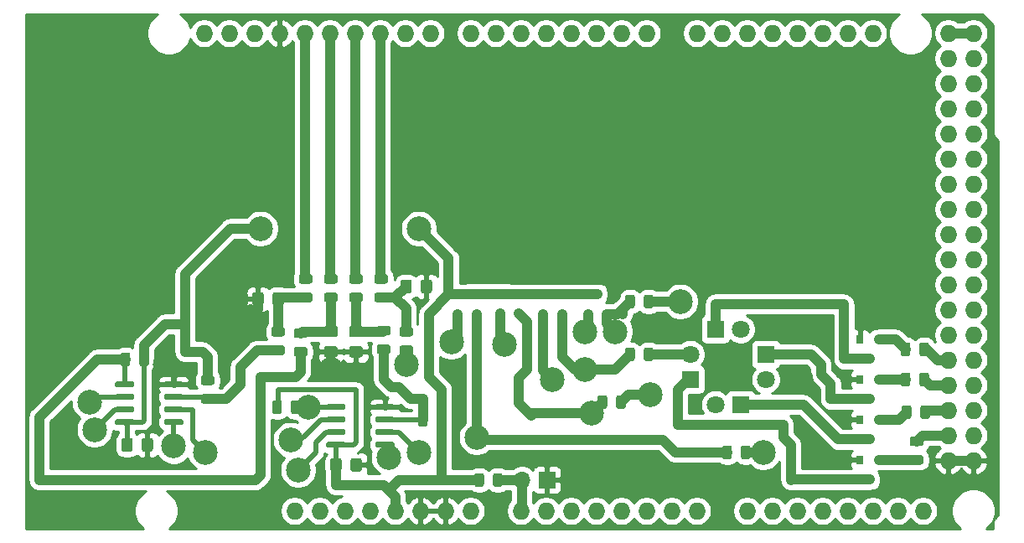
<source format=gbr>
%TF.GenerationSoftware,KiCad,Pcbnew,5.1.6-c6e7f7d~87~ubuntu18.04.1*%
%TF.CreationDate,2021-01-08T15:26:17+00:00*%
%TF.ProjectId,Direct-drive-LEDs,44697265-6374-42d6-9472-6976652d4c45,rev?*%
%TF.SameCoordinates,Original*%
%TF.FileFunction,Copper,L1,Top*%
%TF.FilePolarity,Positive*%
%FSLAX46Y46*%
G04 Gerber Fmt 4.6, Leading zero omitted, Abs format (unit mm)*
G04 Created by KiCad (PCBNEW 5.1.6-c6e7f7d~87~ubuntu18.04.1) date 2021-01-08 15:26:17*
%MOMM*%
%LPD*%
G01*
G04 APERTURE LIST*
%TA.AperFunction,ComponentPad*%
%ADD10O,1.727200X1.727200*%
%TD*%
%TA.AperFunction,SMDPad,CuDef*%
%ADD11R,0.800000X0.900000*%
%TD*%
%TA.AperFunction,ComponentPad*%
%ADD12O,1.700000X1.700000*%
%TD*%
%TA.AperFunction,ComponentPad*%
%ADD13R,1.700000X1.700000*%
%TD*%
%TA.AperFunction,ComponentPad*%
%ADD14R,1.800000X1.800000*%
%TD*%
%TA.AperFunction,ComponentPad*%
%ADD15C,1.800000*%
%TD*%
%TA.AperFunction,ViaPad*%
%ADD16C,2.500000*%
%TD*%
%TA.AperFunction,Conductor*%
%ADD17C,1.000000*%
%TD*%
%TA.AperFunction,Conductor*%
%ADD18C,0.500000*%
%TD*%
%TA.AperFunction,Conductor*%
%ADD19C,0.254000*%
%TD*%
G04 APERTURE END LIST*
D10*
%TO.P,XA1,A0*%
%TO.N,photoC*%
X73048000Y-176850000D03*
%TO.P,XA1,VIN*%
%TO.N,Net-(XA1-PadVIN)*%
X67968000Y-176850000D03*
%TO.P,XA1,GND3*%
%TO.N,GND*%
X65428000Y-176850000D03*
%TO.P,XA1,GND2*%
X62888000Y-176850000D03*
%TO.P,XA1,5V1*%
%TO.N,+5V*%
X60348000Y-176850000D03*
%TO.P,XA1,3V3*%
%TO.N,Net-(XA1-Pad3V3)*%
X57808000Y-176850000D03*
%TO.P,XA1,RST1*%
%TO.N,Net-(XA1-PadRST1)*%
X55268000Y-176850000D03*
%TO.P,XA1,IORF*%
%TO.N,Net-(XA1-PadIORF)*%
X52728000Y-176850000D03*
%TO.P,XA1,D21*%
%TO.N,Net-(XA1-PadD21)*%
X108608000Y-128590000D03*
%TO.P,XA1,D20*%
%TO.N,Net-(XA1-PadD20)*%
X106068000Y-128590000D03*
%TO.P,XA1,D19*%
%TO.N,Net-(XA1-PadD19)*%
X103528000Y-128590000D03*
%TO.P,XA1,D18*%
%TO.N,Net-(XA1-PadD18)*%
X100988000Y-128590000D03*
%TO.P,XA1,D17*%
%TO.N,Net-(XA1-PadD17)*%
X98448000Y-128590000D03*
%TO.P,XA1,D16*%
%TO.N,Net-(XA1-PadD16)*%
X95908000Y-128590000D03*
%TO.P,XA1,D15*%
%TO.N,Net-(XA1-PadD15)*%
X93368000Y-128590000D03*
%TO.P,XA1,D14*%
%TO.N,Net-(XA1-PadD14)*%
X90828000Y-128590000D03*
%TO.P,XA1,D0*%
%TO.N,Net-(XA1-PadD0)*%
X85748000Y-128590000D03*
%TO.P,XA1,D1*%
%TO.N,Net-(XA1-PadD1)*%
X83208000Y-128590000D03*
%TO.P,XA1,D2*%
%TO.N,Net-(XA1-PadD2)*%
X80668000Y-128590000D03*
%TO.P,XA1,D3*%
%TO.N,Net-(XA1-PadD3)*%
X78128000Y-128590000D03*
%TO.P,XA1,D4*%
%TO.N,Net-(XA1-PadD4)*%
X75588000Y-128590000D03*
%TO.P,XA1,D5*%
%TO.N,Net-(XA1-PadD5)*%
X73048000Y-128590000D03*
%TO.P,XA1,D6*%
%TO.N,Net-(XA1-PadD6)*%
X70508000Y-128590000D03*
%TO.P,XA1,D7*%
%TO.N,Net-(XA1-PadD7)*%
X67968000Y-128590000D03*
%TO.P,XA1,GND1*%
%TO.N,GND*%
X48664000Y-128590000D03*
%TO.P,XA1,D8*%
%TO.N,Net-(XA1-PadD8)*%
X63904000Y-128590000D03*
%TO.P,XA1,D9*%
%TO.N,Net-(XA1-PadD9)*%
X61364000Y-128590000D03*
%TO.P,XA1,D10*%
%TO.N,PWMin0*%
X58824000Y-128590000D03*
%TO.P,XA1,SCL*%
%TO.N,Net-(XA1-PadSCL)*%
X41044000Y-128590000D03*
%TO.P,XA1,SDA*%
%TO.N,Net-(XA1-PadSDA)*%
X43584000Y-128590000D03*
%TO.P,XA1,AREF*%
%TO.N,Net-(XA1-PadAREF)*%
X46124000Y-128590000D03*
%TO.P,XA1,D13*%
%TO.N,PWMin3*%
X51204000Y-128590000D03*
%TO.P,XA1,D12*%
%TO.N,PWMin2*%
X53744000Y-128590000D03*
%TO.P,XA1,D11*%
%TO.N,PWMin1*%
X56284000Y-128590000D03*
%TO.P,XA1,*%
%TO.N,*%
X50188000Y-176850000D03*
%TO.P,XA1,A1*%
%TO.N,Net-(XA1-PadA1)*%
X75588000Y-176850000D03*
%TO.P,XA1,A2*%
%TO.N,Net-(XA1-PadA2)*%
X78128000Y-176850000D03*
%TO.P,XA1,A3*%
%TO.N,Net-(XA1-PadA3)*%
X80668000Y-176850000D03*
%TO.P,XA1,A4*%
%TO.N,Net-(XA1-PadA4)*%
X83208000Y-176850000D03*
%TO.P,XA1,A5*%
%TO.N,Net-(XA1-PadA5)*%
X85748000Y-176850000D03*
%TO.P,XA1,A6*%
%TO.N,Net-(XA1-PadA6)*%
X88288000Y-176850000D03*
%TO.P,XA1,A7*%
%TO.N,Net-(XA1-PadA7)*%
X90828000Y-176850000D03*
%TO.P,XA1,A8*%
%TO.N,Net-(XA1-PadA8)*%
X95908000Y-176850000D03*
%TO.P,XA1,A9*%
%TO.N,Net-(XA1-PadA9)*%
X98448000Y-176850000D03*
%TO.P,XA1,A10*%
%TO.N,Net-(XA1-PadA10)*%
X100988000Y-176850000D03*
%TO.P,XA1,A11*%
%TO.N,Net-(XA1-PadA11)*%
X103528000Y-176850000D03*
%TO.P,XA1,A12*%
%TO.N,Net-(XA1-PadA12)*%
X106068000Y-176850000D03*
%TO.P,XA1,A13*%
%TO.N,Net-(XA1-PadA13)*%
X108608000Y-176850000D03*
%TO.P,XA1,A14*%
%TO.N,Net-(XA1-PadA14)*%
X111148000Y-176850000D03*
%TO.P,XA1,A15*%
%TO.N,Net-(XA1-PadA15)*%
X113688000Y-176850000D03*
%TO.P,XA1,5V3*%
%TO.N,+5V*%
X116228000Y-128590000D03*
%TO.P,XA1,5V4*%
X118768000Y-128590000D03*
%TO.P,XA1,D22*%
%TO.N,Net-(XA1-PadD22)*%
X116228000Y-131130000D03*
%TO.P,XA1,D23*%
%TO.N,Net-(XA1-PadD23)*%
X118768000Y-131130000D03*
%TO.P,XA1,D24*%
%TO.N,Net-(XA1-PadD24)*%
X116228000Y-133670000D03*
%TO.P,XA1,D25*%
%TO.N,Net-(XA1-PadD25)*%
X118768000Y-133670000D03*
%TO.P,XA1,D26*%
%TO.N,Net-(XA1-PadD26)*%
X116228000Y-136210000D03*
%TO.P,XA1,D27*%
%TO.N,Net-(XA1-PadD27)*%
X118768000Y-136210000D03*
%TO.P,XA1,D28*%
%TO.N,Net-(XA1-PadD28)*%
X116228000Y-138750000D03*
%TO.P,XA1,D29*%
%TO.N,Net-(XA1-PadD29)*%
X118768000Y-138750000D03*
%TO.P,XA1,D30*%
%TO.N,Net-(XA1-PadD30)*%
X116228000Y-141290000D03*
%TO.P,XA1,D31*%
%TO.N,Net-(XA1-PadD31)*%
X118768000Y-141290000D03*
%TO.P,XA1,D32*%
%TO.N,Net-(XA1-PadD32)*%
X116228000Y-143830000D03*
%TO.P,XA1,D33*%
%TO.N,Net-(XA1-PadD33)*%
X118768000Y-143830000D03*
%TO.P,XA1,D34*%
%TO.N,Net-(XA1-PadD34)*%
X116228000Y-146370000D03*
%TO.P,XA1,D35*%
%TO.N,Net-(XA1-PadD35)*%
X118768000Y-146370000D03*
%TO.P,XA1,D36*%
%TO.N,Net-(XA1-PadD36)*%
X116228000Y-148910000D03*
%TO.P,XA1,D37*%
%TO.N,Net-(XA1-PadD37)*%
X118768000Y-148910000D03*
%TO.P,XA1,D38*%
%TO.N,Net-(XA1-PadD38)*%
X116228000Y-151450000D03*
%TO.P,XA1,D39*%
%TO.N,Net-(XA1-PadD39)*%
X118768000Y-151450000D03*
%TO.P,XA1,D40*%
%TO.N,Net-(XA1-PadD40)*%
X116228000Y-153990000D03*
%TO.P,XA1,D41*%
%TO.N,Net-(XA1-PadD41)*%
X118768000Y-153990000D03*
%TO.P,XA1,D42*%
%TO.N,Net-(XA1-PadD42)*%
X116228000Y-156530000D03*
%TO.P,XA1,D43*%
%TO.N,Net-(XA1-PadD43)*%
X118768000Y-156530000D03*
%TO.P,XA1,D44*%
%TO.N,Net-(XA1-PadD44)*%
X116228000Y-159070000D03*
%TO.P,XA1,D45*%
%TO.N,Net-(XA1-PadD45)*%
X118768000Y-159070000D03*
%TO.P,XA1,D46*%
%TO.N,LEDon0*%
X116228000Y-161610000D03*
%TO.P,XA1,D47*%
%TO.N,Net-(XA1-PadD47)*%
X118768000Y-161610000D03*
%TO.P,XA1,D48*%
%TO.N,LEDon1*%
X116228000Y-164150000D03*
%TO.P,XA1,D49*%
%TO.N,Net-(XA1-PadD49)*%
X118768000Y-164150000D03*
%TO.P,XA1,D50*%
%TO.N,LEDon2*%
X116228000Y-166690000D03*
%TO.P,XA1,D51*%
%TO.N,Net-(XA1-PadD51)*%
X118768000Y-166690000D03*
%TO.P,XA1,D52*%
%TO.N,LEDon3*%
X116228000Y-169230000D03*
%TO.P,XA1,D53*%
%TO.N,Net-(XA1-PadD53)*%
X118768000Y-169230000D03*
%TO.P,XA1,GND5*%
%TO.N,GND*%
X116228000Y-171770000D03*
%TO.P,XA1,GND6*%
X118768000Y-171770000D03*
%TD*%
%TO.P,U2,1*%
%TO.N,Net-(Q3-Pad1)*%
%TA.AperFunction,SMDPad,CuDef*%
G36*
G01*
X60281000Y-170030000D02*
X60281000Y-170330000D01*
G75*
G02*
X60131000Y-170480000I-150000J0D01*
G01*
X58481000Y-170480000D01*
G75*
G02*
X58331000Y-170330000I0J150000D01*
G01*
X58331000Y-170030000D01*
G75*
G02*
X58481000Y-169880000I150000J0D01*
G01*
X60131000Y-169880000D01*
G75*
G02*
X60281000Y-170030000I0J-150000D01*
G01*
G37*
%TD.AperFunction*%
%TO.P,U2,2*%
%TO.N,Net-(Q3-Pad2)*%
%TA.AperFunction,SMDPad,CuDef*%
G36*
G01*
X60281000Y-168760000D02*
X60281000Y-169060000D01*
G75*
G02*
X60131000Y-169210000I-150000J0D01*
G01*
X58481000Y-169210000D01*
G75*
G02*
X58331000Y-169060000I0J150000D01*
G01*
X58331000Y-168760000D01*
G75*
G02*
X58481000Y-168610000I150000J0D01*
G01*
X60131000Y-168610000D01*
G75*
G02*
X60281000Y-168760000I0J-150000D01*
G01*
G37*
%TD.AperFunction*%
%TO.P,U2,3*%
%TO.N,Net-(R8-Pad2)*%
%TA.AperFunction,SMDPad,CuDef*%
G36*
G01*
X60281000Y-167490000D02*
X60281000Y-167790000D01*
G75*
G02*
X60131000Y-167940000I-150000J0D01*
G01*
X58481000Y-167940000D01*
G75*
G02*
X58331000Y-167790000I0J150000D01*
G01*
X58331000Y-167490000D01*
G75*
G02*
X58481000Y-167340000I150000J0D01*
G01*
X60131000Y-167340000D01*
G75*
G02*
X60281000Y-167490000I0J-150000D01*
G01*
G37*
%TD.AperFunction*%
%TO.P,U2,4*%
%TO.N,GND*%
%TA.AperFunction,SMDPad,CuDef*%
G36*
G01*
X60281000Y-166220000D02*
X60281000Y-166520000D01*
G75*
G02*
X60131000Y-166670000I-150000J0D01*
G01*
X58481000Y-166670000D01*
G75*
G02*
X58331000Y-166520000I0J150000D01*
G01*
X58331000Y-166220000D01*
G75*
G02*
X58481000Y-166070000I150000J0D01*
G01*
X60131000Y-166070000D01*
G75*
G02*
X60281000Y-166220000I0J-150000D01*
G01*
G37*
%TD.AperFunction*%
%TO.P,U2,5*%
%TO.N,Net-(R16-Pad1)*%
%TA.AperFunction,SMDPad,CuDef*%
G36*
G01*
X55331000Y-166220000D02*
X55331000Y-166520000D01*
G75*
G02*
X55181000Y-166670000I-150000J0D01*
G01*
X53531000Y-166670000D01*
G75*
G02*
X53381000Y-166520000I0J150000D01*
G01*
X53381000Y-166220000D01*
G75*
G02*
X53531000Y-166070000I150000J0D01*
G01*
X55181000Y-166070000D01*
G75*
G02*
X55331000Y-166220000I0J-150000D01*
G01*
G37*
%TD.AperFunction*%
%TO.P,U2,6*%
%TO.N,Net-(Q5-Pad2)*%
%TA.AperFunction,SMDPad,CuDef*%
G36*
G01*
X55331000Y-167490000D02*
X55331000Y-167790000D01*
G75*
G02*
X55181000Y-167940000I-150000J0D01*
G01*
X53531000Y-167940000D01*
G75*
G02*
X53381000Y-167790000I0J150000D01*
G01*
X53381000Y-167490000D01*
G75*
G02*
X53531000Y-167340000I150000J0D01*
G01*
X55181000Y-167340000D01*
G75*
G02*
X55331000Y-167490000I0J-150000D01*
G01*
G37*
%TD.AperFunction*%
%TO.P,U2,7*%
%TO.N,Net-(Q5-Pad1)*%
%TA.AperFunction,SMDPad,CuDef*%
G36*
G01*
X55331000Y-168760000D02*
X55331000Y-169060000D01*
G75*
G02*
X55181000Y-169210000I-150000J0D01*
G01*
X53531000Y-169210000D01*
G75*
G02*
X53381000Y-169060000I0J150000D01*
G01*
X53381000Y-168760000D01*
G75*
G02*
X53531000Y-168610000I150000J0D01*
G01*
X55181000Y-168610000D01*
G75*
G02*
X55331000Y-168760000I0J-150000D01*
G01*
G37*
%TD.AperFunction*%
%TO.P,U2,8*%
%TO.N,+5V*%
%TA.AperFunction,SMDPad,CuDef*%
G36*
G01*
X55331000Y-170030000D02*
X55331000Y-170330000D01*
G75*
G02*
X55181000Y-170480000I-150000J0D01*
G01*
X53531000Y-170480000D01*
G75*
G02*
X53381000Y-170330000I0J150000D01*
G01*
X53381000Y-170030000D01*
G75*
G02*
X53531000Y-169880000I150000J0D01*
G01*
X55181000Y-169880000D01*
G75*
G02*
X55331000Y-170030000I0J-150000D01*
G01*
G37*
%TD.AperFunction*%
%TD*%
%TO.P,U1,1*%
%TO.N,Net-(Q1-Pad1)*%
%TA.AperFunction,SMDPad,CuDef*%
G36*
G01*
X38945000Y-167744000D02*
X38945000Y-168044000D01*
G75*
G02*
X38795000Y-168194000I-150000J0D01*
G01*
X37145000Y-168194000D01*
G75*
G02*
X36995000Y-168044000I0J150000D01*
G01*
X36995000Y-167744000D01*
G75*
G02*
X37145000Y-167594000I150000J0D01*
G01*
X38795000Y-167594000D01*
G75*
G02*
X38945000Y-167744000I0J-150000D01*
G01*
G37*
%TD.AperFunction*%
%TO.P,U1,2*%
%TO.N,Net-(Q1-Pad2)*%
%TA.AperFunction,SMDPad,CuDef*%
G36*
G01*
X38945000Y-166474000D02*
X38945000Y-166774000D01*
G75*
G02*
X38795000Y-166924000I-150000J0D01*
G01*
X37145000Y-166924000D01*
G75*
G02*
X36995000Y-166774000I0J150000D01*
G01*
X36995000Y-166474000D01*
G75*
G02*
X37145000Y-166324000I150000J0D01*
G01*
X38795000Y-166324000D01*
G75*
G02*
X38945000Y-166474000I0J-150000D01*
G01*
G37*
%TD.AperFunction*%
%TO.P,U1,3*%
%TO.N,Net-(R14-Pad2)*%
%TA.AperFunction,SMDPad,CuDef*%
G36*
G01*
X38945000Y-165204000D02*
X38945000Y-165504000D01*
G75*
G02*
X38795000Y-165654000I-150000J0D01*
G01*
X37145000Y-165654000D01*
G75*
G02*
X36995000Y-165504000I0J150000D01*
G01*
X36995000Y-165204000D01*
G75*
G02*
X37145000Y-165054000I150000J0D01*
G01*
X38795000Y-165054000D01*
G75*
G02*
X38945000Y-165204000I0J-150000D01*
G01*
G37*
%TD.AperFunction*%
%TO.P,U1,4*%
%TO.N,GND*%
%TA.AperFunction,SMDPad,CuDef*%
G36*
G01*
X38945000Y-163934000D02*
X38945000Y-164234000D01*
G75*
G02*
X38795000Y-164384000I-150000J0D01*
G01*
X37145000Y-164384000D01*
G75*
G02*
X36995000Y-164234000I0J150000D01*
G01*
X36995000Y-163934000D01*
G75*
G02*
X37145000Y-163784000I150000J0D01*
G01*
X38795000Y-163784000D01*
G75*
G02*
X38945000Y-163934000I0J-150000D01*
G01*
G37*
%TD.AperFunction*%
%TO.P,U1,5*%
%TO.N,Net-(R15-Pad2)*%
%TA.AperFunction,SMDPad,CuDef*%
G36*
G01*
X33995000Y-163934000D02*
X33995000Y-164234000D01*
G75*
G02*
X33845000Y-164384000I-150000J0D01*
G01*
X32195000Y-164384000D01*
G75*
G02*
X32045000Y-164234000I0J150000D01*
G01*
X32045000Y-163934000D01*
G75*
G02*
X32195000Y-163784000I150000J0D01*
G01*
X33845000Y-163784000D01*
G75*
G02*
X33995000Y-163934000I0J-150000D01*
G01*
G37*
%TD.AperFunction*%
%TO.P,U1,6*%
%TO.N,Net-(Q7-Pad2)*%
%TA.AperFunction,SMDPad,CuDef*%
G36*
G01*
X33995000Y-165204000D02*
X33995000Y-165504000D01*
G75*
G02*
X33845000Y-165654000I-150000J0D01*
G01*
X32195000Y-165654000D01*
G75*
G02*
X32045000Y-165504000I0J150000D01*
G01*
X32045000Y-165204000D01*
G75*
G02*
X32195000Y-165054000I150000J0D01*
G01*
X33845000Y-165054000D01*
G75*
G02*
X33995000Y-165204000I0J-150000D01*
G01*
G37*
%TD.AperFunction*%
%TO.P,U1,7*%
%TO.N,Net-(Q7-Pad1)*%
%TA.AperFunction,SMDPad,CuDef*%
G36*
G01*
X33995000Y-166474000D02*
X33995000Y-166774000D01*
G75*
G02*
X33845000Y-166924000I-150000J0D01*
G01*
X32195000Y-166924000D01*
G75*
G02*
X32045000Y-166774000I0J150000D01*
G01*
X32045000Y-166474000D01*
G75*
G02*
X32195000Y-166324000I150000J0D01*
G01*
X33845000Y-166324000D01*
G75*
G02*
X33995000Y-166474000I0J-150000D01*
G01*
G37*
%TD.AperFunction*%
%TO.P,U1,8*%
%TO.N,+5V*%
%TA.AperFunction,SMDPad,CuDef*%
G36*
G01*
X33995000Y-167744000D02*
X33995000Y-168044000D01*
G75*
G02*
X33845000Y-168194000I-150000J0D01*
G01*
X32195000Y-168194000D01*
G75*
G02*
X32045000Y-168044000I0J150000D01*
G01*
X32045000Y-167744000D01*
G75*
G02*
X32195000Y-167594000I150000J0D01*
G01*
X33845000Y-167594000D01*
G75*
G02*
X33995000Y-167744000I0J-150000D01*
G01*
G37*
%TD.AperFunction*%
%TD*%
%TO.P,R21,1*%
%TO.N,Net-(D4-Pad2)*%
%TA.AperFunction,SMDPad,CuDef*%
G36*
G01*
X83642500Y-165405750D02*
X83642500Y-166318250D01*
G75*
G02*
X83398750Y-166562000I-243750J0D01*
G01*
X82911250Y-166562000D01*
G75*
G02*
X82667500Y-166318250I0J243750D01*
G01*
X82667500Y-165405750D01*
G75*
G02*
X82911250Y-165162000I243750J0D01*
G01*
X83398750Y-165162000D01*
G75*
G02*
X83642500Y-165405750I0J-243750D01*
G01*
G37*
%TD.AperFunction*%
%TO.P,R21,2*%
%TO.N,Net-(Q7-Pad2)*%
%TA.AperFunction,SMDPad,CuDef*%
G36*
G01*
X81767500Y-165405750D02*
X81767500Y-166318250D01*
G75*
G02*
X81523750Y-166562000I-243750J0D01*
G01*
X81036250Y-166562000D01*
G75*
G02*
X80792500Y-166318250I0J243750D01*
G01*
X80792500Y-165405750D01*
G75*
G02*
X81036250Y-165162000I243750J0D01*
G01*
X81523750Y-165162000D01*
G75*
G02*
X81767500Y-165405750I0J-243750D01*
G01*
G37*
%TD.AperFunction*%
%TD*%
%TO.P,R20,1*%
%TO.N,Net-(D3-Pad2)*%
%TA.AperFunction,SMDPad,CuDef*%
G36*
G01*
X86436500Y-160579750D02*
X86436500Y-161492250D01*
G75*
G02*
X86192750Y-161736000I-243750J0D01*
G01*
X85705250Y-161736000D01*
G75*
G02*
X85461500Y-161492250I0J243750D01*
G01*
X85461500Y-160579750D01*
G75*
G02*
X85705250Y-160336000I243750J0D01*
G01*
X86192750Y-160336000D01*
G75*
G02*
X86436500Y-160579750I0J-243750D01*
G01*
G37*
%TD.AperFunction*%
%TO.P,R20,2*%
%TO.N,Net-(Q5-Pad2)*%
%TA.AperFunction,SMDPad,CuDef*%
G36*
G01*
X84561500Y-160579750D02*
X84561500Y-161492250D01*
G75*
G02*
X84317750Y-161736000I-243750J0D01*
G01*
X83830250Y-161736000D01*
G75*
G02*
X83586500Y-161492250I0J243750D01*
G01*
X83586500Y-160579750D01*
G75*
G02*
X83830250Y-160336000I243750J0D01*
G01*
X84317750Y-160336000D01*
G75*
G02*
X84561500Y-160579750I0J-243750D01*
G01*
G37*
%TD.AperFunction*%
%TD*%
%TO.P,R19,1*%
%TO.N,LEDon2*%
%TA.AperFunction,SMDPad,CuDef*%
G36*
G01*
X114376500Y-166421750D02*
X114376500Y-167334250D01*
G75*
G02*
X114132750Y-167578000I-243750J0D01*
G01*
X113645250Y-167578000D01*
G75*
G02*
X113401500Y-167334250I0J243750D01*
G01*
X113401500Y-166421750D01*
G75*
G02*
X113645250Y-166178000I243750J0D01*
G01*
X114132750Y-166178000D01*
G75*
G02*
X114376500Y-166421750I0J-243750D01*
G01*
G37*
%TD.AperFunction*%
%TO.P,R19,2*%
%TO.N,Net-(Q8-Pad1)*%
%TA.AperFunction,SMDPad,CuDef*%
G36*
G01*
X112501500Y-166421750D02*
X112501500Y-167334250D01*
G75*
G02*
X112257750Y-167578000I-243750J0D01*
G01*
X111770250Y-167578000D01*
G75*
G02*
X111526500Y-167334250I0J243750D01*
G01*
X111526500Y-166421750D01*
G75*
G02*
X111770250Y-166178000I243750J0D01*
G01*
X112257750Y-166178000D01*
G75*
G02*
X112501500Y-166421750I0J-243750D01*
G01*
G37*
%TD.AperFunction*%
%TD*%
%TO.P,R18,1*%
%TO.N,LEDon3*%
%TA.AperFunction,SMDPad,CuDef*%
G36*
G01*
X112573750Y-169341500D02*
X113486250Y-169341500D01*
G75*
G02*
X113730000Y-169585250I0J-243750D01*
G01*
X113730000Y-170072750D01*
G75*
G02*
X113486250Y-170316500I-243750J0D01*
G01*
X112573750Y-170316500D01*
G75*
G02*
X112330000Y-170072750I0J243750D01*
G01*
X112330000Y-169585250D01*
G75*
G02*
X112573750Y-169341500I243750J0D01*
G01*
G37*
%TD.AperFunction*%
%TO.P,R18,2*%
%TO.N,Net-(Q6-Pad1)*%
%TA.AperFunction,SMDPad,CuDef*%
G36*
G01*
X112573750Y-171216500D02*
X113486250Y-171216500D01*
G75*
G02*
X113730000Y-171460250I0J-243750D01*
G01*
X113730000Y-171947750D01*
G75*
G02*
X113486250Y-172191500I-243750J0D01*
G01*
X112573750Y-172191500D01*
G75*
G02*
X112330000Y-171947750I0J243750D01*
G01*
X112330000Y-171460250D01*
G75*
G02*
X112573750Y-171216500I243750J0D01*
G01*
G37*
%TD.AperFunction*%
%TD*%
%TO.P,R17,1*%
%TO.N,Net-(R15-Pad2)*%
%TA.AperFunction,SMDPad,CuDef*%
G36*
G01*
X32611000Y-162000250D02*
X32611000Y-161087750D01*
G75*
G02*
X32854750Y-160844000I243750J0D01*
G01*
X33342250Y-160844000D01*
G75*
G02*
X33586000Y-161087750I0J-243750D01*
G01*
X33586000Y-162000250D01*
G75*
G02*
X33342250Y-162244000I-243750J0D01*
G01*
X32854750Y-162244000D01*
G75*
G02*
X32611000Y-162000250I0J243750D01*
G01*
G37*
%TD.AperFunction*%
%TO.P,R17,2*%
%TO.N,+5V*%
%TA.AperFunction,SMDPad,CuDef*%
G36*
G01*
X34486000Y-162000250D02*
X34486000Y-161087750D01*
G75*
G02*
X34729750Y-160844000I243750J0D01*
G01*
X35217250Y-160844000D01*
G75*
G02*
X35461000Y-161087750I0J-243750D01*
G01*
X35461000Y-162000250D01*
G75*
G02*
X35217250Y-162244000I-243750J0D01*
G01*
X34729750Y-162244000D01*
G75*
G02*
X34486000Y-162000250I0J243750D01*
G01*
G37*
%TD.AperFunction*%
%TD*%
%TO.P,R16,1*%
%TO.N,Net-(R16-Pad1)*%
%TA.AperFunction,SMDPad,CuDef*%
G36*
G01*
X50779500Y-165913750D02*
X50779500Y-166826250D01*
G75*
G02*
X50535750Y-167070000I-243750J0D01*
G01*
X50048250Y-167070000D01*
G75*
G02*
X49804500Y-166826250I0J243750D01*
G01*
X49804500Y-165913750D01*
G75*
G02*
X50048250Y-165670000I243750J0D01*
G01*
X50535750Y-165670000D01*
G75*
G02*
X50779500Y-165913750I0J-243750D01*
G01*
G37*
%TD.AperFunction*%
%TO.P,R16,2*%
%TO.N,+5V*%
%TA.AperFunction,SMDPad,CuDef*%
G36*
G01*
X48904500Y-165913750D02*
X48904500Y-166826250D01*
G75*
G02*
X48660750Y-167070000I-243750J0D01*
G01*
X48173250Y-167070000D01*
G75*
G02*
X47929500Y-166826250I0J243750D01*
G01*
X47929500Y-165913750D01*
G75*
G02*
X48173250Y-165670000I243750J0D01*
G01*
X48660750Y-165670000D01*
G75*
G02*
X48904500Y-165913750I0J-243750D01*
G01*
G37*
%TD.AperFunction*%
%TD*%
%TO.P,R15,1*%
%TO.N,Net-(C5-Pad1)*%
%TA.AperFunction,SMDPad,CuDef*%
G36*
G01*
X50343750Y-158419500D02*
X51256250Y-158419500D01*
G75*
G02*
X51500000Y-158663250I0J-243750D01*
G01*
X51500000Y-159150750D01*
G75*
G02*
X51256250Y-159394500I-243750J0D01*
G01*
X50343750Y-159394500D01*
G75*
G02*
X50100000Y-159150750I0J243750D01*
G01*
X50100000Y-158663250D01*
G75*
G02*
X50343750Y-158419500I243750J0D01*
G01*
G37*
%TD.AperFunction*%
%TO.P,R15,2*%
%TO.N,Net-(R15-Pad2)*%
%TA.AperFunction,SMDPad,CuDef*%
G36*
G01*
X50343750Y-160294500D02*
X51256250Y-160294500D01*
G75*
G02*
X51500000Y-160538250I0J-243750D01*
G01*
X51500000Y-161025750D01*
G75*
G02*
X51256250Y-161269500I-243750J0D01*
G01*
X50343750Y-161269500D01*
G75*
G02*
X50100000Y-161025750I0J243750D01*
G01*
X50100000Y-160538250D01*
G75*
G02*
X50343750Y-160294500I243750J0D01*
G01*
G37*
%TD.AperFunction*%
%TD*%
%TO.P,R14,1*%
%TO.N,Net-(C4-Pad1)*%
%TA.AperFunction,SMDPad,CuDef*%
G36*
G01*
X48057750Y-158262500D02*
X48970250Y-158262500D01*
G75*
G02*
X49214000Y-158506250I0J-243750D01*
G01*
X49214000Y-158993750D01*
G75*
G02*
X48970250Y-159237500I-243750J0D01*
G01*
X48057750Y-159237500D01*
G75*
G02*
X47814000Y-158993750I0J243750D01*
G01*
X47814000Y-158506250D01*
G75*
G02*
X48057750Y-158262500I243750J0D01*
G01*
G37*
%TD.AperFunction*%
%TO.P,R14,2*%
%TO.N,Net-(R14-Pad2)*%
%TA.AperFunction,SMDPad,CuDef*%
G36*
G01*
X48057750Y-160137500D02*
X48970250Y-160137500D01*
G75*
G02*
X49214000Y-160381250I0J-243750D01*
G01*
X49214000Y-160868750D01*
G75*
G02*
X48970250Y-161112500I-243750J0D01*
G01*
X48057750Y-161112500D01*
G75*
G02*
X47814000Y-160868750I0J243750D01*
G01*
X47814000Y-160381250D01*
G75*
G02*
X48057750Y-160137500I243750J0D01*
G01*
G37*
%TD.AperFunction*%
%TD*%
%TO.P,R13,1*%
%TO.N,Net-(C5-Pad1)*%
%TA.AperFunction,SMDPad,CuDef*%
G36*
G01*
X54304250Y-155778500D02*
X53391750Y-155778500D01*
G75*
G02*
X53148000Y-155534750I0J243750D01*
G01*
X53148000Y-155047250D01*
G75*
G02*
X53391750Y-154803500I243750J0D01*
G01*
X54304250Y-154803500D01*
G75*
G02*
X54548000Y-155047250I0J-243750D01*
G01*
X54548000Y-155534750D01*
G75*
G02*
X54304250Y-155778500I-243750J0D01*
G01*
G37*
%TD.AperFunction*%
%TO.P,R13,2*%
%TO.N,PWMin2*%
%TA.AperFunction,SMDPad,CuDef*%
G36*
G01*
X54304250Y-153903500D02*
X53391750Y-153903500D01*
G75*
G02*
X53148000Y-153659750I0J243750D01*
G01*
X53148000Y-153172250D01*
G75*
G02*
X53391750Y-152928500I243750J0D01*
G01*
X54304250Y-152928500D01*
G75*
G02*
X54548000Y-153172250I0J-243750D01*
G01*
X54548000Y-153659750D01*
G75*
G02*
X54304250Y-153903500I-243750J0D01*
G01*
G37*
%TD.AperFunction*%
%TD*%
%TO.P,R12,1*%
%TO.N,Net-(C4-Pad1)*%
%TA.AperFunction,SMDPad,CuDef*%
G36*
G01*
X51764250Y-155778500D02*
X50851750Y-155778500D01*
G75*
G02*
X50608000Y-155534750I0J243750D01*
G01*
X50608000Y-155047250D01*
G75*
G02*
X50851750Y-154803500I243750J0D01*
G01*
X51764250Y-154803500D01*
G75*
G02*
X52008000Y-155047250I0J-243750D01*
G01*
X52008000Y-155534750D01*
G75*
G02*
X51764250Y-155778500I-243750J0D01*
G01*
G37*
%TD.AperFunction*%
%TO.P,R12,2*%
%TO.N,PWMin3*%
%TA.AperFunction,SMDPad,CuDef*%
G36*
G01*
X51764250Y-153903500D02*
X50851750Y-153903500D01*
G75*
G02*
X50608000Y-153659750I0J243750D01*
G01*
X50608000Y-153172250D01*
G75*
G02*
X50851750Y-152928500I243750J0D01*
G01*
X51764250Y-152928500D01*
G75*
G02*
X52008000Y-153172250I0J-243750D01*
G01*
X52008000Y-153659750D01*
G75*
G02*
X51764250Y-153903500I-243750J0D01*
G01*
G37*
%TD.AperFunction*%
%TD*%
%TO.P,R11,1*%
%TO.N,Net-(D2-Pad2)*%
%TA.AperFunction,SMDPad,CuDef*%
G36*
G01*
X96245500Y-170485750D02*
X96245500Y-171398250D01*
G75*
G02*
X96001750Y-171642000I-243750J0D01*
G01*
X95514250Y-171642000D01*
G75*
G02*
X95270500Y-171398250I0J243750D01*
G01*
X95270500Y-170485750D01*
G75*
G02*
X95514250Y-170242000I243750J0D01*
G01*
X96001750Y-170242000D01*
G75*
G02*
X96245500Y-170485750I0J-243750D01*
G01*
G37*
%TD.AperFunction*%
%TO.P,R11,2*%
%TO.N,Net-(Q3-Pad2)*%
%TA.AperFunction,SMDPad,CuDef*%
G36*
G01*
X94370500Y-170485750D02*
X94370500Y-171398250D01*
G75*
G02*
X94126750Y-171642000I-243750J0D01*
G01*
X93639250Y-171642000D01*
G75*
G02*
X93395500Y-171398250I0J243750D01*
G01*
X93395500Y-170485750D01*
G75*
G02*
X93639250Y-170242000I243750J0D01*
G01*
X94126750Y-170242000D01*
G75*
G02*
X94370500Y-170485750I0J-243750D01*
G01*
G37*
%TD.AperFunction*%
%TD*%
%TO.P,R10,1*%
%TO.N,LEDon1*%
%TA.AperFunction,SMDPad,CuDef*%
G36*
G01*
X114279500Y-163119750D02*
X114279500Y-164032250D01*
G75*
G02*
X114035750Y-164276000I-243750J0D01*
G01*
X113548250Y-164276000D01*
G75*
G02*
X113304500Y-164032250I0J243750D01*
G01*
X113304500Y-163119750D01*
G75*
G02*
X113548250Y-162876000I243750J0D01*
G01*
X114035750Y-162876000D01*
G75*
G02*
X114279500Y-163119750I0J-243750D01*
G01*
G37*
%TD.AperFunction*%
%TO.P,R10,2*%
%TO.N,Net-(Q4-Pad1)*%
%TA.AperFunction,SMDPad,CuDef*%
G36*
G01*
X112404500Y-163119750D02*
X112404500Y-164032250D01*
G75*
G02*
X112160750Y-164276000I-243750J0D01*
G01*
X111673250Y-164276000D01*
G75*
G02*
X111429500Y-164032250I0J243750D01*
G01*
X111429500Y-163119750D01*
G75*
G02*
X111673250Y-162876000I243750J0D01*
G01*
X112160750Y-162876000D01*
G75*
G02*
X112404500Y-163119750I0J-243750D01*
G01*
G37*
%TD.AperFunction*%
%TD*%
%TO.P,R9,1*%
%TO.N,Net-(R8-Pad2)*%
%TA.AperFunction,SMDPad,CuDef*%
G36*
G01*
X62661500Y-168096250D02*
X62661500Y-167183750D01*
G75*
G02*
X62905250Y-166940000I243750J0D01*
G01*
X63392750Y-166940000D01*
G75*
G02*
X63636500Y-167183750I0J-243750D01*
G01*
X63636500Y-168096250D01*
G75*
G02*
X63392750Y-168340000I-243750J0D01*
G01*
X62905250Y-168340000D01*
G75*
G02*
X62661500Y-168096250I0J243750D01*
G01*
G37*
%TD.AperFunction*%
%TO.P,R9,2*%
%TO.N,+5V*%
%TA.AperFunction,SMDPad,CuDef*%
G36*
G01*
X64536500Y-168096250D02*
X64536500Y-167183750D01*
G75*
G02*
X64780250Y-166940000I243750J0D01*
G01*
X65267750Y-166940000D01*
G75*
G02*
X65511500Y-167183750I0J-243750D01*
G01*
X65511500Y-168096250D01*
G75*
G02*
X65267750Y-168340000I-243750J0D01*
G01*
X64780250Y-168340000D01*
G75*
G02*
X64536500Y-168096250I0J243750D01*
G01*
G37*
%TD.AperFunction*%
%TD*%
%TO.P,R8,1*%
%TO.N,Net-(C3-Pad1)*%
%TA.AperFunction,SMDPad,CuDef*%
G36*
G01*
X58725750Y-158165500D02*
X59638250Y-158165500D01*
G75*
G02*
X59882000Y-158409250I0J-243750D01*
G01*
X59882000Y-158896750D01*
G75*
G02*
X59638250Y-159140500I-243750J0D01*
G01*
X58725750Y-159140500D01*
G75*
G02*
X58482000Y-158896750I0J243750D01*
G01*
X58482000Y-158409250D01*
G75*
G02*
X58725750Y-158165500I243750J0D01*
G01*
G37*
%TD.AperFunction*%
%TO.P,R8,2*%
%TO.N,Net-(R8-Pad2)*%
%TA.AperFunction,SMDPad,CuDef*%
G36*
G01*
X58725750Y-160040500D02*
X59638250Y-160040500D01*
G75*
G02*
X59882000Y-160284250I0J-243750D01*
G01*
X59882000Y-160771750D01*
G75*
G02*
X59638250Y-161015500I-243750J0D01*
G01*
X58725750Y-161015500D01*
G75*
G02*
X58482000Y-160771750I0J243750D01*
G01*
X58482000Y-160284250D01*
G75*
G02*
X58725750Y-160040500I243750J0D01*
G01*
G37*
%TD.AperFunction*%
%TD*%
%TO.P,R7,1*%
%TO.N,Net-(C3-Pad1)*%
%TA.AperFunction,SMDPad,CuDef*%
G36*
G01*
X56844250Y-155778500D02*
X55931750Y-155778500D01*
G75*
G02*
X55688000Y-155534750I0J243750D01*
G01*
X55688000Y-155047250D01*
G75*
G02*
X55931750Y-154803500I243750J0D01*
G01*
X56844250Y-154803500D01*
G75*
G02*
X57088000Y-155047250I0J-243750D01*
G01*
X57088000Y-155534750D01*
G75*
G02*
X56844250Y-155778500I-243750J0D01*
G01*
G37*
%TD.AperFunction*%
%TO.P,R7,2*%
%TO.N,PWMin1*%
%TA.AperFunction,SMDPad,CuDef*%
G36*
G01*
X56844250Y-153903500D02*
X55931750Y-153903500D01*
G75*
G02*
X55688000Y-153659750I0J243750D01*
G01*
X55688000Y-153172250D01*
G75*
G02*
X55931750Y-152928500I243750J0D01*
G01*
X56844250Y-152928500D01*
G75*
G02*
X57088000Y-153172250I0J-243750D01*
G01*
X57088000Y-153659750D01*
G75*
G02*
X56844250Y-153903500I-243750J0D01*
G01*
G37*
%TD.AperFunction*%
%TD*%
%TO.P,R6,1*%
%TO.N,Net-(D1-Pad2)*%
%TA.AperFunction,SMDPad,CuDef*%
G36*
G01*
X86436500Y-155245750D02*
X86436500Y-156158250D01*
G75*
G02*
X86192750Y-156402000I-243750J0D01*
G01*
X85705250Y-156402000D01*
G75*
G02*
X85461500Y-156158250I0J243750D01*
G01*
X85461500Y-155245750D01*
G75*
G02*
X85705250Y-155002000I243750J0D01*
G01*
X86192750Y-155002000D01*
G75*
G02*
X86436500Y-155245750I0J-243750D01*
G01*
G37*
%TD.AperFunction*%
%TO.P,R6,2*%
%TO.N,Net-(Q1-Pad2)*%
%TA.AperFunction,SMDPad,CuDef*%
G36*
G01*
X84561500Y-155245750D02*
X84561500Y-156158250D01*
G75*
G02*
X84317750Y-156402000I-243750J0D01*
G01*
X83830250Y-156402000D01*
G75*
G02*
X83586500Y-156158250I0J243750D01*
G01*
X83586500Y-155245750D01*
G75*
G02*
X83830250Y-155002000I243750J0D01*
G01*
X84317750Y-155002000D01*
G75*
G02*
X84561500Y-155245750I0J-243750D01*
G01*
G37*
%TD.AperFunction*%
%TD*%
%TO.P,R5,2*%
%TO.N,+5V*%
%TA.AperFunction,SMDPad,CuDef*%
G36*
G01*
X69321500Y-173279750D02*
X69321500Y-174192250D01*
G75*
G02*
X69077750Y-174436000I-243750J0D01*
G01*
X68590250Y-174436000D01*
G75*
G02*
X68346500Y-174192250I0J243750D01*
G01*
X68346500Y-173279750D01*
G75*
G02*
X68590250Y-173036000I243750J0D01*
G01*
X69077750Y-173036000D01*
G75*
G02*
X69321500Y-173279750I0J-243750D01*
G01*
G37*
%TD.AperFunction*%
%TO.P,R5,1*%
%TO.N,photoC*%
%TA.AperFunction,SMDPad,CuDef*%
G36*
G01*
X71196500Y-173279750D02*
X71196500Y-174192250D01*
G75*
G02*
X70952750Y-174436000I-243750J0D01*
G01*
X70465250Y-174436000D01*
G75*
G02*
X70221500Y-174192250I0J243750D01*
G01*
X70221500Y-173279750D01*
G75*
G02*
X70465250Y-173036000I243750J0D01*
G01*
X70952750Y-173036000D01*
G75*
G02*
X71196500Y-173279750I0J-243750D01*
G01*
G37*
%TD.AperFunction*%
%TD*%
%TO.P,R4,1*%
%TO.N,LEDon0*%
%TA.AperFunction,SMDPad,CuDef*%
G36*
G01*
X114279500Y-160071750D02*
X114279500Y-160984250D01*
G75*
G02*
X114035750Y-161228000I-243750J0D01*
G01*
X113548250Y-161228000D01*
G75*
G02*
X113304500Y-160984250I0J243750D01*
G01*
X113304500Y-160071750D01*
G75*
G02*
X113548250Y-159828000I243750J0D01*
G01*
X114035750Y-159828000D01*
G75*
G02*
X114279500Y-160071750I0J-243750D01*
G01*
G37*
%TD.AperFunction*%
%TO.P,R4,2*%
%TO.N,Net-(Q2-Pad1)*%
%TA.AperFunction,SMDPad,CuDef*%
G36*
G01*
X112404500Y-160071750D02*
X112404500Y-160984250D01*
G75*
G02*
X112160750Y-161228000I-243750J0D01*
G01*
X111673250Y-161228000D01*
G75*
G02*
X111429500Y-160984250I0J243750D01*
G01*
X111429500Y-160071750D01*
G75*
G02*
X111673250Y-159828000I243750J0D01*
G01*
X112160750Y-159828000D01*
G75*
G02*
X112404500Y-160071750I0J-243750D01*
G01*
G37*
%TD.AperFunction*%
%TD*%
%TO.P,R3,1*%
%TO.N,Net-(R14-Pad2)*%
%TA.AperFunction,SMDPad,CuDef*%
G36*
G01*
X41858250Y-166017000D02*
X40945750Y-166017000D01*
G75*
G02*
X40702000Y-165773250I0J243750D01*
G01*
X40702000Y-165285750D01*
G75*
G02*
X40945750Y-165042000I243750J0D01*
G01*
X41858250Y-165042000D01*
G75*
G02*
X42102000Y-165285750I0J-243750D01*
G01*
X42102000Y-165773250D01*
G75*
G02*
X41858250Y-166017000I-243750J0D01*
G01*
G37*
%TD.AperFunction*%
%TO.P,R3,2*%
%TO.N,+5V*%
%TA.AperFunction,SMDPad,CuDef*%
G36*
G01*
X41858250Y-164142000D02*
X40945750Y-164142000D01*
G75*
G02*
X40702000Y-163898250I0J243750D01*
G01*
X40702000Y-163410750D01*
G75*
G02*
X40945750Y-163167000I243750J0D01*
G01*
X41858250Y-163167000D01*
G75*
G02*
X42102000Y-163410750I0J-243750D01*
G01*
X42102000Y-163898250D01*
G75*
G02*
X41858250Y-164142000I-243750J0D01*
G01*
G37*
%TD.AperFunction*%
%TD*%
%TO.P,R2,1*%
%TO.N,Net-(C1-Pad1)*%
%TA.AperFunction,SMDPad,CuDef*%
G36*
G01*
X61011750Y-158262500D02*
X61924250Y-158262500D01*
G75*
G02*
X62168000Y-158506250I0J-243750D01*
G01*
X62168000Y-158993750D01*
G75*
G02*
X61924250Y-159237500I-243750J0D01*
G01*
X61011750Y-159237500D01*
G75*
G02*
X60768000Y-158993750I0J243750D01*
G01*
X60768000Y-158506250D01*
G75*
G02*
X61011750Y-158262500I243750J0D01*
G01*
G37*
%TD.AperFunction*%
%TO.P,R2,2*%
%TO.N,Net-(R16-Pad1)*%
%TA.AperFunction,SMDPad,CuDef*%
G36*
G01*
X61011750Y-160137500D02*
X61924250Y-160137500D01*
G75*
G02*
X62168000Y-160381250I0J-243750D01*
G01*
X62168000Y-160868750D01*
G75*
G02*
X61924250Y-161112500I-243750J0D01*
G01*
X61011750Y-161112500D01*
G75*
G02*
X60768000Y-160868750I0J243750D01*
G01*
X60768000Y-160381250D01*
G75*
G02*
X61011750Y-160137500I243750J0D01*
G01*
G37*
%TD.AperFunction*%
%TD*%
%TO.P,R1,1*%
%TO.N,Net-(C1-Pad1)*%
%TA.AperFunction,SMDPad,CuDef*%
G36*
G01*
X59384250Y-155778500D02*
X58471750Y-155778500D01*
G75*
G02*
X58228000Y-155534750I0J243750D01*
G01*
X58228000Y-155047250D01*
G75*
G02*
X58471750Y-154803500I243750J0D01*
G01*
X59384250Y-154803500D01*
G75*
G02*
X59628000Y-155047250I0J-243750D01*
G01*
X59628000Y-155534750D01*
G75*
G02*
X59384250Y-155778500I-243750J0D01*
G01*
G37*
%TD.AperFunction*%
%TO.P,R1,2*%
%TO.N,PWMin0*%
%TA.AperFunction,SMDPad,CuDef*%
G36*
G01*
X59384250Y-153903500D02*
X58471750Y-153903500D01*
G75*
G02*
X58228000Y-153659750I0J243750D01*
G01*
X58228000Y-153172250D01*
G75*
G02*
X58471750Y-152928500I243750J0D01*
G01*
X59384250Y-152928500D01*
G75*
G02*
X59628000Y-153172250I0J-243750D01*
G01*
X59628000Y-153659750D01*
G75*
G02*
X59384250Y-153903500I-243750J0D01*
G01*
G37*
%TD.AperFunction*%
%TD*%
D11*
%TO.P,Q8,1*%
%TO.N,Net-(Q8-Pad1)*%
X109220000Y-167640000D03*
%TO.P,Q8,2*%
%TO.N,GND*%
X107320000Y-167640000D03*
%TO.P,Q8,3*%
%TO.N,Net-(D4-Pad1)*%
X108270000Y-169640000D03*
%TD*%
%TO.P,Q7,1*%
%TO.N,Net-(Q7-Pad1)*%
X70932000Y-156940000D03*
%TO.P,Q7,2*%
%TO.N,Net-(Q7-Pad2)*%
X72832000Y-156940000D03*
%TO.P,Q7,3*%
%TO.N,+5V*%
X71882000Y-154940000D03*
%TD*%
%TO.P,Q6,1*%
%TO.N,Net-(Q6-Pad1)*%
X109220000Y-171704000D03*
%TO.P,Q6,2*%
%TO.N,GND*%
X107320000Y-171704000D03*
%TO.P,Q6,3*%
%TO.N,Net-(D3-Pad1)*%
X108270000Y-173704000D03*
%TD*%
%TO.P,Q5,1*%
%TO.N,Net-(Q5-Pad1)*%
X75316000Y-156972000D03*
%TO.P,Q5,2*%
%TO.N,Net-(Q5-Pad2)*%
X77216000Y-156972000D03*
%TO.P,Q5,3*%
%TO.N,+5V*%
X76266000Y-154972000D03*
%TD*%
%TO.P,Q4,1*%
%TO.N,Net-(Q4-Pad1)*%
X109220000Y-163576000D03*
%TO.P,Q4,2*%
%TO.N,GND*%
X107320000Y-163576000D03*
%TO.P,Q4,3*%
%TO.N,Net-(D2-Pad1)*%
X108270000Y-165576000D03*
%TD*%
%TO.P,Q3,1*%
%TO.N,Net-(Q3-Pad1)*%
X66680000Y-156972000D03*
%TO.P,Q3,2*%
%TO.N,Net-(Q3-Pad2)*%
X68580000Y-156972000D03*
%TO.P,Q3,3*%
%TO.N,+5V*%
X67630000Y-154972000D03*
%TD*%
%TO.P,Q2,1*%
%TO.N,Net-(Q2-Pad1)*%
X109220000Y-159512000D03*
%TO.P,Q2,2*%
%TO.N,GND*%
X107320000Y-159512000D03*
%TO.P,Q2,3*%
%TO.N,Net-(D1-Pad1)*%
X108270000Y-161512000D03*
%TD*%
%TO.P,Q1,1*%
%TO.N,Net-(Q1-Pad1)*%
X79822000Y-156956000D03*
%TO.P,Q1,2*%
%TO.N,Net-(Q1-Pad2)*%
X81722000Y-156956000D03*
%TO.P,Q1,3*%
%TO.N,+5V*%
X80772000Y-154956000D03*
%TD*%
D12*
%TO.P,J1,2*%
%TO.N,photoC*%
X73152000Y-173736000D03*
D13*
%TO.P,J1,1*%
%TO.N,GND*%
X75692000Y-173736000D03*
%TD*%
D14*
%TO.P,D4,1*%
%TO.N,Net-(D4-Pad1)*%
X95250000Y-166116000D03*
D15*
%TO.P,D4,2*%
%TO.N,Net-(D4-Pad2)*%
X92710000Y-166116000D03*
%TD*%
D14*
%TO.P,D3,1*%
%TO.N,Net-(D3-Pad1)*%
X90170000Y-163576000D03*
D15*
%TO.P,D3,2*%
%TO.N,Net-(D3-Pad2)*%
X90170000Y-161036000D03*
%TD*%
D14*
%TO.P,D2,1*%
%TO.N,Net-(D2-Pad1)*%
X97790000Y-161036000D03*
D15*
%TO.P,D2,2*%
%TO.N,Net-(D2-Pad2)*%
X97790000Y-163576000D03*
%TD*%
D14*
%TO.P,D1,1*%
%TO.N,Net-(D1-Pad1)*%
X92710000Y-158496000D03*
D15*
%TO.P,D1,2*%
%TO.N,Net-(D1-Pad2)*%
X95250000Y-158496000D03*
%TD*%
%TO.P,C6,1*%
%TO.N,+5V*%
%TA.AperFunction,SMDPad,CuDef*%
G36*
G01*
X53781000Y-172662001D02*
X53781000Y-171761999D01*
G75*
G02*
X54030999Y-171512000I249999J0D01*
G01*
X54681001Y-171512000D01*
G75*
G02*
X54931000Y-171761999I0J-249999D01*
G01*
X54931000Y-172662001D01*
G75*
G02*
X54681001Y-172912000I-249999J0D01*
G01*
X54030999Y-172912000D01*
G75*
G02*
X53781000Y-172662001I0J249999D01*
G01*
G37*
%TD.AperFunction*%
%TO.P,C6,2*%
%TO.N,GND*%
%TA.AperFunction,SMDPad,CuDef*%
G36*
G01*
X55831000Y-172662001D02*
X55831000Y-171761999D01*
G75*
G02*
X56080999Y-171512000I249999J0D01*
G01*
X56731001Y-171512000D01*
G75*
G02*
X56981000Y-171761999I0J-249999D01*
G01*
X56981000Y-172662001D01*
G75*
G02*
X56731001Y-172912000I-249999J0D01*
G01*
X56080999Y-172912000D01*
G75*
G02*
X55831000Y-172662001I0J249999D01*
G01*
G37*
%TD.AperFunction*%
%TD*%
%TO.P,C5,1*%
%TO.N,Net-(C5-Pad1)*%
%TA.AperFunction,SMDPad,CuDef*%
G36*
G01*
X53397999Y-158157000D02*
X54298001Y-158157000D01*
G75*
G02*
X54548000Y-158406999I0J-249999D01*
G01*
X54548000Y-159057001D01*
G75*
G02*
X54298001Y-159307000I-249999J0D01*
G01*
X53397999Y-159307000D01*
G75*
G02*
X53148000Y-159057001I0J249999D01*
G01*
X53148000Y-158406999D01*
G75*
G02*
X53397999Y-158157000I249999J0D01*
G01*
G37*
%TD.AperFunction*%
%TO.P,C5,2*%
%TO.N,GND*%
%TA.AperFunction,SMDPad,CuDef*%
G36*
G01*
X53397999Y-160207000D02*
X54298001Y-160207000D01*
G75*
G02*
X54548000Y-160456999I0J-249999D01*
G01*
X54548000Y-161107001D01*
G75*
G02*
X54298001Y-161357000I-249999J0D01*
G01*
X53397999Y-161357000D01*
G75*
G02*
X53148000Y-161107001I0J249999D01*
G01*
X53148000Y-160456999D01*
G75*
G02*
X53397999Y-160207000I249999J0D01*
G01*
G37*
%TD.AperFunction*%
%TD*%
%TO.P,C4,1*%
%TO.N,Net-(C4-Pad1)*%
%TA.AperFunction,SMDPad,CuDef*%
G36*
G01*
X49107000Y-154997999D02*
X49107000Y-155898001D01*
G75*
G02*
X48857001Y-156148000I-249999J0D01*
G01*
X48206999Y-156148000D01*
G75*
G02*
X47957000Y-155898001I0J249999D01*
G01*
X47957000Y-154997999D01*
G75*
G02*
X48206999Y-154748000I249999J0D01*
G01*
X48857001Y-154748000D01*
G75*
G02*
X49107000Y-154997999I0J-249999D01*
G01*
G37*
%TD.AperFunction*%
%TO.P,C4,2*%
%TO.N,GND*%
%TA.AperFunction,SMDPad,CuDef*%
G36*
G01*
X47057000Y-154997999D02*
X47057000Y-155898001D01*
G75*
G02*
X46807001Y-156148000I-249999J0D01*
G01*
X46156999Y-156148000D01*
G75*
G02*
X45907000Y-155898001I0J249999D01*
G01*
X45907000Y-154997999D01*
G75*
G02*
X46156999Y-154748000I249999J0D01*
G01*
X46807001Y-154748000D01*
G75*
G02*
X47057000Y-154997999I0J-249999D01*
G01*
G37*
%TD.AperFunction*%
%TD*%
%TO.P,C3,1*%
%TO.N,Net-(C3-Pad1)*%
%TA.AperFunction,SMDPad,CuDef*%
G36*
G01*
X55937999Y-158157000D02*
X56838001Y-158157000D01*
G75*
G02*
X57088000Y-158406999I0J-249999D01*
G01*
X57088000Y-159057001D01*
G75*
G02*
X56838001Y-159307000I-249999J0D01*
G01*
X55937999Y-159307000D01*
G75*
G02*
X55688000Y-159057001I0J249999D01*
G01*
X55688000Y-158406999D01*
G75*
G02*
X55937999Y-158157000I249999J0D01*
G01*
G37*
%TD.AperFunction*%
%TO.P,C3,2*%
%TO.N,GND*%
%TA.AperFunction,SMDPad,CuDef*%
G36*
G01*
X55937999Y-160207000D02*
X56838001Y-160207000D01*
G75*
G02*
X57088000Y-160456999I0J-249999D01*
G01*
X57088000Y-161107001D01*
G75*
G02*
X56838001Y-161357000I-249999J0D01*
G01*
X55937999Y-161357000D01*
G75*
G02*
X55688000Y-161107001I0J249999D01*
G01*
X55688000Y-160456999D01*
G75*
G02*
X55937999Y-160207000I249999J0D01*
G01*
G37*
%TD.AperFunction*%
%TD*%
%TO.P,C2,1*%
%TO.N,+5V*%
%TA.AperFunction,SMDPad,CuDef*%
G36*
G01*
X32681000Y-170630001D02*
X32681000Y-169729999D01*
G75*
G02*
X32930999Y-169480000I249999J0D01*
G01*
X33581001Y-169480000D01*
G75*
G02*
X33831000Y-169729999I0J-249999D01*
G01*
X33831000Y-170630001D01*
G75*
G02*
X33581001Y-170880000I-249999J0D01*
G01*
X32930999Y-170880000D01*
G75*
G02*
X32681000Y-170630001I0J249999D01*
G01*
G37*
%TD.AperFunction*%
%TO.P,C2,2*%
%TO.N,GND*%
%TA.AperFunction,SMDPad,CuDef*%
G36*
G01*
X34731000Y-170630001D02*
X34731000Y-169729999D01*
G75*
G02*
X34980999Y-169480000I249999J0D01*
G01*
X35631001Y-169480000D01*
G75*
G02*
X35881000Y-169729999I0J-249999D01*
G01*
X35881000Y-170630001D01*
G75*
G02*
X35631001Y-170880000I-249999J0D01*
G01*
X34980999Y-170880000D01*
G75*
G02*
X34731000Y-170630001I0J249999D01*
G01*
G37*
%TD.AperFunction*%
%TD*%
%TO.P,C1,1*%
%TO.N,Net-(C1-Pad1)*%
%TA.AperFunction,SMDPad,CuDef*%
G36*
G01*
X60875000Y-154628001D02*
X60875000Y-153727999D01*
G75*
G02*
X61124999Y-153478000I249999J0D01*
G01*
X61775001Y-153478000D01*
G75*
G02*
X62025000Y-153727999I0J-249999D01*
G01*
X62025000Y-154628001D01*
G75*
G02*
X61775001Y-154878000I-249999J0D01*
G01*
X61124999Y-154878000D01*
G75*
G02*
X60875000Y-154628001I0J249999D01*
G01*
G37*
%TD.AperFunction*%
%TO.P,C1,2*%
%TO.N,GND*%
%TA.AperFunction,SMDPad,CuDef*%
G36*
G01*
X62925000Y-154628001D02*
X62925000Y-153727999D01*
G75*
G02*
X63174999Y-153478000I249999J0D01*
G01*
X63825001Y-153478000D01*
G75*
G02*
X64075000Y-153727999I0J-249999D01*
G01*
X64075000Y-154628001D01*
G75*
G02*
X63825001Y-154878000I-249999J0D01*
G01*
X63174999Y-154878000D01*
G75*
G02*
X62925000Y-154628001I0J249999D01*
G01*
G37*
%TD.AperFunction*%
%TD*%
D16*
%TO.N,+5V*%
X62738000Y-148336000D03*
X46736000Y-148336000D03*
%TO.N,Net-(Q1-Pad2)*%
X41148000Y-170942000D03*
X82550000Y-158750000D03*
%TO.N,Net-(Q1-Pad1)*%
X37970000Y-170304000D03*
X79502000Y-158750000D03*
%TO.N,Net-(Q3-Pad2)*%
X68580000Y-169418000D03*
X62738000Y-170942000D03*
%TO.N,Net-(Q3-Pad1)*%
X66040000Y-159766000D03*
X59690000Y-171450000D03*
%TO.N,Net-(Q5-Pad2)*%
X79502000Y-162560000D03*
X49784000Y-169672000D03*
%TO.N,Net-(Q5-Pad1)*%
X76200000Y-163576000D03*
X50546000Y-172720000D03*
%TO.N,Net-(Q7-Pad2)*%
X29464000Y-165862000D03*
X80198000Y-166944000D03*
%TO.N,Net-(Q7-Pad1)*%
X71374000Y-160020000D03*
X29972000Y-168656000D03*
%TO.N,Net-(D1-Pad2)*%
X89154000Y-155702000D03*
%TO.N,Net-(D2-Pad2)*%
X97536000Y-170942000D03*
%TO.N,Net-(D4-Pad2)*%
X86106000Y-165100000D03*
%TO.N,GND*%
X109220000Y-156464000D03*
X102616000Y-158750000D03*
X101346000Y-163576000D03*
X102870000Y-171196000D03*
X37084000Y-162052000D03*
X45720000Y-157226000D03*
X53848000Y-162560000D03*
%TO.N,Net-(R16-Pad1)*%
X51562000Y-166370000D03*
X61468000Y-162052000D03*
%TD*%
D17*
%TO.N,Net-(C1-Pad1)*%
X60337000Y-155291000D02*
X61450000Y-154178000D01*
X58928000Y-155291000D02*
X60337000Y-155291000D01*
X61468000Y-156422000D02*
X60337000Y-155291000D01*
X61468000Y-158750000D02*
X61468000Y-156422000D01*
%TO.N,+5V*%
X76282000Y-154956000D02*
X76266000Y-154972000D01*
X80772000Y-154956000D02*
X76282000Y-154956000D01*
X71914000Y-154972000D02*
X71882000Y-154940000D01*
X76266000Y-154972000D02*
X71914000Y-154972000D01*
X67662000Y-154940000D02*
X67630000Y-154972000D01*
X71882000Y-154940000D02*
X67662000Y-154940000D01*
D18*
X33256000Y-168130000D02*
X33020000Y-167894000D01*
X33256000Y-170180000D02*
X33256000Y-168130000D01*
X33020000Y-167894000D02*
X34798000Y-167894000D01*
X34973500Y-167718500D02*
X34973500Y-161544000D01*
X34798000Y-167894000D02*
X34973500Y-167718500D01*
X54356000Y-170180000D02*
X54356000Y-172212000D01*
X54356000Y-170180000D02*
X56134000Y-170180000D01*
X56388000Y-164592000D02*
X48514000Y-164592000D01*
X48514000Y-166273000D02*
X48417000Y-166370000D01*
X48514000Y-164592000D02*
X48514000Y-166273000D01*
X56388000Y-169926000D02*
X56134000Y-170180000D01*
X56388000Y-164592000D02*
X56388000Y-169926000D01*
D17*
X65024000Y-164592000D02*
X65024000Y-167640000D01*
X63754000Y-163322000D02*
X65024000Y-164592000D01*
X67630000Y-154972000D02*
X65754000Y-154972000D01*
X63754000Y-156972000D02*
X63754000Y-163322000D01*
X65754000Y-154972000D02*
X63754000Y-156972000D01*
X54356000Y-172212000D02*
X54356000Y-174244000D01*
X54356000Y-174244000D02*
X59182000Y-174244000D01*
X60348000Y-175410000D02*
X60348000Y-176850000D01*
X60706000Y-173736000D02*
X59690000Y-174752000D01*
X59182000Y-174244000D02*
X59690000Y-174752000D01*
X59690000Y-174752000D02*
X60348000Y-175410000D01*
X65024000Y-173482000D02*
X64770000Y-173736000D01*
X65024000Y-167640000D02*
X65024000Y-173482000D01*
X68834000Y-173736000D02*
X64770000Y-173736000D01*
X64770000Y-173736000D02*
X60706000Y-173736000D01*
X39116000Y-160782000D02*
X40894000Y-160782000D01*
X65754000Y-154972000D02*
X65754000Y-151352000D01*
X62738000Y-148336000D02*
X62738000Y-148336000D01*
X65754000Y-151352000D02*
X62738000Y-148336000D01*
X43688000Y-148336000D02*
X39116000Y-152908000D01*
X41402000Y-161290000D02*
X40894000Y-160782000D01*
X41402000Y-163654500D02*
X41402000Y-161290000D01*
X46736000Y-148336000D02*
X43688000Y-148336000D01*
X34973500Y-161544000D02*
X34973500Y-160098500D01*
X34973500Y-160098500D02*
X37084000Y-157988000D01*
X37084000Y-157988000D02*
X39116000Y-157988000D01*
X39116000Y-152908000D02*
X39116000Y-157988000D01*
X39116000Y-157988000D02*
X39116000Y-160782000D01*
X116228000Y-128590000D02*
X118768000Y-128590000D01*
%TO.N,Net-(C3-Pad1)*%
X56388000Y-155291000D02*
X56388000Y-158732000D01*
X59103000Y-158732000D02*
X59182000Y-158653000D01*
X56388000Y-158732000D02*
X59103000Y-158732000D01*
%TO.N,Net-(C4-Pad1)*%
X48689000Y-155291000D02*
X48532000Y-155448000D01*
X51308000Y-155291000D02*
X48689000Y-155291000D01*
X48532000Y-158732000D02*
X48514000Y-158750000D01*
X48532000Y-155448000D02*
X48532000Y-158732000D01*
%TO.N,Net-(C5-Pad1)*%
X53848000Y-155291000D02*
X53848000Y-158732000D01*
X50975000Y-158732000D02*
X50800000Y-158907000D01*
X53848000Y-158732000D02*
X50975000Y-158732000D01*
%TO.N,LEDon3*%
X113629000Y-169230000D02*
X113030000Y-169829000D01*
X116228000Y-169230000D02*
X113629000Y-169230000D01*
%TO.N,LEDon2*%
X114077000Y-166690000D02*
X113889000Y-166878000D01*
X116228000Y-166690000D02*
X114077000Y-166690000D01*
%TO.N,LEDon1*%
X114366000Y-164150000D02*
X113792000Y-163576000D01*
X116228000Y-164150000D02*
X114366000Y-164150000D01*
%TO.N,LEDon0*%
X113858000Y-160594000D02*
X113792000Y-160528000D01*
X116228000Y-161610000D02*
X115128000Y-161610000D01*
X114046000Y-160528000D02*
X113792000Y-160528000D01*
X115128000Y-161610000D02*
X114046000Y-160528000D01*
%TO.N,PWMin3*%
X51204000Y-153312000D02*
X51308000Y-153416000D01*
X51204000Y-128590000D02*
X51204000Y-153312000D01*
%TO.N,PWMin2*%
X53744000Y-153312000D02*
X53848000Y-153416000D01*
X53744000Y-128590000D02*
X53744000Y-153312000D01*
%TO.N,PWMin1*%
X56284000Y-153312000D02*
X56388000Y-153416000D01*
X56284000Y-128590000D02*
X56284000Y-153312000D01*
%TO.N,PWMin0*%
X58824000Y-153312000D02*
X58928000Y-153416000D01*
X58824000Y-128590000D02*
X58824000Y-153312000D01*
%TO.N,Net-(Q1-Pad2)*%
X81722000Y-156956000D02*
X82820000Y-156956000D01*
X83312000Y-156464000D02*
X83312000Y-156972000D01*
X83312000Y-156464000D02*
X84074000Y-155702000D01*
X82820000Y-156956000D02*
X83312000Y-156464000D01*
D18*
X37970000Y-166624000D02*
X39878000Y-166624000D01*
X39878000Y-166624000D02*
X39878000Y-169672000D01*
X39878000Y-169672000D02*
X41148000Y-170942000D01*
X41148000Y-170942000D02*
X41148000Y-170942000D01*
D17*
X81722000Y-156956000D02*
X81722000Y-157922000D01*
X81722000Y-157922000D02*
X82550000Y-158750000D01*
X82550000Y-158750000D02*
X82550000Y-158750000D01*
D18*
%TO.N,Net-(Q1-Pad1)*%
X37970000Y-167894000D02*
X37970000Y-170304000D01*
X37970000Y-170304000D02*
X37970000Y-170304000D01*
D17*
X79822000Y-156956000D02*
X79822000Y-158430000D01*
X79822000Y-158430000D02*
X79502000Y-158750000D01*
X79502000Y-158750000D02*
X79502000Y-158750000D01*
%TO.N,Net-(Q2-Pad1)*%
X110901000Y-159512000D02*
X111917000Y-160528000D01*
X109220000Y-159512000D02*
X110901000Y-159512000D01*
%TO.N,Net-(Q3-Pad2)*%
X93883000Y-170942000D02*
X88646000Y-170942000D01*
X87376000Y-169672000D02*
X68580000Y-169672000D01*
X88646000Y-170942000D02*
X87376000Y-169672000D01*
X68580000Y-169672000D02*
X68580000Y-169418000D01*
X68580000Y-169418000D02*
X68580000Y-156972000D01*
D18*
X59306000Y-168910000D02*
X60706000Y-168910000D01*
X60706000Y-168910000D02*
X62738000Y-170942000D01*
X62738000Y-170942000D02*
X62738000Y-170942000D01*
D17*
%TO.N,Net-(Q3-Pad1)*%
X66680000Y-156972000D02*
X66680000Y-158872000D01*
X66680000Y-158872000D02*
X66680000Y-159126000D01*
X66680000Y-159126000D02*
X66040000Y-159766000D01*
X66040000Y-159766000D02*
X66040000Y-159766000D01*
D18*
X59306000Y-170180000D02*
X59306000Y-171066000D01*
X59306000Y-171066000D02*
X59690000Y-171450000D01*
X59690000Y-171450000D02*
X59690000Y-171450000D01*
D17*
%TO.N,Net-(Q4-Pad1)*%
X109220000Y-163576000D02*
X111917000Y-163576000D01*
%TO.N,Net-(Q5-Pad2)*%
X77216000Y-156972000D02*
X77216000Y-160782000D01*
X84074000Y-161036000D02*
X82550000Y-162560000D01*
X78486000Y-162560000D02*
X77216000Y-161290000D01*
X77216000Y-161290000D02*
X77216000Y-160782000D01*
X82550000Y-162560000D02*
X79502000Y-162560000D01*
X78486000Y-162560000D02*
X78486000Y-162560000D01*
X79502000Y-162560000D02*
X78486000Y-162560000D01*
D18*
X54356000Y-167640000D02*
X52832000Y-167640000D01*
X52832000Y-167640000D02*
X51054000Y-169418000D01*
X51054000Y-169418000D02*
X50038000Y-169418000D01*
X50038000Y-169418000D02*
X49784000Y-169672000D01*
X49784000Y-169672000D02*
X49784000Y-169672000D01*
D17*
%TO.N,Net-(Q5-Pad1)*%
X75316000Y-156972000D02*
X75316000Y-162692000D01*
X75316000Y-162692000D02*
X76200000Y-163576000D01*
X76200000Y-163576000D02*
X76200000Y-163576000D01*
D18*
X54356000Y-168910000D02*
X53340000Y-168910000D01*
X53340000Y-168910000D02*
X52324000Y-169926000D01*
X52324000Y-169926000D02*
X52324000Y-170942000D01*
X52324000Y-170942000D02*
X50546000Y-172720000D01*
X50546000Y-172720000D02*
X50546000Y-172720000D01*
D17*
%TO.N,Net-(Q6-Pad1)*%
X109220000Y-171704000D02*
X113030000Y-171704000D01*
%TO.N,Net-(Q7-Pad2)*%
X74102000Y-167198000D02*
X73848000Y-166944000D01*
X73848000Y-166944000D02*
X72832000Y-165928000D01*
X72832000Y-156940000D02*
X72866000Y-156940000D01*
X72866000Y-156940000D02*
X73660000Y-157734000D01*
X73660000Y-162560000D02*
X72832000Y-163388000D01*
X73660000Y-157734000D02*
X73660000Y-162560000D01*
X72832000Y-165928000D02*
X72832000Y-163388000D01*
X80198000Y-166944000D02*
X80198000Y-166944000D01*
X73848000Y-166944000D02*
X80198000Y-166944000D01*
X72832000Y-165928000D02*
X72832000Y-165928000D01*
D18*
X33020000Y-165354000D02*
X29972000Y-165354000D01*
X29972000Y-165354000D02*
X29464000Y-165862000D01*
X29464000Y-165862000D02*
X29464000Y-165862000D01*
D17*
X80198000Y-166944000D02*
X81280000Y-165862000D01*
%TO.N,Net-(Q7-Pad1)*%
X70932000Y-156940000D02*
X70932000Y-159578000D01*
X70932000Y-159578000D02*
X71374000Y-160020000D01*
X71374000Y-160020000D02*
X71374000Y-160020000D01*
D18*
X33020000Y-166624000D02*
X32004000Y-166624000D01*
X32004000Y-166624000D02*
X29972000Y-168656000D01*
X29972000Y-168656000D02*
X29972000Y-168656000D01*
D17*
%TO.N,Net-(Q8-Pad1)*%
X111252000Y-167640000D02*
X112014000Y-166878000D01*
X109220000Y-167640000D02*
X111252000Y-167640000D01*
D18*
%TO.N,Net-(R8-Pad2)*%
X59306000Y-167640000D02*
X63149000Y-167640000D01*
D17*
X63149000Y-167640000D02*
X63149000Y-165511000D01*
X59182000Y-163576000D02*
X59182000Y-160528000D01*
X63149000Y-165511000D02*
X61879000Y-165511000D01*
X61879000Y-165511000D02*
X60706000Y-164338000D01*
X59944000Y-164338000D02*
X59182000Y-163576000D01*
X60706000Y-164338000D02*
X59944000Y-164338000D01*
%TO.N,Net-(R14-Pad2)*%
X48514000Y-160625000D02*
X46579000Y-160625000D01*
X46579000Y-160625000D02*
X46385000Y-160625000D01*
X46385000Y-160625000D02*
X46385000Y-160625000D01*
X41402000Y-165529500D02*
X43258500Y-165529500D01*
X43258500Y-165529500D02*
X44704000Y-164084000D01*
X44704000Y-162306000D02*
X46385000Y-160625000D01*
X44704000Y-164084000D02*
X44704000Y-162306000D01*
D18*
X41226500Y-165354000D02*
X41402000Y-165529500D01*
X37970000Y-165354000D02*
X41226500Y-165354000D01*
%TO.N,Net-(R15-Pad2)*%
X33020000Y-161955000D02*
X32863000Y-161798000D01*
X33020000Y-161622500D02*
X33098500Y-161544000D01*
X33020000Y-164084000D02*
X33020000Y-161622500D01*
D17*
X50800000Y-162814000D02*
X50292000Y-163322000D01*
X50800000Y-160782000D02*
X50800000Y-162814000D01*
X50292000Y-163322000D02*
X46736000Y-163322000D01*
X24384000Y-167386000D02*
X30226000Y-161544000D01*
X24384000Y-173736000D02*
X24384000Y-167386000D01*
X30226000Y-161544000D02*
X33098500Y-161544000D01*
X46228000Y-173736000D02*
X24384000Y-173736000D01*
X46736000Y-163322000D02*
X46736000Y-173228000D01*
X46736000Y-173228000D02*
X46228000Y-173736000D01*
%TO.N,Net-(D1-Pad2)*%
X85949000Y-155702000D02*
X89154000Y-155702000D01*
X89154000Y-155702000D02*
X89154000Y-155702000D01*
%TO.N,Net-(D1-Pad1)*%
X92710000Y-155956000D02*
X92710000Y-158496000D01*
X105696000Y-155988000D02*
X105664000Y-155956000D01*
X105696000Y-161512000D02*
X105696000Y-155988000D01*
X105664000Y-155956000D02*
X92710000Y-155956000D01*
X108270000Y-161512000D02*
X105696000Y-161512000D01*
%TO.N,Net-(D2-Pad2)*%
X97536000Y-170942000D02*
X95758000Y-170942000D01*
%TO.N,Net-(D2-Pad1)*%
X104362000Y-164052000D02*
X104362000Y-165576000D01*
X103378000Y-162052000D02*
X103378000Y-163068000D01*
X102362000Y-161036000D02*
X103378000Y-162052000D01*
X104362000Y-165576000D02*
X108270000Y-165576000D01*
X103378000Y-163068000D02*
X104362000Y-164052000D01*
X97790000Y-161036000D02*
X102362000Y-161036000D01*
%TO.N,Net-(D3-Pad2)*%
X85949000Y-161036000D02*
X90170000Y-161036000D01*
%TO.N,Net-(D3-Pad1)*%
X90170000Y-163576000D02*
X89916000Y-163576000D01*
X89916000Y-163576000D02*
X88900000Y-164592000D01*
X88900000Y-164592000D02*
X88900000Y-168148000D01*
X99568000Y-168148000D02*
X99568000Y-169418000D01*
X88900000Y-168148000D02*
X99568000Y-168148000D01*
X99568000Y-169418000D02*
X100330000Y-170180000D01*
X100330000Y-170180000D02*
X100330000Y-173736000D01*
X100362000Y-173704000D02*
X104616000Y-173704000D01*
X100330000Y-173736000D02*
X100362000Y-173704000D01*
X108270000Y-173704000D02*
X104616000Y-173704000D01*
%TO.N,Net-(D4-Pad2)*%
X83917000Y-165100000D02*
X83155000Y-165862000D01*
X86106000Y-165100000D02*
X83917000Y-165100000D01*
%TO.N,Net-(D4-Pad1)*%
X98806000Y-166116000D02*
X95250000Y-166116000D01*
X101600000Y-166116000D02*
X98806000Y-166116000D01*
X108270000Y-169640000D02*
X105124000Y-169640000D01*
X105124000Y-169640000D02*
X101600000Y-166116000D01*
%TO.N,photoC*%
X70709000Y-173736000D02*
X73152000Y-173736000D01*
X73152000Y-176746000D02*
X73048000Y-176850000D01*
X73152000Y-173736000D02*
X73152000Y-176746000D01*
D18*
%TO.N,GND*%
X37970000Y-164084000D02*
X37970000Y-162938000D01*
X37970000Y-162938000D02*
X37084000Y-162052000D01*
X37084000Y-162052000D02*
X37084000Y-162052000D01*
D17*
X46482000Y-155448000D02*
X46482000Y-156464000D01*
X46482000Y-156464000D02*
X45720000Y-157226000D01*
X45720000Y-157226000D02*
X45720000Y-157226000D01*
D18*
X53848000Y-160782000D02*
X53848000Y-162560000D01*
X53848000Y-162560000D02*
X53848000Y-162560000D01*
D17*
X116228000Y-171770000D02*
X118768000Y-171770000D01*
D18*
%TO.N,Net-(R16-Pad1)*%
X54356000Y-166370000D02*
X51562000Y-166370000D01*
X51562000Y-166370000D02*
X50292000Y-166370000D01*
D17*
X61468000Y-160625000D02*
X61468000Y-162052000D01*
X61468000Y-162052000D02*
X61468000Y-162052000D01*
%TD*%
D19*
%TO.N,GND*%
G36*
X36063271Y-126853962D02*
G01*
X35751962Y-127165271D01*
X35507369Y-127531331D01*
X35338890Y-127938075D01*
X35253000Y-128369872D01*
X35253000Y-128810128D01*
X35338890Y-129241925D01*
X35507369Y-129648669D01*
X35751962Y-130014729D01*
X36063271Y-130326038D01*
X36429331Y-130570631D01*
X36836075Y-130739110D01*
X37267872Y-130825000D01*
X37708128Y-130825000D01*
X38139925Y-130739110D01*
X38546669Y-130570631D01*
X38912729Y-130326038D01*
X39224038Y-130014729D01*
X39468631Y-129648669D01*
X39637110Y-129241925D01*
X39654906Y-129152460D01*
X39715958Y-129299853D01*
X39879961Y-129545302D01*
X40088698Y-129754039D01*
X40334147Y-129918042D01*
X40606875Y-130031010D01*
X40896401Y-130088600D01*
X41191599Y-130088600D01*
X41481125Y-130031010D01*
X41753853Y-129918042D01*
X41999302Y-129754039D01*
X42208039Y-129545302D01*
X42314000Y-129386719D01*
X42419961Y-129545302D01*
X42628698Y-129754039D01*
X42874147Y-129918042D01*
X43146875Y-130031010D01*
X43436401Y-130088600D01*
X43731599Y-130088600D01*
X44021125Y-130031010D01*
X44293853Y-129918042D01*
X44539302Y-129754039D01*
X44748039Y-129545302D01*
X44854000Y-129386719D01*
X44959961Y-129545302D01*
X45168698Y-129754039D01*
X45414147Y-129918042D01*
X45686875Y-130031010D01*
X45976401Y-130088600D01*
X46271599Y-130088600D01*
X46561125Y-130031010D01*
X46833853Y-129918042D01*
X47079302Y-129754039D01*
X47288039Y-129545302D01*
X47395692Y-129384187D01*
X47557146Y-129600293D01*
X47775512Y-129796817D01*
X48028022Y-129946964D01*
X48304973Y-130044963D01*
X48537000Y-129924464D01*
X48537000Y-128717000D01*
X48517000Y-128717000D01*
X48517000Y-128463000D01*
X48537000Y-128463000D01*
X48537000Y-127255536D01*
X48304973Y-127135037D01*
X48028022Y-127233036D01*
X47775512Y-127383183D01*
X47557146Y-127579707D01*
X47395692Y-127795813D01*
X47288039Y-127634698D01*
X47079302Y-127425961D01*
X46833853Y-127261958D01*
X46561125Y-127148990D01*
X46271599Y-127091400D01*
X45976401Y-127091400D01*
X45686875Y-127148990D01*
X45414147Y-127261958D01*
X45168698Y-127425961D01*
X44959961Y-127634698D01*
X44854000Y-127793281D01*
X44748039Y-127634698D01*
X44539302Y-127425961D01*
X44293853Y-127261958D01*
X44021125Y-127148990D01*
X43731599Y-127091400D01*
X43436401Y-127091400D01*
X43146875Y-127148990D01*
X42874147Y-127261958D01*
X42628698Y-127425961D01*
X42419961Y-127634698D01*
X42314000Y-127793281D01*
X42208039Y-127634698D01*
X41999302Y-127425961D01*
X41753853Y-127261958D01*
X41481125Y-127148990D01*
X41191599Y-127091400D01*
X40896401Y-127091400D01*
X40606875Y-127148990D01*
X40334147Y-127261958D01*
X40088698Y-127425961D01*
X39879961Y-127634698D01*
X39715958Y-127880147D01*
X39654906Y-128027540D01*
X39637110Y-127938075D01*
X39468631Y-127531331D01*
X39224038Y-127165271D01*
X38912729Y-126853962D01*
X38598498Y-126644000D01*
X111307502Y-126644000D01*
X110993271Y-126853962D01*
X110681962Y-127165271D01*
X110437369Y-127531331D01*
X110268890Y-127938075D01*
X110183000Y-128369872D01*
X110183000Y-128810128D01*
X110268890Y-129241925D01*
X110437369Y-129648669D01*
X110681962Y-130014729D01*
X110993271Y-130326038D01*
X111359331Y-130570631D01*
X111766075Y-130739110D01*
X112197872Y-130825000D01*
X112638128Y-130825000D01*
X113069925Y-130739110D01*
X113476669Y-130570631D01*
X113842729Y-130326038D01*
X114154038Y-130014729D01*
X114398631Y-129648669D01*
X114567110Y-129241925D01*
X114653000Y-128810128D01*
X114653000Y-128369872D01*
X114567110Y-127938075D01*
X114398631Y-127531331D01*
X114154038Y-127165271D01*
X113842729Y-126853962D01*
X113528498Y-126644000D01*
X119614620Y-126644000D01*
X120752000Y-127781381D01*
X120752001Y-138651581D01*
X120748808Y-138684000D01*
X120761551Y-138813382D01*
X120799290Y-138937792D01*
X120860575Y-139052450D01*
X120922386Y-139127766D01*
X120922389Y-139127769D01*
X120943053Y-139152948D01*
X120968232Y-139173612D01*
X121285000Y-139490380D01*
X121285000Y-177247620D01*
X120968236Y-177564384D01*
X120943052Y-177585052D01*
X120922386Y-177610234D01*
X120860575Y-177685550D01*
X120857134Y-177691988D01*
X120799290Y-177800208D01*
X120761550Y-177924618D01*
X120752000Y-178021582D01*
X120752000Y-178021591D01*
X120748808Y-178054000D01*
X120752000Y-178086409D01*
X120752000Y-178664000D01*
X120076050Y-178664000D01*
X120192729Y-178586038D01*
X120504038Y-178274729D01*
X120748631Y-177908669D01*
X120917110Y-177501925D01*
X121003000Y-177070128D01*
X121003000Y-176629872D01*
X120917110Y-176198075D01*
X120748631Y-175791331D01*
X120504038Y-175425271D01*
X120192729Y-175113962D01*
X119826669Y-174869369D01*
X119419925Y-174700890D01*
X118988128Y-174615000D01*
X118547872Y-174615000D01*
X118116075Y-174700890D01*
X117709331Y-174869369D01*
X117343271Y-175113962D01*
X117031962Y-175425271D01*
X116787369Y-175791331D01*
X116618890Y-176198075D01*
X116533000Y-176629872D01*
X116533000Y-177070128D01*
X116618890Y-177501925D01*
X116787369Y-177908669D01*
X117031962Y-178274729D01*
X117343271Y-178586038D01*
X117459950Y-178664000D01*
X37526050Y-178664000D01*
X37642729Y-178586038D01*
X37954038Y-178274729D01*
X38198631Y-177908669D01*
X38367110Y-177501925D01*
X38453000Y-177070128D01*
X38453000Y-176629872D01*
X38367110Y-176198075D01*
X38198631Y-175791331D01*
X37954038Y-175425271D01*
X37642729Y-175113962D01*
X37279110Y-174871000D01*
X46172249Y-174871000D01*
X46228000Y-174876491D01*
X46283751Y-174871000D01*
X46283752Y-174871000D01*
X46450499Y-174854577D01*
X46664447Y-174789676D01*
X46861623Y-174684284D01*
X47034449Y-174542449D01*
X47069996Y-174499135D01*
X47499135Y-174069996D01*
X47542449Y-174034449D01*
X47684284Y-173861623D01*
X47789676Y-173664447D01*
X47854577Y-173450499D01*
X47871000Y-173283752D01*
X47871000Y-173283743D01*
X47876490Y-173228001D01*
X47871000Y-173172259D01*
X47871000Y-167651628D01*
X48001215Y-167691128D01*
X48173250Y-167708072D01*
X48660750Y-167708072D01*
X48832785Y-167691128D01*
X48998209Y-167640947D01*
X49150664Y-167559458D01*
X49284292Y-167449792D01*
X49354500Y-167364244D01*
X49424708Y-167449792D01*
X49558336Y-167559458D01*
X49710791Y-167640947D01*
X49876215Y-167691128D01*
X50048250Y-167708072D01*
X50234279Y-167708072D01*
X50360382Y-167834175D01*
X50503159Y-167929576D01*
X50333834Y-167859439D01*
X49969656Y-167787000D01*
X49598344Y-167787000D01*
X49234166Y-167859439D01*
X48891118Y-168001534D01*
X48582382Y-168207825D01*
X48319825Y-168470382D01*
X48113534Y-168779118D01*
X47971439Y-169122166D01*
X47899000Y-169486344D01*
X47899000Y-169857656D01*
X47971439Y-170221834D01*
X48113534Y-170564882D01*
X48319825Y-170873618D01*
X48582382Y-171136175D01*
X48891118Y-171342466D01*
X49150360Y-171449847D01*
X49081825Y-171518382D01*
X48875534Y-171827118D01*
X48733439Y-172170166D01*
X48661000Y-172534344D01*
X48661000Y-172905656D01*
X48733439Y-173269834D01*
X48875534Y-173612882D01*
X49081825Y-173921618D01*
X49344382Y-174184175D01*
X49653118Y-174390466D01*
X49996166Y-174532561D01*
X50360344Y-174605000D01*
X50731656Y-174605000D01*
X51095834Y-174532561D01*
X51438882Y-174390466D01*
X51747618Y-174184175D01*
X52010175Y-173921618D01*
X52216466Y-173612882D01*
X52358561Y-173269834D01*
X52431000Y-172905656D01*
X52431000Y-172534344D01*
X52358561Y-172170166D01*
X52355296Y-172162283D01*
X52919049Y-171598530D01*
X52952817Y-171570817D01*
X52998626Y-171515000D01*
X53063411Y-171436059D01*
X53113437Y-171342466D01*
X53145589Y-171282313D01*
X53196195Y-171115490D01*
X53203228Y-171044085D01*
X53229418Y-171058084D01*
X53377255Y-171102929D01*
X53434120Y-171108530D01*
X53403038Y-171134038D01*
X53292595Y-171268613D01*
X53210528Y-171422149D01*
X53159992Y-171588745D01*
X53142928Y-171761999D01*
X53142928Y-172662001D01*
X53159992Y-172835255D01*
X53210528Y-173001851D01*
X53221000Y-173021443D01*
X53221001Y-174188239D01*
X53215509Y-174244000D01*
X53237423Y-174466499D01*
X53302324Y-174680447D01*
X53407716Y-174877623D01*
X53549551Y-175050449D01*
X53722377Y-175192284D01*
X53919553Y-175297676D01*
X54133501Y-175362577D01*
X54300248Y-175379000D01*
X54300249Y-175379000D01*
X54356000Y-175384491D01*
X54411752Y-175379000D01*
X54981646Y-175379000D01*
X54830875Y-175408990D01*
X54558147Y-175521958D01*
X54312698Y-175685961D01*
X54103961Y-175894698D01*
X53998000Y-176053281D01*
X53892039Y-175894698D01*
X53683302Y-175685961D01*
X53437853Y-175521958D01*
X53165125Y-175408990D01*
X52875599Y-175351400D01*
X52580401Y-175351400D01*
X52290875Y-175408990D01*
X52018147Y-175521958D01*
X51772698Y-175685961D01*
X51563961Y-175894698D01*
X51458000Y-176053281D01*
X51352039Y-175894698D01*
X51143302Y-175685961D01*
X50897853Y-175521958D01*
X50625125Y-175408990D01*
X50335599Y-175351400D01*
X50040401Y-175351400D01*
X49750875Y-175408990D01*
X49478147Y-175521958D01*
X49232698Y-175685961D01*
X49023961Y-175894698D01*
X48859958Y-176140147D01*
X48746990Y-176412875D01*
X48689400Y-176702401D01*
X48689400Y-176997599D01*
X48746990Y-177287125D01*
X48859958Y-177559853D01*
X49023961Y-177805302D01*
X49232698Y-178014039D01*
X49478147Y-178178042D01*
X49750875Y-178291010D01*
X50040401Y-178348600D01*
X50335599Y-178348600D01*
X50625125Y-178291010D01*
X50897853Y-178178042D01*
X51143302Y-178014039D01*
X51352039Y-177805302D01*
X51458000Y-177646719D01*
X51563961Y-177805302D01*
X51772698Y-178014039D01*
X52018147Y-178178042D01*
X52290875Y-178291010D01*
X52580401Y-178348600D01*
X52875599Y-178348600D01*
X53165125Y-178291010D01*
X53437853Y-178178042D01*
X53683302Y-178014039D01*
X53892039Y-177805302D01*
X53998000Y-177646719D01*
X54103961Y-177805302D01*
X54312698Y-178014039D01*
X54558147Y-178178042D01*
X54830875Y-178291010D01*
X55120401Y-178348600D01*
X55415599Y-178348600D01*
X55705125Y-178291010D01*
X55977853Y-178178042D01*
X56223302Y-178014039D01*
X56432039Y-177805302D01*
X56538000Y-177646719D01*
X56643961Y-177805302D01*
X56852698Y-178014039D01*
X57098147Y-178178042D01*
X57370875Y-178291010D01*
X57660401Y-178348600D01*
X57955599Y-178348600D01*
X58245125Y-178291010D01*
X58517853Y-178178042D01*
X58763302Y-178014039D01*
X58972039Y-177805302D01*
X59078000Y-177646719D01*
X59183961Y-177805302D01*
X59392698Y-178014039D01*
X59638147Y-178178042D01*
X59910875Y-178291010D01*
X60200401Y-178348600D01*
X60495599Y-178348600D01*
X60785125Y-178291010D01*
X61057853Y-178178042D01*
X61303302Y-178014039D01*
X61512039Y-177805302D01*
X61619692Y-177644187D01*
X61781146Y-177860293D01*
X61999512Y-178056817D01*
X62252022Y-178206964D01*
X62528973Y-178304963D01*
X62761000Y-178184464D01*
X62761000Y-176977000D01*
X63015000Y-176977000D01*
X63015000Y-178184464D01*
X63247027Y-178304963D01*
X63523978Y-178206964D01*
X63776488Y-178056817D01*
X63994854Y-177860293D01*
X64158000Y-177641922D01*
X64321146Y-177860293D01*
X64539512Y-178056817D01*
X64792022Y-178206964D01*
X65068973Y-178304963D01*
X65301000Y-178184464D01*
X65301000Y-176977000D01*
X63015000Y-176977000D01*
X62761000Y-176977000D01*
X62741000Y-176977000D01*
X62741000Y-176723000D01*
X62761000Y-176723000D01*
X62761000Y-175515536D01*
X63015000Y-175515536D01*
X63015000Y-176723000D01*
X65301000Y-176723000D01*
X65301000Y-175515536D01*
X65555000Y-175515536D01*
X65555000Y-176723000D01*
X65575000Y-176723000D01*
X65575000Y-176977000D01*
X65555000Y-176977000D01*
X65555000Y-178184464D01*
X65787027Y-178304963D01*
X66063978Y-178206964D01*
X66316488Y-178056817D01*
X66534854Y-177860293D01*
X66696308Y-177644187D01*
X66803961Y-177805302D01*
X67012698Y-178014039D01*
X67258147Y-178178042D01*
X67530875Y-178291010D01*
X67820401Y-178348600D01*
X68115599Y-178348600D01*
X68405125Y-178291010D01*
X68677853Y-178178042D01*
X68923302Y-178014039D01*
X69132039Y-177805302D01*
X69296042Y-177559853D01*
X69409010Y-177287125D01*
X69466600Y-176997599D01*
X69466600Y-176702401D01*
X69409010Y-176412875D01*
X69296042Y-176140147D01*
X69132039Y-175894698D01*
X68923302Y-175685961D01*
X68677853Y-175521958D01*
X68405125Y-175408990D01*
X68115599Y-175351400D01*
X67820401Y-175351400D01*
X67530875Y-175408990D01*
X67258147Y-175521958D01*
X67012698Y-175685961D01*
X66803961Y-175894698D01*
X66696308Y-176055813D01*
X66534854Y-175839707D01*
X66316488Y-175643183D01*
X66063978Y-175493036D01*
X65787027Y-175395037D01*
X65555000Y-175515536D01*
X65301000Y-175515536D01*
X65068973Y-175395037D01*
X64792022Y-175493036D01*
X64539512Y-175643183D01*
X64321146Y-175839707D01*
X64158000Y-176058078D01*
X63994854Y-175839707D01*
X63776488Y-175643183D01*
X63523978Y-175493036D01*
X63247027Y-175395037D01*
X63015000Y-175515536D01*
X62761000Y-175515536D01*
X62528973Y-175395037D01*
X62252022Y-175493036D01*
X61999512Y-175643183D01*
X61781146Y-175839707D01*
X61619692Y-176055813D01*
X61512039Y-175894698D01*
X61483000Y-175865659D01*
X61483000Y-175465752D01*
X61488491Y-175410000D01*
X61466577Y-175187501D01*
X61401676Y-174973553D01*
X61346861Y-174871000D01*
X64714249Y-174871000D01*
X64770000Y-174876491D01*
X64825751Y-174871000D01*
X68033979Y-174871000D01*
X68100336Y-174925458D01*
X68252791Y-175006947D01*
X68418215Y-175057128D01*
X68590250Y-175074072D01*
X69077750Y-175074072D01*
X69249785Y-175057128D01*
X69415209Y-175006947D01*
X69567664Y-174925458D01*
X69701292Y-174815792D01*
X69771500Y-174730244D01*
X69841708Y-174815792D01*
X69975336Y-174925458D01*
X70127791Y-175006947D01*
X70293215Y-175057128D01*
X70465250Y-175074072D01*
X70952750Y-175074072D01*
X71124785Y-175057128D01*
X71290209Y-175006947D01*
X71442664Y-174925458D01*
X71509021Y-174871000D01*
X72017000Y-174871000D01*
X72017001Y-175761658D01*
X71883961Y-175894698D01*
X71719958Y-176140147D01*
X71606990Y-176412875D01*
X71549400Y-176702401D01*
X71549400Y-176997599D01*
X71606990Y-177287125D01*
X71719958Y-177559853D01*
X71883961Y-177805302D01*
X72092698Y-178014039D01*
X72338147Y-178178042D01*
X72610875Y-178291010D01*
X72900401Y-178348600D01*
X73195599Y-178348600D01*
X73485125Y-178291010D01*
X73757853Y-178178042D01*
X74003302Y-178014039D01*
X74212039Y-177805302D01*
X74318000Y-177646719D01*
X74423961Y-177805302D01*
X74632698Y-178014039D01*
X74878147Y-178178042D01*
X75150875Y-178291010D01*
X75440401Y-178348600D01*
X75735599Y-178348600D01*
X76025125Y-178291010D01*
X76297853Y-178178042D01*
X76543302Y-178014039D01*
X76752039Y-177805302D01*
X76858000Y-177646719D01*
X76963961Y-177805302D01*
X77172698Y-178014039D01*
X77418147Y-178178042D01*
X77690875Y-178291010D01*
X77980401Y-178348600D01*
X78275599Y-178348600D01*
X78565125Y-178291010D01*
X78837853Y-178178042D01*
X79083302Y-178014039D01*
X79292039Y-177805302D01*
X79398000Y-177646719D01*
X79503961Y-177805302D01*
X79712698Y-178014039D01*
X79958147Y-178178042D01*
X80230875Y-178291010D01*
X80520401Y-178348600D01*
X80815599Y-178348600D01*
X81105125Y-178291010D01*
X81377853Y-178178042D01*
X81623302Y-178014039D01*
X81832039Y-177805302D01*
X81938000Y-177646719D01*
X82043961Y-177805302D01*
X82252698Y-178014039D01*
X82498147Y-178178042D01*
X82770875Y-178291010D01*
X83060401Y-178348600D01*
X83355599Y-178348600D01*
X83645125Y-178291010D01*
X83917853Y-178178042D01*
X84163302Y-178014039D01*
X84372039Y-177805302D01*
X84478000Y-177646719D01*
X84583961Y-177805302D01*
X84792698Y-178014039D01*
X85038147Y-178178042D01*
X85310875Y-178291010D01*
X85600401Y-178348600D01*
X85895599Y-178348600D01*
X86185125Y-178291010D01*
X86457853Y-178178042D01*
X86703302Y-178014039D01*
X86912039Y-177805302D01*
X87018000Y-177646719D01*
X87123961Y-177805302D01*
X87332698Y-178014039D01*
X87578147Y-178178042D01*
X87850875Y-178291010D01*
X88140401Y-178348600D01*
X88435599Y-178348600D01*
X88725125Y-178291010D01*
X88997853Y-178178042D01*
X89243302Y-178014039D01*
X89452039Y-177805302D01*
X89558000Y-177646719D01*
X89663961Y-177805302D01*
X89872698Y-178014039D01*
X90118147Y-178178042D01*
X90390875Y-178291010D01*
X90680401Y-178348600D01*
X90975599Y-178348600D01*
X91265125Y-178291010D01*
X91537853Y-178178042D01*
X91783302Y-178014039D01*
X91992039Y-177805302D01*
X92156042Y-177559853D01*
X92269010Y-177287125D01*
X92326600Y-176997599D01*
X92326600Y-176702401D01*
X94409400Y-176702401D01*
X94409400Y-176997599D01*
X94466990Y-177287125D01*
X94579958Y-177559853D01*
X94743961Y-177805302D01*
X94952698Y-178014039D01*
X95198147Y-178178042D01*
X95470875Y-178291010D01*
X95760401Y-178348600D01*
X96055599Y-178348600D01*
X96345125Y-178291010D01*
X96617853Y-178178042D01*
X96863302Y-178014039D01*
X97072039Y-177805302D01*
X97178000Y-177646719D01*
X97283961Y-177805302D01*
X97492698Y-178014039D01*
X97738147Y-178178042D01*
X98010875Y-178291010D01*
X98300401Y-178348600D01*
X98595599Y-178348600D01*
X98885125Y-178291010D01*
X99157853Y-178178042D01*
X99403302Y-178014039D01*
X99612039Y-177805302D01*
X99718000Y-177646719D01*
X99823961Y-177805302D01*
X100032698Y-178014039D01*
X100278147Y-178178042D01*
X100550875Y-178291010D01*
X100840401Y-178348600D01*
X101135599Y-178348600D01*
X101425125Y-178291010D01*
X101697853Y-178178042D01*
X101943302Y-178014039D01*
X102152039Y-177805302D01*
X102258000Y-177646719D01*
X102363961Y-177805302D01*
X102572698Y-178014039D01*
X102818147Y-178178042D01*
X103090875Y-178291010D01*
X103380401Y-178348600D01*
X103675599Y-178348600D01*
X103965125Y-178291010D01*
X104237853Y-178178042D01*
X104483302Y-178014039D01*
X104692039Y-177805302D01*
X104798000Y-177646719D01*
X104903961Y-177805302D01*
X105112698Y-178014039D01*
X105358147Y-178178042D01*
X105630875Y-178291010D01*
X105920401Y-178348600D01*
X106215599Y-178348600D01*
X106505125Y-178291010D01*
X106777853Y-178178042D01*
X107023302Y-178014039D01*
X107232039Y-177805302D01*
X107338000Y-177646719D01*
X107443961Y-177805302D01*
X107652698Y-178014039D01*
X107898147Y-178178042D01*
X108170875Y-178291010D01*
X108460401Y-178348600D01*
X108755599Y-178348600D01*
X109045125Y-178291010D01*
X109317853Y-178178042D01*
X109563302Y-178014039D01*
X109772039Y-177805302D01*
X109878000Y-177646719D01*
X109983961Y-177805302D01*
X110192698Y-178014039D01*
X110438147Y-178178042D01*
X110710875Y-178291010D01*
X111000401Y-178348600D01*
X111295599Y-178348600D01*
X111585125Y-178291010D01*
X111857853Y-178178042D01*
X112103302Y-178014039D01*
X112312039Y-177805302D01*
X112418000Y-177646719D01*
X112523961Y-177805302D01*
X112732698Y-178014039D01*
X112978147Y-178178042D01*
X113250875Y-178291010D01*
X113540401Y-178348600D01*
X113835599Y-178348600D01*
X114125125Y-178291010D01*
X114397853Y-178178042D01*
X114643302Y-178014039D01*
X114852039Y-177805302D01*
X115016042Y-177559853D01*
X115129010Y-177287125D01*
X115186600Y-176997599D01*
X115186600Y-176702401D01*
X115129010Y-176412875D01*
X115016042Y-176140147D01*
X114852039Y-175894698D01*
X114643302Y-175685961D01*
X114397853Y-175521958D01*
X114125125Y-175408990D01*
X113835599Y-175351400D01*
X113540401Y-175351400D01*
X113250875Y-175408990D01*
X112978147Y-175521958D01*
X112732698Y-175685961D01*
X112523961Y-175894698D01*
X112418000Y-176053281D01*
X112312039Y-175894698D01*
X112103302Y-175685961D01*
X111857853Y-175521958D01*
X111585125Y-175408990D01*
X111295599Y-175351400D01*
X111000401Y-175351400D01*
X110710875Y-175408990D01*
X110438147Y-175521958D01*
X110192698Y-175685961D01*
X109983961Y-175894698D01*
X109878000Y-176053281D01*
X109772039Y-175894698D01*
X109563302Y-175685961D01*
X109317853Y-175521958D01*
X109045125Y-175408990D01*
X108755599Y-175351400D01*
X108460401Y-175351400D01*
X108170875Y-175408990D01*
X107898147Y-175521958D01*
X107652698Y-175685961D01*
X107443961Y-175894698D01*
X107338000Y-176053281D01*
X107232039Y-175894698D01*
X107023302Y-175685961D01*
X106777853Y-175521958D01*
X106505125Y-175408990D01*
X106215599Y-175351400D01*
X105920401Y-175351400D01*
X105630875Y-175408990D01*
X105358147Y-175521958D01*
X105112698Y-175685961D01*
X104903961Y-175894698D01*
X104798000Y-176053281D01*
X104692039Y-175894698D01*
X104483302Y-175685961D01*
X104237853Y-175521958D01*
X103965125Y-175408990D01*
X103675599Y-175351400D01*
X103380401Y-175351400D01*
X103090875Y-175408990D01*
X102818147Y-175521958D01*
X102572698Y-175685961D01*
X102363961Y-175894698D01*
X102258000Y-176053281D01*
X102152039Y-175894698D01*
X101943302Y-175685961D01*
X101697853Y-175521958D01*
X101425125Y-175408990D01*
X101135599Y-175351400D01*
X100840401Y-175351400D01*
X100550875Y-175408990D01*
X100278147Y-175521958D01*
X100032698Y-175685961D01*
X99823961Y-175894698D01*
X99718000Y-176053281D01*
X99612039Y-175894698D01*
X99403302Y-175685961D01*
X99157853Y-175521958D01*
X98885125Y-175408990D01*
X98595599Y-175351400D01*
X98300401Y-175351400D01*
X98010875Y-175408990D01*
X97738147Y-175521958D01*
X97492698Y-175685961D01*
X97283961Y-175894698D01*
X97178000Y-176053281D01*
X97072039Y-175894698D01*
X96863302Y-175685961D01*
X96617853Y-175521958D01*
X96345125Y-175408990D01*
X96055599Y-175351400D01*
X95760401Y-175351400D01*
X95470875Y-175408990D01*
X95198147Y-175521958D01*
X94952698Y-175685961D01*
X94743961Y-175894698D01*
X94579958Y-176140147D01*
X94466990Y-176412875D01*
X94409400Y-176702401D01*
X92326600Y-176702401D01*
X92269010Y-176412875D01*
X92156042Y-176140147D01*
X91992039Y-175894698D01*
X91783302Y-175685961D01*
X91537853Y-175521958D01*
X91265125Y-175408990D01*
X90975599Y-175351400D01*
X90680401Y-175351400D01*
X90390875Y-175408990D01*
X90118147Y-175521958D01*
X89872698Y-175685961D01*
X89663961Y-175894698D01*
X89558000Y-176053281D01*
X89452039Y-175894698D01*
X89243302Y-175685961D01*
X88997853Y-175521958D01*
X88725125Y-175408990D01*
X88435599Y-175351400D01*
X88140401Y-175351400D01*
X87850875Y-175408990D01*
X87578147Y-175521958D01*
X87332698Y-175685961D01*
X87123961Y-175894698D01*
X87018000Y-176053281D01*
X86912039Y-175894698D01*
X86703302Y-175685961D01*
X86457853Y-175521958D01*
X86185125Y-175408990D01*
X85895599Y-175351400D01*
X85600401Y-175351400D01*
X85310875Y-175408990D01*
X85038147Y-175521958D01*
X84792698Y-175685961D01*
X84583961Y-175894698D01*
X84478000Y-176053281D01*
X84372039Y-175894698D01*
X84163302Y-175685961D01*
X83917853Y-175521958D01*
X83645125Y-175408990D01*
X83355599Y-175351400D01*
X83060401Y-175351400D01*
X82770875Y-175408990D01*
X82498147Y-175521958D01*
X82252698Y-175685961D01*
X82043961Y-175894698D01*
X81938000Y-176053281D01*
X81832039Y-175894698D01*
X81623302Y-175685961D01*
X81377853Y-175521958D01*
X81105125Y-175408990D01*
X80815599Y-175351400D01*
X80520401Y-175351400D01*
X80230875Y-175408990D01*
X79958147Y-175521958D01*
X79712698Y-175685961D01*
X79503961Y-175894698D01*
X79398000Y-176053281D01*
X79292039Y-175894698D01*
X79083302Y-175685961D01*
X78837853Y-175521958D01*
X78565125Y-175408990D01*
X78275599Y-175351400D01*
X77980401Y-175351400D01*
X77690875Y-175408990D01*
X77418147Y-175521958D01*
X77172698Y-175685961D01*
X76963961Y-175894698D01*
X76858000Y-176053281D01*
X76752039Y-175894698D01*
X76543302Y-175685961D01*
X76297853Y-175521958D01*
X76025125Y-175408990D01*
X75735599Y-175351400D01*
X75440401Y-175351400D01*
X75150875Y-175408990D01*
X74878147Y-175521958D01*
X74632698Y-175685961D01*
X74423961Y-175894698D01*
X74318000Y-176053281D01*
X74287000Y-176006886D01*
X74287000Y-174894728D01*
X74311463Y-174940494D01*
X74390815Y-175037185D01*
X74487506Y-175116537D01*
X74597820Y-175175502D01*
X74717518Y-175211812D01*
X74842000Y-175224072D01*
X75406250Y-175221000D01*
X75565000Y-175062250D01*
X75565000Y-173863000D01*
X75819000Y-173863000D01*
X75819000Y-175062250D01*
X75977750Y-175221000D01*
X76542000Y-175224072D01*
X76666482Y-175211812D01*
X76786180Y-175175502D01*
X76896494Y-175116537D01*
X76993185Y-175037185D01*
X77072537Y-174940494D01*
X77131502Y-174830180D01*
X77167812Y-174710482D01*
X77180072Y-174586000D01*
X77177000Y-174021750D01*
X77018250Y-173863000D01*
X75819000Y-173863000D01*
X75565000Y-173863000D01*
X75545000Y-173863000D01*
X75545000Y-173609000D01*
X75565000Y-173609000D01*
X75565000Y-172409750D01*
X75819000Y-172409750D01*
X75819000Y-173609000D01*
X77018250Y-173609000D01*
X77177000Y-173450250D01*
X77180072Y-172886000D01*
X77167812Y-172761518D01*
X77131502Y-172641820D01*
X77072537Y-172531506D01*
X76993185Y-172434815D01*
X76896494Y-172355463D01*
X76786180Y-172296498D01*
X76666482Y-172260188D01*
X76542000Y-172247928D01*
X75977750Y-172251000D01*
X75819000Y-172409750D01*
X75565000Y-172409750D01*
X75406250Y-172251000D01*
X74842000Y-172247928D01*
X74717518Y-172260188D01*
X74597820Y-172296498D01*
X74487506Y-172355463D01*
X74390815Y-172434815D01*
X74311463Y-172531506D01*
X74252498Y-172641820D01*
X74230487Y-172714380D01*
X74098632Y-172582525D01*
X73855411Y-172420010D01*
X73585158Y-172308068D01*
X73298260Y-172251000D01*
X73005740Y-172251000D01*
X72718842Y-172308068D01*
X72448589Y-172420010D01*
X72205368Y-172582525D01*
X72186893Y-172601000D01*
X71509021Y-172601000D01*
X71442664Y-172546542D01*
X71290209Y-172465053D01*
X71124785Y-172414872D01*
X70952750Y-172397928D01*
X70465250Y-172397928D01*
X70293215Y-172414872D01*
X70127791Y-172465053D01*
X69975336Y-172546542D01*
X69841708Y-172656208D01*
X69771500Y-172741756D01*
X69701292Y-172656208D01*
X69567664Y-172546542D01*
X69415209Y-172465053D01*
X69249785Y-172414872D01*
X69077750Y-172397928D01*
X68590250Y-172397928D01*
X68418215Y-172414872D01*
X68252791Y-172465053D01*
X68100336Y-172546542D01*
X68033979Y-172601000D01*
X66159000Y-172601000D01*
X66159000Y-164647743D01*
X66164490Y-164591999D01*
X66159000Y-164536255D01*
X66159000Y-164536248D01*
X66142602Y-164369750D01*
X66142577Y-164369500D01*
X66122433Y-164303095D01*
X66077676Y-164155553D01*
X65972284Y-163958377D01*
X65830449Y-163785551D01*
X65787140Y-163750008D01*
X64889000Y-162851869D01*
X64889000Y-161263997D01*
X65147118Y-161436466D01*
X65490166Y-161578561D01*
X65854344Y-161651000D01*
X66225656Y-161651000D01*
X66589834Y-161578561D01*
X66932882Y-161436466D01*
X67241618Y-161230175D01*
X67445001Y-161026792D01*
X67445000Y-167909312D01*
X67378382Y-167953825D01*
X67115825Y-168216382D01*
X66909534Y-168525118D01*
X66767439Y-168868166D01*
X66695000Y-169232344D01*
X66695000Y-169603656D01*
X66767439Y-169967834D01*
X66909534Y-170310882D01*
X67115825Y-170619618D01*
X67378382Y-170882175D01*
X67687118Y-171088466D01*
X68030166Y-171230561D01*
X68394344Y-171303000D01*
X68765656Y-171303000D01*
X69129834Y-171230561D01*
X69472882Y-171088466D01*
X69781618Y-170882175D01*
X69856793Y-170807000D01*
X86905869Y-170807000D01*
X87804008Y-171705140D01*
X87839551Y-171748449D01*
X88012377Y-171890284D01*
X88209553Y-171995676D01*
X88373705Y-172045471D01*
X88423500Y-172060577D01*
X88444493Y-172062644D01*
X88590248Y-172077000D01*
X88590255Y-172077000D01*
X88645999Y-172082490D01*
X88701743Y-172077000D01*
X93082979Y-172077000D01*
X93149336Y-172131458D01*
X93301791Y-172212947D01*
X93467215Y-172263128D01*
X93639250Y-172280072D01*
X94126750Y-172280072D01*
X94298785Y-172263128D01*
X94464209Y-172212947D01*
X94616664Y-172131458D01*
X94750292Y-172021792D01*
X94820500Y-171936244D01*
X94890708Y-172021792D01*
X95024336Y-172131458D01*
X95176791Y-172212947D01*
X95342215Y-172263128D01*
X95514250Y-172280072D01*
X96001750Y-172280072D01*
X96173785Y-172263128D01*
X96187250Y-172259043D01*
X96334382Y-172406175D01*
X96643118Y-172612466D01*
X96986166Y-172754561D01*
X97350344Y-172827000D01*
X97721656Y-172827000D01*
X98085834Y-172754561D01*
X98428882Y-172612466D01*
X98737618Y-172406175D01*
X99000175Y-172143618D01*
X99195000Y-171852041D01*
X99195001Y-173680239D01*
X99189509Y-173736000D01*
X99211423Y-173958498D01*
X99276324Y-174172446D01*
X99325384Y-174264230D01*
X99381717Y-174369623D01*
X99523552Y-174542449D01*
X99696378Y-174684284D01*
X99823065Y-174751999D01*
X99893554Y-174789676D01*
X100107502Y-174854577D01*
X100330000Y-174876491D01*
X100552499Y-174854577D01*
X100603849Y-174839000D01*
X108325752Y-174839000D01*
X108492499Y-174822577D01*
X108593060Y-174792072D01*
X108670000Y-174792072D01*
X108794482Y-174779812D01*
X108914180Y-174743502D01*
X109024494Y-174684537D01*
X109121185Y-174605185D01*
X109200537Y-174508494D01*
X109259502Y-174398180D01*
X109295812Y-174278482D01*
X109306184Y-174173173D01*
X109323676Y-174140447D01*
X109388577Y-173926499D01*
X109410491Y-173704000D01*
X109388577Y-173481501D01*
X109323676Y-173267553D01*
X109306184Y-173234827D01*
X109295812Y-173129518D01*
X109259502Y-173009820D01*
X109200537Y-172899506D01*
X109149706Y-172837568D01*
X109164248Y-172839000D01*
X113085752Y-172839000D01*
X113181477Y-172829572D01*
X113486250Y-172829572D01*
X113658285Y-172812628D01*
X113823709Y-172762447D01*
X113976164Y-172680958D01*
X114109792Y-172571292D01*
X114219458Y-172437664D01*
X114300947Y-172285209D01*
X114348324Y-172129026D01*
X114773042Y-172129026D01*
X114818778Y-172279814D01*
X114945316Y-172544944D01*
X115121146Y-172780293D01*
X115339512Y-172976817D01*
X115592022Y-173126964D01*
X115868973Y-173224963D01*
X116101000Y-173104464D01*
X116101000Y-171897000D01*
X116355000Y-171897000D01*
X116355000Y-173104464D01*
X116587027Y-173224963D01*
X116863978Y-173126964D01*
X117116488Y-172976817D01*
X117334854Y-172780293D01*
X117498000Y-172561922D01*
X117661146Y-172780293D01*
X117879512Y-172976817D01*
X118132022Y-173126964D01*
X118408973Y-173224963D01*
X118641000Y-173104464D01*
X118641000Y-171897000D01*
X118895000Y-171897000D01*
X118895000Y-173104464D01*
X119127027Y-173224963D01*
X119403978Y-173126964D01*
X119656488Y-172976817D01*
X119874854Y-172780293D01*
X120050684Y-172544944D01*
X120177222Y-172279814D01*
X120222958Y-172129026D01*
X120101817Y-171897000D01*
X118895000Y-171897000D01*
X118641000Y-171897000D01*
X116355000Y-171897000D01*
X116101000Y-171897000D01*
X114894183Y-171897000D01*
X114773042Y-172129026D01*
X114348324Y-172129026D01*
X114351128Y-172119785D01*
X114368072Y-171947750D01*
X114368072Y-171460250D01*
X114351128Y-171288215D01*
X114300947Y-171122791D01*
X114219458Y-170970336D01*
X114109792Y-170836708D01*
X114024244Y-170766500D01*
X114109792Y-170696292D01*
X114219458Y-170562664D01*
X114300947Y-170410209D01*
X114314661Y-170365000D01*
X115243659Y-170365000D01*
X115272698Y-170394039D01*
X115438103Y-170504559D01*
X115339512Y-170563183D01*
X115121146Y-170759707D01*
X114945316Y-170995056D01*
X114818778Y-171260186D01*
X114773042Y-171410974D01*
X114894183Y-171643000D01*
X116101000Y-171643000D01*
X116101000Y-171623000D01*
X116355000Y-171623000D01*
X116355000Y-171643000D01*
X118641000Y-171643000D01*
X118641000Y-171623000D01*
X118895000Y-171623000D01*
X118895000Y-171643000D01*
X120101817Y-171643000D01*
X120222958Y-171410974D01*
X120177222Y-171260186D01*
X120050684Y-170995056D01*
X119874854Y-170759707D01*
X119656488Y-170563183D01*
X119557897Y-170504559D01*
X119723302Y-170394039D01*
X119932039Y-170185302D01*
X120096042Y-169939853D01*
X120209010Y-169667125D01*
X120266600Y-169377599D01*
X120266600Y-169082401D01*
X120209010Y-168792875D01*
X120096042Y-168520147D01*
X119932039Y-168274698D01*
X119723302Y-168065961D01*
X119564719Y-167960000D01*
X119723302Y-167854039D01*
X119932039Y-167645302D01*
X120096042Y-167399853D01*
X120209010Y-167127125D01*
X120266600Y-166837599D01*
X120266600Y-166542401D01*
X120209010Y-166252875D01*
X120096042Y-165980147D01*
X119932039Y-165734698D01*
X119723302Y-165525961D01*
X119564719Y-165420000D01*
X119723302Y-165314039D01*
X119932039Y-165105302D01*
X120096042Y-164859853D01*
X120209010Y-164587125D01*
X120266600Y-164297599D01*
X120266600Y-164002401D01*
X120209010Y-163712875D01*
X120096042Y-163440147D01*
X119932039Y-163194698D01*
X119723302Y-162985961D01*
X119564719Y-162880000D01*
X119723302Y-162774039D01*
X119932039Y-162565302D01*
X120096042Y-162319853D01*
X120209010Y-162047125D01*
X120266600Y-161757599D01*
X120266600Y-161462401D01*
X120209010Y-161172875D01*
X120096042Y-160900147D01*
X119932039Y-160654698D01*
X119723302Y-160445961D01*
X119564719Y-160340000D01*
X119723302Y-160234039D01*
X119932039Y-160025302D01*
X120096042Y-159779853D01*
X120209010Y-159507125D01*
X120266600Y-159217599D01*
X120266600Y-158922401D01*
X120209010Y-158632875D01*
X120096042Y-158360147D01*
X119932039Y-158114698D01*
X119723302Y-157905961D01*
X119564719Y-157800000D01*
X119723302Y-157694039D01*
X119932039Y-157485302D01*
X120096042Y-157239853D01*
X120209010Y-156967125D01*
X120266600Y-156677599D01*
X120266600Y-156382401D01*
X120209010Y-156092875D01*
X120096042Y-155820147D01*
X119932039Y-155574698D01*
X119723302Y-155365961D01*
X119564719Y-155260000D01*
X119723302Y-155154039D01*
X119932039Y-154945302D01*
X120096042Y-154699853D01*
X120209010Y-154427125D01*
X120266600Y-154137599D01*
X120266600Y-153842401D01*
X120209010Y-153552875D01*
X120096042Y-153280147D01*
X119932039Y-153034698D01*
X119723302Y-152825961D01*
X119564719Y-152720000D01*
X119723302Y-152614039D01*
X119932039Y-152405302D01*
X120096042Y-152159853D01*
X120209010Y-151887125D01*
X120266600Y-151597599D01*
X120266600Y-151302401D01*
X120209010Y-151012875D01*
X120096042Y-150740147D01*
X119932039Y-150494698D01*
X119723302Y-150285961D01*
X119564719Y-150180000D01*
X119723302Y-150074039D01*
X119932039Y-149865302D01*
X120096042Y-149619853D01*
X120209010Y-149347125D01*
X120266600Y-149057599D01*
X120266600Y-148762401D01*
X120209010Y-148472875D01*
X120096042Y-148200147D01*
X119932039Y-147954698D01*
X119723302Y-147745961D01*
X119564719Y-147640000D01*
X119723302Y-147534039D01*
X119932039Y-147325302D01*
X120096042Y-147079853D01*
X120209010Y-146807125D01*
X120266600Y-146517599D01*
X120266600Y-146222401D01*
X120209010Y-145932875D01*
X120096042Y-145660147D01*
X119932039Y-145414698D01*
X119723302Y-145205961D01*
X119564719Y-145100000D01*
X119723302Y-144994039D01*
X119932039Y-144785302D01*
X120096042Y-144539853D01*
X120209010Y-144267125D01*
X120266600Y-143977599D01*
X120266600Y-143682401D01*
X120209010Y-143392875D01*
X120096042Y-143120147D01*
X119932039Y-142874698D01*
X119723302Y-142665961D01*
X119564719Y-142560000D01*
X119723302Y-142454039D01*
X119932039Y-142245302D01*
X120096042Y-141999853D01*
X120209010Y-141727125D01*
X120266600Y-141437599D01*
X120266600Y-141142401D01*
X120209010Y-140852875D01*
X120096042Y-140580147D01*
X119932039Y-140334698D01*
X119723302Y-140125961D01*
X119564719Y-140020000D01*
X119723302Y-139914039D01*
X119932039Y-139705302D01*
X120096042Y-139459853D01*
X120209010Y-139187125D01*
X120266600Y-138897599D01*
X120266600Y-138602401D01*
X120209010Y-138312875D01*
X120096042Y-138040147D01*
X119932039Y-137794698D01*
X119723302Y-137585961D01*
X119564719Y-137480000D01*
X119723302Y-137374039D01*
X119932039Y-137165302D01*
X120096042Y-136919853D01*
X120209010Y-136647125D01*
X120266600Y-136357599D01*
X120266600Y-136062401D01*
X120209010Y-135772875D01*
X120096042Y-135500147D01*
X119932039Y-135254698D01*
X119723302Y-135045961D01*
X119564719Y-134940000D01*
X119723302Y-134834039D01*
X119932039Y-134625302D01*
X120096042Y-134379853D01*
X120209010Y-134107125D01*
X120266600Y-133817599D01*
X120266600Y-133522401D01*
X120209010Y-133232875D01*
X120096042Y-132960147D01*
X119932039Y-132714698D01*
X119723302Y-132505961D01*
X119564719Y-132400000D01*
X119723302Y-132294039D01*
X119932039Y-132085302D01*
X120096042Y-131839853D01*
X120209010Y-131567125D01*
X120266600Y-131277599D01*
X120266600Y-130982401D01*
X120209010Y-130692875D01*
X120096042Y-130420147D01*
X119932039Y-130174698D01*
X119723302Y-129965961D01*
X119564719Y-129860000D01*
X119723302Y-129754039D01*
X119932039Y-129545302D01*
X120096042Y-129299853D01*
X120209010Y-129027125D01*
X120266600Y-128737599D01*
X120266600Y-128442401D01*
X120209010Y-128152875D01*
X120096042Y-127880147D01*
X119932039Y-127634698D01*
X119723302Y-127425961D01*
X119477853Y-127261958D01*
X119205125Y-127148990D01*
X118915599Y-127091400D01*
X118620401Y-127091400D01*
X118330875Y-127148990D01*
X118058147Y-127261958D01*
X117812698Y-127425961D01*
X117783659Y-127455000D01*
X117212341Y-127455000D01*
X117183302Y-127425961D01*
X116937853Y-127261958D01*
X116665125Y-127148990D01*
X116375599Y-127091400D01*
X116080401Y-127091400D01*
X115790875Y-127148990D01*
X115518147Y-127261958D01*
X115272698Y-127425961D01*
X115063961Y-127634698D01*
X114899958Y-127880147D01*
X114786990Y-128152875D01*
X114729400Y-128442401D01*
X114729400Y-128737599D01*
X114786990Y-129027125D01*
X114899958Y-129299853D01*
X115063961Y-129545302D01*
X115272698Y-129754039D01*
X115431281Y-129860000D01*
X115272698Y-129965961D01*
X115063961Y-130174698D01*
X114899958Y-130420147D01*
X114786990Y-130692875D01*
X114729400Y-130982401D01*
X114729400Y-131277599D01*
X114786990Y-131567125D01*
X114899958Y-131839853D01*
X115063961Y-132085302D01*
X115272698Y-132294039D01*
X115431281Y-132400000D01*
X115272698Y-132505961D01*
X115063961Y-132714698D01*
X114899958Y-132960147D01*
X114786990Y-133232875D01*
X114729400Y-133522401D01*
X114729400Y-133817599D01*
X114786990Y-134107125D01*
X114899958Y-134379853D01*
X115063961Y-134625302D01*
X115272698Y-134834039D01*
X115431281Y-134940000D01*
X115272698Y-135045961D01*
X115063961Y-135254698D01*
X114899958Y-135500147D01*
X114786990Y-135772875D01*
X114729400Y-136062401D01*
X114729400Y-136357599D01*
X114786990Y-136647125D01*
X114899958Y-136919853D01*
X115063961Y-137165302D01*
X115272698Y-137374039D01*
X115431281Y-137480000D01*
X115272698Y-137585961D01*
X115063961Y-137794698D01*
X114899958Y-138040147D01*
X114786990Y-138312875D01*
X114729400Y-138602401D01*
X114729400Y-138897599D01*
X114786990Y-139187125D01*
X114899958Y-139459853D01*
X115063961Y-139705302D01*
X115272698Y-139914039D01*
X115431281Y-140020000D01*
X115272698Y-140125961D01*
X115063961Y-140334698D01*
X114899958Y-140580147D01*
X114786990Y-140852875D01*
X114729400Y-141142401D01*
X114729400Y-141437599D01*
X114786990Y-141727125D01*
X114899958Y-141999853D01*
X115063961Y-142245302D01*
X115272698Y-142454039D01*
X115431281Y-142560000D01*
X115272698Y-142665961D01*
X115063961Y-142874698D01*
X114899958Y-143120147D01*
X114786990Y-143392875D01*
X114729400Y-143682401D01*
X114729400Y-143977599D01*
X114786990Y-144267125D01*
X114899958Y-144539853D01*
X115063961Y-144785302D01*
X115272698Y-144994039D01*
X115431281Y-145100000D01*
X115272698Y-145205961D01*
X115063961Y-145414698D01*
X114899958Y-145660147D01*
X114786990Y-145932875D01*
X114729400Y-146222401D01*
X114729400Y-146517599D01*
X114786990Y-146807125D01*
X114899958Y-147079853D01*
X115063961Y-147325302D01*
X115272698Y-147534039D01*
X115431281Y-147640000D01*
X115272698Y-147745961D01*
X115063961Y-147954698D01*
X114899958Y-148200147D01*
X114786990Y-148472875D01*
X114729400Y-148762401D01*
X114729400Y-149057599D01*
X114786990Y-149347125D01*
X114899958Y-149619853D01*
X115063961Y-149865302D01*
X115272698Y-150074039D01*
X115431281Y-150180000D01*
X115272698Y-150285961D01*
X115063961Y-150494698D01*
X114899958Y-150740147D01*
X114786990Y-151012875D01*
X114729400Y-151302401D01*
X114729400Y-151597599D01*
X114786990Y-151887125D01*
X114899958Y-152159853D01*
X115063961Y-152405302D01*
X115272698Y-152614039D01*
X115431281Y-152720000D01*
X115272698Y-152825961D01*
X115063961Y-153034698D01*
X114899958Y-153280147D01*
X114786990Y-153552875D01*
X114729400Y-153842401D01*
X114729400Y-154137599D01*
X114786990Y-154427125D01*
X114899958Y-154699853D01*
X115063961Y-154945302D01*
X115272698Y-155154039D01*
X115431281Y-155260000D01*
X115272698Y-155365961D01*
X115063961Y-155574698D01*
X114899958Y-155820147D01*
X114786990Y-156092875D01*
X114729400Y-156382401D01*
X114729400Y-156677599D01*
X114786990Y-156967125D01*
X114899958Y-157239853D01*
X115063961Y-157485302D01*
X115272698Y-157694039D01*
X115431281Y-157800000D01*
X115272698Y-157905961D01*
X115063961Y-158114698D01*
X114899958Y-158360147D01*
X114786990Y-158632875D01*
X114729400Y-158922401D01*
X114729400Y-159217599D01*
X114786990Y-159507125D01*
X114897818Y-159774687D01*
X114887996Y-159764864D01*
X114852449Y-159721551D01*
X114836751Y-159708668D01*
X114768958Y-159581836D01*
X114659292Y-159448208D01*
X114525664Y-159338542D01*
X114373209Y-159257053D01*
X114207785Y-159206872D01*
X114035750Y-159189928D01*
X113548250Y-159189928D01*
X113376215Y-159206872D01*
X113210791Y-159257053D01*
X113058336Y-159338542D01*
X112924708Y-159448208D01*
X112854500Y-159533756D01*
X112784292Y-159448208D01*
X112650664Y-159338542D01*
X112498209Y-159257053D01*
X112332785Y-159206872D01*
X112186606Y-159192475D01*
X111742996Y-158748864D01*
X111707449Y-158705551D01*
X111534623Y-158563716D01*
X111337447Y-158458324D01*
X111123499Y-158393423D01*
X110956752Y-158377000D01*
X110956751Y-158377000D01*
X110901000Y-158371509D01*
X110845249Y-158377000D01*
X109164248Y-158377000D01*
X108997501Y-158393423D01*
X108896940Y-158423928D01*
X108820000Y-158423928D01*
X108695518Y-158436188D01*
X108575820Y-158472498D01*
X108465506Y-158531463D01*
X108368815Y-158610815D01*
X108289463Y-158707506D01*
X108270000Y-158743918D01*
X108250537Y-158707506D01*
X108171185Y-158610815D01*
X108074494Y-158531463D01*
X107964180Y-158472498D01*
X107844482Y-158436188D01*
X107720000Y-158423928D01*
X107605750Y-158427000D01*
X107447000Y-158585750D01*
X107447000Y-159385000D01*
X107467000Y-159385000D01*
X107467000Y-159639000D01*
X107447000Y-159639000D01*
X107447000Y-159659000D01*
X107193000Y-159659000D01*
X107193000Y-159639000D01*
X107173000Y-159639000D01*
X107173000Y-159385000D01*
X107193000Y-159385000D01*
X107193000Y-158585750D01*
X107034250Y-158427000D01*
X106920000Y-158423928D01*
X106831000Y-158432693D01*
X106831000Y-156043752D01*
X106836491Y-155988000D01*
X106819502Y-155815509D01*
X106814577Y-155765501D01*
X106749676Y-155551553D01*
X106644284Y-155354377D01*
X106502449Y-155181551D01*
X106484873Y-155167127D01*
X106470449Y-155149551D01*
X106297623Y-155007716D01*
X106100447Y-154902324D01*
X105886499Y-154837423D01*
X105719752Y-154821000D01*
X105719751Y-154821000D01*
X105664000Y-154815509D01*
X105608249Y-154821000D01*
X92765751Y-154821000D01*
X92710000Y-154815509D01*
X92654248Y-154821000D01*
X92487501Y-154837423D01*
X92273553Y-154902324D01*
X92076377Y-155007716D01*
X91903551Y-155149551D01*
X91761716Y-155322377D01*
X91656324Y-155519553D01*
X91591423Y-155733501D01*
X91569509Y-155956000D01*
X91575000Y-156011752D01*
X91575000Y-157003713D01*
X91565820Y-157006498D01*
X91455506Y-157065463D01*
X91358815Y-157144815D01*
X91279463Y-157241506D01*
X91220498Y-157351820D01*
X91184188Y-157471518D01*
X91171928Y-157596000D01*
X91171928Y-159396000D01*
X91184188Y-159520482D01*
X91220498Y-159640180D01*
X91279463Y-159750494D01*
X91358815Y-159847185D01*
X91455506Y-159926537D01*
X91565820Y-159985502D01*
X91685518Y-160021812D01*
X91810000Y-160034072D01*
X93610000Y-160034072D01*
X93734482Y-160021812D01*
X93854180Y-159985502D01*
X93964494Y-159926537D01*
X94061185Y-159847185D01*
X94140537Y-159750494D01*
X94199502Y-159640180D01*
X94205056Y-159621873D01*
X94271495Y-159688312D01*
X94522905Y-159856299D01*
X94802257Y-159972011D01*
X95098816Y-160031000D01*
X95401184Y-160031000D01*
X95697743Y-159972011D01*
X95977095Y-159856299D01*
X96228505Y-159688312D01*
X96442312Y-159474505D01*
X96610299Y-159223095D01*
X96726011Y-158943743D01*
X96785000Y-158647184D01*
X96785000Y-158344816D01*
X96726011Y-158048257D01*
X96610299Y-157768905D01*
X96442312Y-157517495D01*
X96228505Y-157303688D01*
X95977095Y-157135701D01*
X95869178Y-157091000D01*
X104561001Y-157091000D01*
X104561000Y-161456248D01*
X104555509Y-161512000D01*
X104577423Y-161734499D01*
X104642324Y-161948447D01*
X104714512Y-162083502D01*
X104747716Y-162145623D01*
X104889551Y-162318449D01*
X105062377Y-162460284D01*
X105259553Y-162565676D01*
X105473501Y-162630577D01*
X105696000Y-162652491D01*
X105751751Y-162647000D01*
X106502708Y-162647000D01*
X106468815Y-162674815D01*
X106389463Y-162771506D01*
X106330498Y-162881820D01*
X106294188Y-163001518D01*
X106281928Y-163126000D01*
X106285000Y-163290250D01*
X106443750Y-163449000D01*
X107193000Y-163449000D01*
X107193000Y-163429000D01*
X107447000Y-163429000D01*
X107447000Y-163449000D01*
X107467000Y-163449000D01*
X107467000Y-163703000D01*
X107447000Y-163703000D01*
X107447000Y-163723000D01*
X107193000Y-163723000D01*
X107193000Y-163703000D01*
X106443750Y-163703000D01*
X106285000Y-163861750D01*
X106281928Y-164026000D01*
X106294188Y-164150482D01*
X106330498Y-164270180D01*
X106389463Y-164380494D01*
X106439119Y-164441000D01*
X105497000Y-164441000D01*
X105497000Y-164107751D01*
X105502491Y-164051999D01*
X105480577Y-163829500D01*
X105459023Y-163758447D01*
X105415676Y-163615553D01*
X105310284Y-163418377D01*
X105168449Y-163245551D01*
X105125140Y-163210008D01*
X104513000Y-162597869D01*
X104513000Y-162107751D01*
X104518491Y-162052000D01*
X104496577Y-161829501D01*
X104431676Y-161615553D01*
X104424409Y-161601958D01*
X104326284Y-161418377D01*
X104184449Y-161245551D01*
X104141140Y-161210008D01*
X103203996Y-160272864D01*
X103168449Y-160229551D01*
X102995623Y-160087716D01*
X102798447Y-159982324D01*
X102584499Y-159917423D01*
X102417752Y-159901000D01*
X102417751Y-159901000D01*
X102362000Y-159895509D01*
X102306249Y-159901000D01*
X99282287Y-159901000D01*
X99279502Y-159891820D01*
X99220537Y-159781506D01*
X99141185Y-159684815D01*
X99044494Y-159605463D01*
X98934180Y-159546498D01*
X98814482Y-159510188D01*
X98690000Y-159497928D01*
X96890000Y-159497928D01*
X96765518Y-159510188D01*
X96645820Y-159546498D01*
X96535506Y-159605463D01*
X96438815Y-159684815D01*
X96359463Y-159781506D01*
X96300498Y-159891820D01*
X96264188Y-160011518D01*
X96251928Y-160136000D01*
X96251928Y-161936000D01*
X96264188Y-162060482D01*
X96300498Y-162180180D01*
X96359463Y-162290494D01*
X96438815Y-162387185D01*
X96535506Y-162466537D01*
X96645820Y-162525502D01*
X96664127Y-162531056D01*
X96597688Y-162597495D01*
X96429701Y-162848905D01*
X96313989Y-163128257D01*
X96255000Y-163424816D01*
X96255000Y-163727184D01*
X96313989Y-164023743D01*
X96429701Y-164303095D01*
X96597688Y-164554505D01*
X96811495Y-164768312D01*
X97062905Y-164936299D01*
X97170822Y-164981000D01*
X96742287Y-164981000D01*
X96739502Y-164971820D01*
X96680537Y-164861506D01*
X96601185Y-164764815D01*
X96504494Y-164685463D01*
X96394180Y-164626498D01*
X96274482Y-164590188D01*
X96150000Y-164577928D01*
X94350000Y-164577928D01*
X94225518Y-164590188D01*
X94105820Y-164626498D01*
X93995506Y-164685463D01*
X93898815Y-164764815D01*
X93819463Y-164861506D01*
X93760498Y-164971820D01*
X93754944Y-164990127D01*
X93688505Y-164923688D01*
X93437095Y-164755701D01*
X93157743Y-164639989D01*
X92861184Y-164581000D01*
X92558816Y-164581000D01*
X92262257Y-164639989D01*
X91982905Y-164755701D01*
X91731495Y-164923688D01*
X91517688Y-165137495D01*
X91349701Y-165388905D01*
X91233989Y-165668257D01*
X91175000Y-165964816D01*
X91175000Y-166267184D01*
X91233989Y-166563743D01*
X91349701Y-166843095D01*
X91463228Y-167013000D01*
X90035000Y-167013000D01*
X90035000Y-165114072D01*
X91070000Y-165114072D01*
X91194482Y-165101812D01*
X91314180Y-165065502D01*
X91424494Y-165006537D01*
X91521185Y-164927185D01*
X91600537Y-164830494D01*
X91659502Y-164720180D01*
X91695812Y-164600482D01*
X91708072Y-164476000D01*
X91708072Y-162676000D01*
X91695812Y-162551518D01*
X91659502Y-162431820D01*
X91600537Y-162321506D01*
X91521185Y-162224815D01*
X91424494Y-162145463D01*
X91314180Y-162086498D01*
X91295873Y-162080944D01*
X91362312Y-162014505D01*
X91530299Y-161763095D01*
X91646011Y-161483743D01*
X91705000Y-161187184D01*
X91705000Y-160884816D01*
X91646011Y-160588257D01*
X91530299Y-160308905D01*
X91362312Y-160057495D01*
X91148505Y-159843688D01*
X90897095Y-159675701D01*
X90617743Y-159559989D01*
X90321184Y-159501000D01*
X90018816Y-159501000D01*
X89722257Y-159559989D01*
X89442905Y-159675701D01*
X89191495Y-159843688D01*
X89134183Y-159901000D01*
X86749021Y-159901000D01*
X86682664Y-159846542D01*
X86530209Y-159765053D01*
X86364785Y-159714872D01*
X86192750Y-159697928D01*
X85705250Y-159697928D01*
X85533215Y-159714872D01*
X85367791Y-159765053D01*
X85215336Y-159846542D01*
X85081708Y-159956208D01*
X85011500Y-160041756D01*
X84941292Y-159956208D01*
X84807664Y-159846542D01*
X84655209Y-159765053D01*
X84489785Y-159714872D01*
X84317750Y-159697928D01*
X84183685Y-159697928D01*
X84220466Y-159642882D01*
X84362561Y-159299834D01*
X84435000Y-158935656D01*
X84435000Y-158564344D01*
X84362561Y-158200166D01*
X84220466Y-157857118D01*
X84145708Y-157745234D01*
X84260284Y-157605623D01*
X84365676Y-157408446D01*
X84430577Y-157194498D01*
X84447000Y-157027751D01*
X84447000Y-157027342D01*
X84489785Y-157023128D01*
X84655209Y-156972947D01*
X84807664Y-156891458D01*
X84941292Y-156781792D01*
X85011500Y-156696244D01*
X85081708Y-156781792D01*
X85215336Y-156891458D01*
X85367791Y-156972947D01*
X85533215Y-157023128D01*
X85705250Y-157040072D01*
X86192750Y-157040072D01*
X86364785Y-157023128D01*
X86530209Y-156972947D01*
X86682664Y-156891458D01*
X86749021Y-156837000D01*
X87645312Y-156837000D01*
X87689825Y-156903618D01*
X87952382Y-157166175D01*
X88261118Y-157372466D01*
X88604166Y-157514561D01*
X88968344Y-157587000D01*
X89339656Y-157587000D01*
X89703834Y-157514561D01*
X90046882Y-157372466D01*
X90355618Y-157166175D01*
X90618175Y-156903618D01*
X90824466Y-156594882D01*
X90966561Y-156251834D01*
X91039000Y-155887656D01*
X91039000Y-155516344D01*
X90966561Y-155152166D01*
X90824466Y-154809118D01*
X90618175Y-154500382D01*
X90355618Y-154237825D01*
X90046882Y-154031534D01*
X89703834Y-153889439D01*
X89339656Y-153817000D01*
X88968344Y-153817000D01*
X88604166Y-153889439D01*
X88261118Y-154031534D01*
X87952382Y-154237825D01*
X87689825Y-154500382D01*
X87645312Y-154567000D01*
X86749021Y-154567000D01*
X86682664Y-154512542D01*
X86530209Y-154431053D01*
X86364785Y-154380872D01*
X86192750Y-154363928D01*
X85705250Y-154363928D01*
X85533215Y-154380872D01*
X85367791Y-154431053D01*
X85215336Y-154512542D01*
X85081708Y-154622208D01*
X85011500Y-154707756D01*
X84941292Y-154622208D01*
X84807664Y-154512542D01*
X84655209Y-154431053D01*
X84489785Y-154380872D01*
X84317750Y-154363928D01*
X83830250Y-154363928D01*
X83658215Y-154380872D01*
X83492791Y-154431053D01*
X83340336Y-154512542D01*
X83206708Y-154622208D01*
X83097042Y-154755836D01*
X83015553Y-154908291D01*
X82965372Y-155073715D01*
X82950975Y-155219894D01*
X82548864Y-155622005D01*
X82505551Y-155657551D01*
X82470004Y-155700865D01*
X82349869Y-155821000D01*
X81777751Y-155821000D01*
X81722000Y-155815509D01*
X81666248Y-155821000D01*
X81651706Y-155822432D01*
X81702537Y-155760494D01*
X81761502Y-155650180D01*
X81797812Y-155530482D01*
X81808184Y-155425173D01*
X81825676Y-155392447D01*
X81890577Y-155178499D01*
X81912491Y-154956000D01*
X81890577Y-154733501D01*
X81825676Y-154519553D01*
X81808184Y-154486827D01*
X81797812Y-154381518D01*
X81761502Y-154261820D01*
X81702537Y-154151506D01*
X81623185Y-154054815D01*
X81526494Y-153975463D01*
X81416180Y-153916498D01*
X81296482Y-153880188D01*
X81172000Y-153867928D01*
X81095060Y-153867928D01*
X80994499Y-153837423D01*
X80827752Y-153821000D01*
X76337741Y-153821000D01*
X76281999Y-153815510D01*
X76226258Y-153821000D01*
X76226248Y-153821000D01*
X76063796Y-153837000D01*
X72155849Y-153837000D01*
X72104499Y-153821423D01*
X71937752Y-153805000D01*
X71937751Y-153805000D01*
X71882000Y-153799509D01*
X71826249Y-153805000D01*
X67717752Y-153805000D01*
X67662000Y-153799509D01*
X67606249Y-153805000D01*
X67606248Y-153805000D01*
X67439501Y-153821423D01*
X67388151Y-153837000D01*
X66889000Y-153837000D01*
X66889000Y-151407751D01*
X66894491Y-151351999D01*
X66872577Y-151129500D01*
X66807676Y-150915553D01*
X66702284Y-150718377D01*
X66560449Y-150545551D01*
X66517141Y-150510009D01*
X64607369Y-148600238D01*
X64623000Y-148521656D01*
X64623000Y-148150344D01*
X64550561Y-147786166D01*
X64408466Y-147443118D01*
X64202175Y-147134382D01*
X63939618Y-146871825D01*
X63630882Y-146665534D01*
X63287834Y-146523439D01*
X62923656Y-146451000D01*
X62552344Y-146451000D01*
X62188166Y-146523439D01*
X61845118Y-146665534D01*
X61536382Y-146871825D01*
X61273825Y-147134382D01*
X61067534Y-147443118D01*
X60925439Y-147786166D01*
X60853000Y-148150344D01*
X60853000Y-148521656D01*
X60925439Y-148885834D01*
X61067534Y-149228882D01*
X61273825Y-149537618D01*
X61536382Y-149800175D01*
X61845118Y-150006466D01*
X62188166Y-150148561D01*
X62552344Y-150221000D01*
X62923656Y-150221000D01*
X63002238Y-150205369D01*
X64619001Y-151822133D01*
X64619001Y-153148694D01*
X64605537Y-153123506D01*
X64526185Y-153026815D01*
X64429494Y-152947463D01*
X64319180Y-152888498D01*
X64199482Y-152852188D01*
X64075000Y-152839928D01*
X63785750Y-152843000D01*
X63627000Y-153001750D01*
X63627000Y-154051000D01*
X63647000Y-154051000D01*
X63647000Y-154305000D01*
X63627000Y-154305000D01*
X63627000Y-155354250D01*
X63696809Y-155424059D01*
X62990865Y-156130004D01*
X62947551Y-156165551D01*
X62805716Y-156338377D01*
X62718432Y-156501676D01*
X62700324Y-156535554D01*
X62635423Y-156749502D01*
X62613509Y-156972000D01*
X62619000Y-157027751D01*
X62619000Y-157969475D01*
X62603000Y-157949979D01*
X62603000Y-156477752D01*
X62608491Y-156422000D01*
X62586577Y-156199501D01*
X62521676Y-155985553D01*
X62416284Y-155788377D01*
X62309989Y-155658856D01*
X62309987Y-155658854D01*
X62274449Y-155615551D01*
X62231146Y-155580013D01*
X62103153Y-155452020D01*
X62114851Y-155448472D01*
X62268387Y-155366405D01*
X62402962Y-155255962D01*
X62408342Y-155249406D01*
X62473815Y-155329185D01*
X62570506Y-155408537D01*
X62680820Y-155467502D01*
X62800518Y-155503812D01*
X62925000Y-155516072D01*
X63214250Y-155513000D01*
X63373000Y-155354250D01*
X63373000Y-154305000D01*
X63353000Y-154305000D01*
X63353000Y-154051000D01*
X63373000Y-154051000D01*
X63373000Y-153001750D01*
X63214250Y-152843000D01*
X62925000Y-152839928D01*
X62800518Y-152852188D01*
X62680820Y-152888498D01*
X62570506Y-152947463D01*
X62473815Y-153026815D01*
X62408342Y-153106594D01*
X62402962Y-153100038D01*
X62268387Y-152989595D01*
X62114851Y-152907528D01*
X61948255Y-152856992D01*
X61775001Y-152839928D01*
X61124999Y-152839928D01*
X60951745Y-152856992D01*
X60785149Y-152907528D01*
X60631613Y-152989595D01*
X60497038Y-153100038D01*
X60386595Y-153234613D01*
X60304528Y-153388149D01*
X60266072Y-153514922D01*
X60266072Y-153172250D01*
X60249128Y-153000215D01*
X60198947Y-152834791D01*
X60117458Y-152682336D01*
X60007792Y-152548708D01*
X59959000Y-152508665D01*
X59959000Y-129574341D01*
X59988039Y-129545302D01*
X60094000Y-129386719D01*
X60199961Y-129545302D01*
X60408698Y-129754039D01*
X60654147Y-129918042D01*
X60926875Y-130031010D01*
X61216401Y-130088600D01*
X61511599Y-130088600D01*
X61801125Y-130031010D01*
X62073853Y-129918042D01*
X62319302Y-129754039D01*
X62528039Y-129545302D01*
X62634000Y-129386719D01*
X62739961Y-129545302D01*
X62948698Y-129754039D01*
X63194147Y-129918042D01*
X63466875Y-130031010D01*
X63756401Y-130088600D01*
X64051599Y-130088600D01*
X64341125Y-130031010D01*
X64613853Y-129918042D01*
X64859302Y-129754039D01*
X65068039Y-129545302D01*
X65232042Y-129299853D01*
X65345010Y-129027125D01*
X65402600Y-128737599D01*
X65402600Y-128442401D01*
X66469400Y-128442401D01*
X66469400Y-128737599D01*
X66526990Y-129027125D01*
X66639958Y-129299853D01*
X66803961Y-129545302D01*
X67012698Y-129754039D01*
X67258147Y-129918042D01*
X67530875Y-130031010D01*
X67820401Y-130088600D01*
X68115599Y-130088600D01*
X68405125Y-130031010D01*
X68677853Y-129918042D01*
X68923302Y-129754039D01*
X69132039Y-129545302D01*
X69238000Y-129386719D01*
X69343961Y-129545302D01*
X69552698Y-129754039D01*
X69798147Y-129918042D01*
X70070875Y-130031010D01*
X70360401Y-130088600D01*
X70655599Y-130088600D01*
X70945125Y-130031010D01*
X71217853Y-129918042D01*
X71463302Y-129754039D01*
X71672039Y-129545302D01*
X71778000Y-129386719D01*
X71883961Y-129545302D01*
X72092698Y-129754039D01*
X72338147Y-129918042D01*
X72610875Y-130031010D01*
X72900401Y-130088600D01*
X73195599Y-130088600D01*
X73485125Y-130031010D01*
X73757853Y-129918042D01*
X74003302Y-129754039D01*
X74212039Y-129545302D01*
X74318000Y-129386719D01*
X74423961Y-129545302D01*
X74632698Y-129754039D01*
X74878147Y-129918042D01*
X75150875Y-130031010D01*
X75440401Y-130088600D01*
X75735599Y-130088600D01*
X76025125Y-130031010D01*
X76297853Y-129918042D01*
X76543302Y-129754039D01*
X76752039Y-129545302D01*
X76858000Y-129386719D01*
X76963961Y-129545302D01*
X77172698Y-129754039D01*
X77418147Y-129918042D01*
X77690875Y-130031010D01*
X77980401Y-130088600D01*
X78275599Y-130088600D01*
X78565125Y-130031010D01*
X78837853Y-129918042D01*
X79083302Y-129754039D01*
X79292039Y-129545302D01*
X79398000Y-129386719D01*
X79503961Y-129545302D01*
X79712698Y-129754039D01*
X79958147Y-129918042D01*
X80230875Y-130031010D01*
X80520401Y-130088600D01*
X80815599Y-130088600D01*
X81105125Y-130031010D01*
X81377853Y-129918042D01*
X81623302Y-129754039D01*
X81832039Y-129545302D01*
X81938000Y-129386719D01*
X82043961Y-129545302D01*
X82252698Y-129754039D01*
X82498147Y-129918042D01*
X82770875Y-130031010D01*
X83060401Y-130088600D01*
X83355599Y-130088600D01*
X83645125Y-130031010D01*
X83917853Y-129918042D01*
X84163302Y-129754039D01*
X84372039Y-129545302D01*
X84478000Y-129386719D01*
X84583961Y-129545302D01*
X84792698Y-129754039D01*
X85038147Y-129918042D01*
X85310875Y-130031010D01*
X85600401Y-130088600D01*
X85895599Y-130088600D01*
X86185125Y-130031010D01*
X86457853Y-129918042D01*
X86703302Y-129754039D01*
X86912039Y-129545302D01*
X87076042Y-129299853D01*
X87189010Y-129027125D01*
X87246600Y-128737599D01*
X87246600Y-128442401D01*
X89329400Y-128442401D01*
X89329400Y-128737599D01*
X89386990Y-129027125D01*
X89499958Y-129299853D01*
X89663961Y-129545302D01*
X89872698Y-129754039D01*
X90118147Y-129918042D01*
X90390875Y-130031010D01*
X90680401Y-130088600D01*
X90975599Y-130088600D01*
X91265125Y-130031010D01*
X91537853Y-129918042D01*
X91783302Y-129754039D01*
X91992039Y-129545302D01*
X92098000Y-129386719D01*
X92203961Y-129545302D01*
X92412698Y-129754039D01*
X92658147Y-129918042D01*
X92930875Y-130031010D01*
X93220401Y-130088600D01*
X93515599Y-130088600D01*
X93805125Y-130031010D01*
X94077853Y-129918042D01*
X94323302Y-129754039D01*
X94532039Y-129545302D01*
X94638000Y-129386719D01*
X94743961Y-129545302D01*
X94952698Y-129754039D01*
X95198147Y-129918042D01*
X95470875Y-130031010D01*
X95760401Y-130088600D01*
X96055599Y-130088600D01*
X96345125Y-130031010D01*
X96617853Y-129918042D01*
X96863302Y-129754039D01*
X97072039Y-129545302D01*
X97178000Y-129386719D01*
X97283961Y-129545302D01*
X97492698Y-129754039D01*
X97738147Y-129918042D01*
X98010875Y-130031010D01*
X98300401Y-130088600D01*
X98595599Y-130088600D01*
X98885125Y-130031010D01*
X99157853Y-129918042D01*
X99403302Y-129754039D01*
X99612039Y-129545302D01*
X99718000Y-129386719D01*
X99823961Y-129545302D01*
X100032698Y-129754039D01*
X100278147Y-129918042D01*
X100550875Y-130031010D01*
X100840401Y-130088600D01*
X101135599Y-130088600D01*
X101425125Y-130031010D01*
X101697853Y-129918042D01*
X101943302Y-129754039D01*
X102152039Y-129545302D01*
X102258000Y-129386719D01*
X102363961Y-129545302D01*
X102572698Y-129754039D01*
X102818147Y-129918042D01*
X103090875Y-130031010D01*
X103380401Y-130088600D01*
X103675599Y-130088600D01*
X103965125Y-130031010D01*
X104237853Y-129918042D01*
X104483302Y-129754039D01*
X104692039Y-129545302D01*
X104798000Y-129386719D01*
X104903961Y-129545302D01*
X105112698Y-129754039D01*
X105358147Y-129918042D01*
X105630875Y-130031010D01*
X105920401Y-130088600D01*
X106215599Y-130088600D01*
X106505125Y-130031010D01*
X106777853Y-129918042D01*
X107023302Y-129754039D01*
X107232039Y-129545302D01*
X107338000Y-129386719D01*
X107443961Y-129545302D01*
X107652698Y-129754039D01*
X107898147Y-129918042D01*
X108170875Y-130031010D01*
X108460401Y-130088600D01*
X108755599Y-130088600D01*
X109045125Y-130031010D01*
X109317853Y-129918042D01*
X109563302Y-129754039D01*
X109772039Y-129545302D01*
X109936042Y-129299853D01*
X110049010Y-129027125D01*
X110106600Y-128737599D01*
X110106600Y-128442401D01*
X110049010Y-128152875D01*
X109936042Y-127880147D01*
X109772039Y-127634698D01*
X109563302Y-127425961D01*
X109317853Y-127261958D01*
X109045125Y-127148990D01*
X108755599Y-127091400D01*
X108460401Y-127091400D01*
X108170875Y-127148990D01*
X107898147Y-127261958D01*
X107652698Y-127425961D01*
X107443961Y-127634698D01*
X107338000Y-127793281D01*
X107232039Y-127634698D01*
X107023302Y-127425961D01*
X106777853Y-127261958D01*
X106505125Y-127148990D01*
X106215599Y-127091400D01*
X105920401Y-127091400D01*
X105630875Y-127148990D01*
X105358147Y-127261958D01*
X105112698Y-127425961D01*
X104903961Y-127634698D01*
X104798000Y-127793281D01*
X104692039Y-127634698D01*
X104483302Y-127425961D01*
X104237853Y-127261958D01*
X103965125Y-127148990D01*
X103675599Y-127091400D01*
X103380401Y-127091400D01*
X103090875Y-127148990D01*
X102818147Y-127261958D01*
X102572698Y-127425961D01*
X102363961Y-127634698D01*
X102258000Y-127793281D01*
X102152039Y-127634698D01*
X101943302Y-127425961D01*
X101697853Y-127261958D01*
X101425125Y-127148990D01*
X101135599Y-127091400D01*
X100840401Y-127091400D01*
X100550875Y-127148990D01*
X100278147Y-127261958D01*
X100032698Y-127425961D01*
X99823961Y-127634698D01*
X99718000Y-127793281D01*
X99612039Y-127634698D01*
X99403302Y-127425961D01*
X99157853Y-127261958D01*
X98885125Y-127148990D01*
X98595599Y-127091400D01*
X98300401Y-127091400D01*
X98010875Y-127148990D01*
X97738147Y-127261958D01*
X97492698Y-127425961D01*
X97283961Y-127634698D01*
X97178000Y-127793281D01*
X97072039Y-127634698D01*
X96863302Y-127425961D01*
X96617853Y-127261958D01*
X96345125Y-127148990D01*
X96055599Y-127091400D01*
X95760401Y-127091400D01*
X95470875Y-127148990D01*
X95198147Y-127261958D01*
X94952698Y-127425961D01*
X94743961Y-127634698D01*
X94638000Y-127793281D01*
X94532039Y-127634698D01*
X94323302Y-127425961D01*
X94077853Y-127261958D01*
X93805125Y-127148990D01*
X93515599Y-127091400D01*
X93220401Y-127091400D01*
X92930875Y-127148990D01*
X92658147Y-127261958D01*
X92412698Y-127425961D01*
X92203961Y-127634698D01*
X92098000Y-127793281D01*
X91992039Y-127634698D01*
X91783302Y-127425961D01*
X91537853Y-127261958D01*
X91265125Y-127148990D01*
X90975599Y-127091400D01*
X90680401Y-127091400D01*
X90390875Y-127148990D01*
X90118147Y-127261958D01*
X89872698Y-127425961D01*
X89663961Y-127634698D01*
X89499958Y-127880147D01*
X89386990Y-128152875D01*
X89329400Y-128442401D01*
X87246600Y-128442401D01*
X87189010Y-128152875D01*
X87076042Y-127880147D01*
X86912039Y-127634698D01*
X86703302Y-127425961D01*
X86457853Y-127261958D01*
X86185125Y-127148990D01*
X85895599Y-127091400D01*
X85600401Y-127091400D01*
X85310875Y-127148990D01*
X85038147Y-127261958D01*
X84792698Y-127425961D01*
X84583961Y-127634698D01*
X84478000Y-127793281D01*
X84372039Y-127634698D01*
X84163302Y-127425961D01*
X83917853Y-127261958D01*
X83645125Y-127148990D01*
X83355599Y-127091400D01*
X83060401Y-127091400D01*
X82770875Y-127148990D01*
X82498147Y-127261958D01*
X82252698Y-127425961D01*
X82043961Y-127634698D01*
X81938000Y-127793281D01*
X81832039Y-127634698D01*
X81623302Y-127425961D01*
X81377853Y-127261958D01*
X81105125Y-127148990D01*
X80815599Y-127091400D01*
X80520401Y-127091400D01*
X80230875Y-127148990D01*
X79958147Y-127261958D01*
X79712698Y-127425961D01*
X79503961Y-127634698D01*
X79398000Y-127793281D01*
X79292039Y-127634698D01*
X79083302Y-127425961D01*
X78837853Y-127261958D01*
X78565125Y-127148990D01*
X78275599Y-127091400D01*
X77980401Y-127091400D01*
X77690875Y-127148990D01*
X77418147Y-127261958D01*
X77172698Y-127425961D01*
X76963961Y-127634698D01*
X76858000Y-127793281D01*
X76752039Y-127634698D01*
X76543302Y-127425961D01*
X76297853Y-127261958D01*
X76025125Y-127148990D01*
X75735599Y-127091400D01*
X75440401Y-127091400D01*
X75150875Y-127148990D01*
X74878147Y-127261958D01*
X74632698Y-127425961D01*
X74423961Y-127634698D01*
X74318000Y-127793281D01*
X74212039Y-127634698D01*
X74003302Y-127425961D01*
X73757853Y-127261958D01*
X73485125Y-127148990D01*
X73195599Y-127091400D01*
X72900401Y-127091400D01*
X72610875Y-127148990D01*
X72338147Y-127261958D01*
X72092698Y-127425961D01*
X71883961Y-127634698D01*
X71778000Y-127793281D01*
X71672039Y-127634698D01*
X71463302Y-127425961D01*
X71217853Y-127261958D01*
X70945125Y-127148990D01*
X70655599Y-127091400D01*
X70360401Y-127091400D01*
X70070875Y-127148990D01*
X69798147Y-127261958D01*
X69552698Y-127425961D01*
X69343961Y-127634698D01*
X69238000Y-127793281D01*
X69132039Y-127634698D01*
X68923302Y-127425961D01*
X68677853Y-127261958D01*
X68405125Y-127148990D01*
X68115599Y-127091400D01*
X67820401Y-127091400D01*
X67530875Y-127148990D01*
X67258147Y-127261958D01*
X67012698Y-127425961D01*
X66803961Y-127634698D01*
X66639958Y-127880147D01*
X66526990Y-128152875D01*
X66469400Y-128442401D01*
X65402600Y-128442401D01*
X65345010Y-128152875D01*
X65232042Y-127880147D01*
X65068039Y-127634698D01*
X64859302Y-127425961D01*
X64613853Y-127261958D01*
X64341125Y-127148990D01*
X64051599Y-127091400D01*
X63756401Y-127091400D01*
X63466875Y-127148990D01*
X63194147Y-127261958D01*
X62948698Y-127425961D01*
X62739961Y-127634698D01*
X62634000Y-127793281D01*
X62528039Y-127634698D01*
X62319302Y-127425961D01*
X62073853Y-127261958D01*
X61801125Y-127148990D01*
X61511599Y-127091400D01*
X61216401Y-127091400D01*
X60926875Y-127148990D01*
X60654147Y-127261958D01*
X60408698Y-127425961D01*
X60199961Y-127634698D01*
X60094000Y-127793281D01*
X59988039Y-127634698D01*
X59779302Y-127425961D01*
X59533853Y-127261958D01*
X59261125Y-127148990D01*
X58971599Y-127091400D01*
X58676401Y-127091400D01*
X58386875Y-127148990D01*
X58114147Y-127261958D01*
X57868698Y-127425961D01*
X57659961Y-127634698D01*
X57554000Y-127793281D01*
X57448039Y-127634698D01*
X57239302Y-127425961D01*
X56993853Y-127261958D01*
X56721125Y-127148990D01*
X56431599Y-127091400D01*
X56136401Y-127091400D01*
X55846875Y-127148990D01*
X55574147Y-127261958D01*
X55328698Y-127425961D01*
X55119961Y-127634698D01*
X55014000Y-127793281D01*
X54908039Y-127634698D01*
X54699302Y-127425961D01*
X54453853Y-127261958D01*
X54181125Y-127148990D01*
X53891599Y-127091400D01*
X53596401Y-127091400D01*
X53306875Y-127148990D01*
X53034147Y-127261958D01*
X52788698Y-127425961D01*
X52579961Y-127634698D01*
X52474000Y-127793281D01*
X52368039Y-127634698D01*
X52159302Y-127425961D01*
X51913853Y-127261958D01*
X51641125Y-127148990D01*
X51351599Y-127091400D01*
X51056401Y-127091400D01*
X50766875Y-127148990D01*
X50494147Y-127261958D01*
X50248698Y-127425961D01*
X50039961Y-127634698D01*
X49932308Y-127795813D01*
X49770854Y-127579707D01*
X49552488Y-127383183D01*
X49299978Y-127233036D01*
X49023027Y-127135037D01*
X48791000Y-127255536D01*
X48791000Y-128463000D01*
X48811000Y-128463000D01*
X48811000Y-128717000D01*
X48791000Y-128717000D01*
X48791000Y-129924464D01*
X49023027Y-130044963D01*
X49299978Y-129946964D01*
X49552488Y-129796817D01*
X49770854Y-129600293D01*
X49932308Y-129384187D01*
X50039961Y-129545302D01*
X50069000Y-129574341D01*
X50069001Y-152775021D01*
X50037053Y-152834791D01*
X49986872Y-153000215D01*
X49969928Y-153172250D01*
X49969928Y-153659750D01*
X49986872Y-153831785D01*
X50037053Y-153997209D01*
X50118542Y-154149664D01*
X50123742Y-154156000D01*
X49125882Y-154156000D01*
X49030255Y-154126992D01*
X48857001Y-154109928D01*
X48206999Y-154109928D01*
X48033745Y-154126992D01*
X47867149Y-154177528D01*
X47713613Y-154259595D01*
X47579038Y-154370038D01*
X47573658Y-154376594D01*
X47508185Y-154296815D01*
X47411494Y-154217463D01*
X47301180Y-154158498D01*
X47181482Y-154122188D01*
X47057000Y-154109928D01*
X46767750Y-154113000D01*
X46609000Y-154271750D01*
X46609000Y-155321000D01*
X46629000Y-155321000D01*
X46629000Y-155575000D01*
X46609000Y-155575000D01*
X46609000Y-156624250D01*
X46767750Y-156783000D01*
X47057000Y-156786072D01*
X47181482Y-156773812D01*
X47301180Y-156737502D01*
X47397000Y-156686284D01*
X47397001Y-157928045D01*
X47324542Y-158016336D01*
X47243053Y-158168791D01*
X47192872Y-158334215D01*
X47175928Y-158506250D01*
X47175928Y-158993750D01*
X47192872Y-159165785D01*
X47243053Y-159331209D01*
X47324542Y-159483664D01*
X47329742Y-159490000D01*
X46440751Y-159490000D01*
X46385000Y-159484509D01*
X46329248Y-159490000D01*
X46162501Y-159506423D01*
X45948553Y-159571324D01*
X45751377Y-159676716D01*
X45578551Y-159818551D01*
X45543009Y-159861860D01*
X43940860Y-161464009D01*
X43897552Y-161499551D01*
X43755717Y-161672377D01*
X43717660Y-161743577D01*
X43650324Y-161869554D01*
X43585423Y-162083502D01*
X43563509Y-162306000D01*
X43569000Y-162361751D01*
X43569000Y-163613867D01*
X42788369Y-164394500D01*
X42586258Y-164394500D01*
X42591458Y-164388164D01*
X42672947Y-164235709D01*
X42723128Y-164070285D01*
X42740072Y-163898250D01*
X42740072Y-163410750D01*
X42723128Y-163238715D01*
X42672947Y-163073291D01*
X42591458Y-162920836D01*
X42537000Y-162854479D01*
X42537000Y-161345741D01*
X42542490Y-161289999D01*
X42537000Y-161234257D01*
X42537000Y-161234248D01*
X42520577Y-161067501D01*
X42455676Y-160853553D01*
X42350284Y-160656377D01*
X42208449Y-160483551D01*
X42165135Y-160448004D01*
X41735996Y-160018865D01*
X41700449Y-159975551D01*
X41527623Y-159833716D01*
X41330447Y-159728324D01*
X41116499Y-159663423D01*
X40949752Y-159647000D01*
X40949751Y-159647000D01*
X40894000Y-159641509D01*
X40838249Y-159647000D01*
X40251000Y-159647000D01*
X40251000Y-158043752D01*
X40256491Y-157988000D01*
X40251000Y-157932248D01*
X40251000Y-156148000D01*
X45268928Y-156148000D01*
X45281188Y-156272482D01*
X45317498Y-156392180D01*
X45376463Y-156502494D01*
X45455815Y-156599185D01*
X45552506Y-156678537D01*
X45662820Y-156737502D01*
X45782518Y-156773812D01*
X45907000Y-156786072D01*
X46196250Y-156783000D01*
X46355000Y-156624250D01*
X46355000Y-155575000D01*
X45430750Y-155575000D01*
X45272000Y-155733750D01*
X45268928Y-156148000D01*
X40251000Y-156148000D01*
X40251000Y-154748000D01*
X45268928Y-154748000D01*
X45272000Y-155162250D01*
X45430750Y-155321000D01*
X46355000Y-155321000D01*
X46355000Y-154271750D01*
X46196250Y-154113000D01*
X45907000Y-154109928D01*
X45782518Y-154122188D01*
X45662820Y-154158498D01*
X45552506Y-154217463D01*
X45455815Y-154296815D01*
X45376463Y-154393506D01*
X45317498Y-154503820D01*
X45281188Y-154623518D01*
X45268928Y-154748000D01*
X40251000Y-154748000D01*
X40251000Y-153378131D01*
X44158132Y-149471000D01*
X45227312Y-149471000D01*
X45271825Y-149537618D01*
X45534382Y-149800175D01*
X45843118Y-150006466D01*
X46186166Y-150148561D01*
X46550344Y-150221000D01*
X46921656Y-150221000D01*
X47285834Y-150148561D01*
X47628882Y-150006466D01*
X47937618Y-149800175D01*
X48200175Y-149537618D01*
X48406466Y-149228882D01*
X48548561Y-148885834D01*
X48621000Y-148521656D01*
X48621000Y-148150344D01*
X48548561Y-147786166D01*
X48406466Y-147443118D01*
X48200175Y-147134382D01*
X47937618Y-146871825D01*
X47628882Y-146665534D01*
X47285834Y-146523439D01*
X46921656Y-146451000D01*
X46550344Y-146451000D01*
X46186166Y-146523439D01*
X45843118Y-146665534D01*
X45534382Y-146871825D01*
X45271825Y-147134382D01*
X45227312Y-147201000D01*
X43743741Y-147201000D01*
X43687999Y-147195510D01*
X43632257Y-147201000D01*
X43632248Y-147201000D01*
X43465501Y-147217423D01*
X43251553Y-147282324D01*
X43054377Y-147387716D01*
X42881551Y-147529551D01*
X42846009Y-147572859D01*
X38352865Y-152066004D01*
X38309551Y-152101551D01*
X38167716Y-152274377D01*
X38079702Y-152439042D01*
X38062324Y-152471554D01*
X37997423Y-152685502D01*
X37975509Y-152908000D01*
X37981000Y-152963752D01*
X37981001Y-156853000D01*
X37139752Y-156853000D01*
X37084000Y-156847509D01*
X36861501Y-156869423D01*
X36647553Y-156934324D01*
X36450377Y-157039716D01*
X36320856Y-157146011D01*
X36320854Y-157146013D01*
X36277551Y-157181551D01*
X36242013Y-157224854D01*
X34210360Y-159256509D01*
X34167052Y-159292051D01*
X34025217Y-159464877D01*
X33919824Y-159662053D01*
X33854923Y-159876001D01*
X33840562Y-160021812D01*
X33833009Y-160098500D01*
X33838500Y-160154251D01*
X33838500Y-160359742D01*
X33832164Y-160354542D01*
X33679709Y-160273053D01*
X33514285Y-160222872D01*
X33342250Y-160205928D01*
X32854750Y-160205928D01*
X32682715Y-160222872D01*
X32517291Y-160273053D01*
X32364836Y-160354542D01*
X32298479Y-160409000D01*
X30281752Y-160409000D01*
X30226000Y-160403509D01*
X30003501Y-160425423D01*
X29789553Y-160490324D01*
X29592377Y-160595716D01*
X29462856Y-160702011D01*
X29462854Y-160702013D01*
X29419551Y-160737551D01*
X29384013Y-160780854D01*
X23620860Y-166544009D01*
X23577552Y-166579551D01*
X23435717Y-166752377D01*
X23392329Y-166833551D01*
X23330324Y-166949554D01*
X23265423Y-167163502D01*
X23243509Y-167386000D01*
X23249001Y-167441761D01*
X23249000Y-173680248D01*
X23243509Y-173736000D01*
X23265423Y-173958499D01*
X23330324Y-174172447D01*
X23435716Y-174369623D01*
X23577551Y-174542449D01*
X23750377Y-174684284D01*
X23947553Y-174789676D01*
X24161501Y-174854577D01*
X24252617Y-174863551D01*
X24384000Y-174876491D01*
X24439751Y-174871000D01*
X35156890Y-174871000D01*
X34793271Y-175113962D01*
X34481962Y-175425271D01*
X34237369Y-175791331D01*
X34068890Y-176198075D01*
X33983000Y-176629872D01*
X33983000Y-177070128D01*
X34068890Y-177501925D01*
X34237369Y-177908669D01*
X34481962Y-178274729D01*
X34793271Y-178586038D01*
X34909950Y-178664000D01*
X23012000Y-178664000D01*
X23012000Y-126644000D01*
X36377502Y-126644000D01*
X36063271Y-126853962D01*
G37*
X36063271Y-126853962D02*
X35751962Y-127165271D01*
X35507369Y-127531331D01*
X35338890Y-127938075D01*
X35253000Y-128369872D01*
X35253000Y-128810128D01*
X35338890Y-129241925D01*
X35507369Y-129648669D01*
X35751962Y-130014729D01*
X36063271Y-130326038D01*
X36429331Y-130570631D01*
X36836075Y-130739110D01*
X37267872Y-130825000D01*
X37708128Y-130825000D01*
X38139925Y-130739110D01*
X38546669Y-130570631D01*
X38912729Y-130326038D01*
X39224038Y-130014729D01*
X39468631Y-129648669D01*
X39637110Y-129241925D01*
X39654906Y-129152460D01*
X39715958Y-129299853D01*
X39879961Y-129545302D01*
X40088698Y-129754039D01*
X40334147Y-129918042D01*
X40606875Y-130031010D01*
X40896401Y-130088600D01*
X41191599Y-130088600D01*
X41481125Y-130031010D01*
X41753853Y-129918042D01*
X41999302Y-129754039D01*
X42208039Y-129545302D01*
X42314000Y-129386719D01*
X42419961Y-129545302D01*
X42628698Y-129754039D01*
X42874147Y-129918042D01*
X43146875Y-130031010D01*
X43436401Y-130088600D01*
X43731599Y-130088600D01*
X44021125Y-130031010D01*
X44293853Y-129918042D01*
X44539302Y-129754039D01*
X44748039Y-129545302D01*
X44854000Y-129386719D01*
X44959961Y-129545302D01*
X45168698Y-129754039D01*
X45414147Y-129918042D01*
X45686875Y-130031010D01*
X45976401Y-130088600D01*
X46271599Y-130088600D01*
X46561125Y-130031010D01*
X46833853Y-129918042D01*
X47079302Y-129754039D01*
X47288039Y-129545302D01*
X47395692Y-129384187D01*
X47557146Y-129600293D01*
X47775512Y-129796817D01*
X48028022Y-129946964D01*
X48304973Y-130044963D01*
X48537000Y-129924464D01*
X48537000Y-128717000D01*
X48517000Y-128717000D01*
X48517000Y-128463000D01*
X48537000Y-128463000D01*
X48537000Y-127255536D01*
X48304973Y-127135037D01*
X48028022Y-127233036D01*
X47775512Y-127383183D01*
X47557146Y-127579707D01*
X47395692Y-127795813D01*
X47288039Y-127634698D01*
X47079302Y-127425961D01*
X46833853Y-127261958D01*
X46561125Y-127148990D01*
X46271599Y-127091400D01*
X45976401Y-127091400D01*
X45686875Y-127148990D01*
X45414147Y-127261958D01*
X45168698Y-127425961D01*
X44959961Y-127634698D01*
X44854000Y-127793281D01*
X44748039Y-127634698D01*
X44539302Y-127425961D01*
X44293853Y-127261958D01*
X44021125Y-127148990D01*
X43731599Y-127091400D01*
X43436401Y-127091400D01*
X43146875Y-127148990D01*
X42874147Y-127261958D01*
X42628698Y-127425961D01*
X42419961Y-127634698D01*
X42314000Y-127793281D01*
X42208039Y-127634698D01*
X41999302Y-127425961D01*
X41753853Y-127261958D01*
X41481125Y-127148990D01*
X41191599Y-127091400D01*
X40896401Y-127091400D01*
X40606875Y-127148990D01*
X40334147Y-127261958D01*
X40088698Y-127425961D01*
X39879961Y-127634698D01*
X39715958Y-127880147D01*
X39654906Y-128027540D01*
X39637110Y-127938075D01*
X39468631Y-127531331D01*
X39224038Y-127165271D01*
X38912729Y-126853962D01*
X38598498Y-126644000D01*
X111307502Y-126644000D01*
X110993271Y-126853962D01*
X110681962Y-127165271D01*
X110437369Y-127531331D01*
X110268890Y-127938075D01*
X110183000Y-128369872D01*
X110183000Y-128810128D01*
X110268890Y-129241925D01*
X110437369Y-129648669D01*
X110681962Y-130014729D01*
X110993271Y-130326038D01*
X111359331Y-130570631D01*
X111766075Y-130739110D01*
X112197872Y-130825000D01*
X112638128Y-130825000D01*
X113069925Y-130739110D01*
X113476669Y-130570631D01*
X113842729Y-130326038D01*
X114154038Y-130014729D01*
X114398631Y-129648669D01*
X114567110Y-129241925D01*
X114653000Y-128810128D01*
X114653000Y-128369872D01*
X114567110Y-127938075D01*
X114398631Y-127531331D01*
X114154038Y-127165271D01*
X113842729Y-126853962D01*
X113528498Y-126644000D01*
X119614620Y-126644000D01*
X120752000Y-127781381D01*
X120752001Y-138651581D01*
X120748808Y-138684000D01*
X120761551Y-138813382D01*
X120799290Y-138937792D01*
X120860575Y-139052450D01*
X120922386Y-139127766D01*
X120922389Y-139127769D01*
X120943053Y-139152948D01*
X120968232Y-139173612D01*
X121285000Y-139490380D01*
X121285000Y-177247620D01*
X120968236Y-177564384D01*
X120943052Y-177585052D01*
X120922386Y-177610234D01*
X120860575Y-177685550D01*
X120857134Y-177691988D01*
X120799290Y-177800208D01*
X120761550Y-177924618D01*
X120752000Y-178021582D01*
X120752000Y-178021591D01*
X120748808Y-178054000D01*
X120752000Y-178086409D01*
X120752000Y-178664000D01*
X120076050Y-178664000D01*
X120192729Y-178586038D01*
X120504038Y-178274729D01*
X120748631Y-177908669D01*
X120917110Y-177501925D01*
X121003000Y-177070128D01*
X121003000Y-176629872D01*
X120917110Y-176198075D01*
X120748631Y-175791331D01*
X120504038Y-175425271D01*
X120192729Y-175113962D01*
X119826669Y-174869369D01*
X119419925Y-174700890D01*
X118988128Y-174615000D01*
X118547872Y-174615000D01*
X118116075Y-174700890D01*
X117709331Y-174869369D01*
X117343271Y-175113962D01*
X117031962Y-175425271D01*
X116787369Y-175791331D01*
X116618890Y-176198075D01*
X116533000Y-176629872D01*
X116533000Y-177070128D01*
X116618890Y-177501925D01*
X116787369Y-177908669D01*
X117031962Y-178274729D01*
X117343271Y-178586038D01*
X117459950Y-178664000D01*
X37526050Y-178664000D01*
X37642729Y-178586038D01*
X37954038Y-178274729D01*
X38198631Y-177908669D01*
X38367110Y-177501925D01*
X38453000Y-177070128D01*
X38453000Y-176629872D01*
X38367110Y-176198075D01*
X38198631Y-175791331D01*
X37954038Y-175425271D01*
X37642729Y-175113962D01*
X37279110Y-174871000D01*
X46172249Y-174871000D01*
X46228000Y-174876491D01*
X46283751Y-174871000D01*
X46283752Y-174871000D01*
X46450499Y-174854577D01*
X46664447Y-174789676D01*
X46861623Y-174684284D01*
X47034449Y-174542449D01*
X47069996Y-174499135D01*
X47499135Y-174069996D01*
X47542449Y-174034449D01*
X47684284Y-173861623D01*
X47789676Y-173664447D01*
X47854577Y-173450499D01*
X47871000Y-173283752D01*
X47871000Y-173283743D01*
X47876490Y-173228001D01*
X47871000Y-173172259D01*
X47871000Y-167651628D01*
X48001215Y-167691128D01*
X48173250Y-167708072D01*
X48660750Y-167708072D01*
X48832785Y-167691128D01*
X48998209Y-167640947D01*
X49150664Y-167559458D01*
X49284292Y-167449792D01*
X49354500Y-167364244D01*
X49424708Y-167449792D01*
X49558336Y-167559458D01*
X49710791Y-167640947D01*
X49876215Y-167691128D01*
X50048250Y-167708072D01*
X50234279Y-167708072D01*
X50360382Y-167834175D01*
X50503159Y-167929576D01*
X50333834Y-167859439D01*
X49969656Y-167787000D01*
X49598344Y-167787000D01*
X49234166Y-167859439D01*
X48891118Y-168001534D01*
X48582382Y-168207825D01*
X48319825Y-168470382D01*
X48113534Y-168779118D01*
X47971439Y-169122166D01*
X47899000Y-169486344D01*
X47899000Y-169857656D01*
X47971439Y-170221834D01*
X48113534Y-170564882D01*
X48319825Y-170873618D01*
X48582382Y-171136175D01*
X48891118Y-171342466D01*
X49150360Y-171449847D01*
X49081825Y-171518382D01*
X48875534Y-171827118D01*
X48733439Y-172170166D01*
X48661000Y-172534344D01*
X48661000Y-172905656D01*
X48733439Y-173269834D01*
X48875534Y-173612882D01*
X49081825Y-173921618D01*
X49344382Y-174184175D01*
X49653118Y-174390466D01*
X49996166Y-174532561D01*
X50360344Y-174605000D01*
X50731656Y-174605000D01*
X51095834Y-174532561D01*
X51438882Y-174390466D01*
X51747618Y-174184175D01*
X52010175Y-173921618D01*
X52216466Y-173612882D01*
X52358561Y-173269834D01*
X52431000Y-172905656D01*
X52431000Y-172534344D01*
X52358561Y-172170166D01*
X52355296Y-172162283D01*
X52919049Y-171598530D01*
X52952817Y-171570817D01*
X52998626Y-171515000D01*
X53063411Y-171436059D01*
X53113437Y-171342466D01*
X53145589Y-171282313D01*
X53196195Y-171115490D01*
X53203228Y-171044085D01*
X53229418Y-171058084D01*
X53377255Y-171102929D01*
X53434120Y-171108530D01*
X53403038Y-171134038D01*
X53292595Y-171268613D01*
X53210528Y-171422149D01*
X53159992Y-171588745D01*
X53142928Y-171761999D01*
X53142928Y-172662001D01*
X53159992Y-172835255D01*
X53210528Y-173001851D01*
X53221000Y-173021443D01*
X53221001Y-174188239D01*
X53215509Y-174244000D01*
X53237423Y-174466499D01*
X53302324Y-174680447D01*
X53407716Y-174877623D01*
X53549551Y-175050449D01*
X53722377Y-175192284D01*
X53919553Y-175297676D01*
X54133501Y-175362577D01*
X54300248Y-175379000D01*
X54300249Y-175379000D01*
X54356000Y-175384491D01*
X54411752Y-175379000D01*
X54981646Y-175379000D01*
X54830875Y-175408990D01*
X54558147Y-175521958D01*
X54312698Y-175685961D01*
X54103961Y-175894698D01*
X53998000Y-176053281D01*
X53892039Y-175894698D01*
X53683302Y-175685961D01*
X53437853Y-175521958D01*
X53165125Y-175408990D01*
X52875599Y-175351400D01*
X52580401Y-175351400D01*
X52290875Y-175408990D01*
X52018147Y-175521958D01*
X51772698Y-175685961D01*
X51563961Y-175894698D01*
X51458000Y-176053281D01*
X51352039Y-175894698D01*
X51143302Y-175685961D01*
X50897853Y-175521958D01*
X50625125Y-175408990D01*
X50335599Y-175351400D01*
X50040401Y-175351400D01*
X49750875Y-175408990D01*
X49478147Y-175521958D01*
X49232698Y-175685961D01*
X49023961Y-175894698D01*
X48859958Y-176140147D01*
X48746990Y-176412875D01*
X48689400Y-176702401D01*
X48689400Y-176997599D01*
X48746990Y-177287125D01*
X48859958Y-177559853D01*
X49023961Y-177805302D01*
X49232698Y-178014039D01*
X49478147Y-178178042D01*
X49750875Y-178291010D01*
X50040401Y-178348600D01*
X50335599Y-178348600D01*
X50625125Y-178291010D01*
X50897853Y-178178042D01*
X51143302Y-178014039D01*
X51352039Y-177805302D01*
X51458000Y-177646719D01*
X51563961Y-177805302D01*
X51772698Y-178014039D01*
X52018147Y-178178042D01*
X52290875Y-178291010D01*
X52580401Y-178348600D01*
X52875599Y-178348600D01*
X53165125Y-178291010D01*
X53437853Y-178178042D01*
X53683302Y-178014039D01*
X53892039Y-177805302D01*
X53998000Y-177646719D01*
X54103961Y-177805302D01*
X54312698Y-178014039D01*
X54558147Y-178178042D01*
X54830875Y-178291010D01*
X55120401Y-178348600D01*
X55415599Y-178348600D01*
X55705125Y-178291010D01*
X55977853Y-178178042D01*
X56223302Y-178014039D01*
X56432039Y-177805302D01*
X56538000Y-177646719D01*
X56643961Y-177805302D01*
X56852698Y-178014039D01*
X57098147Y-178178042D01*
X57370875Y-178291010D01*
X57660401Y-178348600D01*
X57955599Y-178348600D01*
X58245125Y-178291010D01*
X58517853Y-178178042D01*
X58763302Y-178014039D01*
X58972039Y-177805302D01*
X59078000Y-177646719D01*
X59183961Y-177805302D01*
X59392698Y-178014039D01*
X59638147Y-178178042D01*
X59910875Y-178291010D01*
X60200401Y-178348600D01*
X60495599Y-178348600D01*
X60785125Y-178291010D01*
X61057853Y-178178042D01*
X61303302Y-178014039D01*
X61512039Y-177805302D01*
X61619692Y-177644187D01*
X61781146Y-177860293D01*
X61999512Y-178056817D01*
X62252022Y-178206964D01*
X62528973Y-178304963D01*
X62761000Y-178184464D01*
X62761000Y-176977000D01*
X63015000Y-176977000D01*
X63015000Y-178184464D01*
X63247027Y-178304963D01*
X63523978Y-178206964D01*
X63776488Y-178056817D01*
X63994854Y-177860293D01*
X64158000Y-177641922D01*
X64321146Y-177860293D01*
X64539512Y-178056817D01*
X64792022Y-178206964D01*
X65068973Y-178304963D01*
X65301000Y-178184464D01*
X65301000Y-176977000D01*
X63015000Y-176977000D01*
X62761000Y-176977000D01*
X62741000Y-176977000D01*
X62741000Y-176723000D01*
X62761000Y-176723000D01*
X62761000Y-175515536D01*
X63015000Y-175515536D01*
X63015000Y-176723000D01*
X65301000Y-176723000D01*
X65301000Y-175515536D01*
X65555000Y-175515536D01*
X65555000Y-176723000D01*
X65575000Y-176723000D01*
X65575000Y-176977000D01*
X65555000Y-176977000D01*
X65555000Y-178184464D01*
X65787027Y-178304963D01*
X66063978Y-178206964D01*
X66316488Y-178056817D01*
X66534854Y-177860293D01*
X66696308Y-177644187D01*
X66803961Y-177805302D01*
X67012698Y-178014039D01*
X67258147Y-178178042D01*
X67530875Y-178291010D01*
X67820401Y-178348600D01*
X68115599Y-178348600D01*
X68405125Y-178291010D01*
X68677853Y-178178042D01*
X68923302Y-178014039D01*
X69132039Y-177805302D01*
X69296042Y-177559853D01*
X69409010Y-177287125D01*
X69466600Y-176997599D01*
X69466600Y-176702401D01*
X69409010Y-176412875D01*
X69296042Y-176140147D01*
X69132039Y-175894698D01*
X68923302Y-175685961D01*
X68677853Y-175521958D01*
X68405125Y-175408990D01*
X68115599Y-175351400D01*
X67820401Y-175351400D01*
X67530875Y-175408990D01*
X67258147Y-175521958D01*
X67012698Y-175685961D01*
X66803961Y-175894698D01*
X66696308Y-176055813D01*
X66534854Y-175839707D01*
X66316488Y-175643183D01*
X66063978Y-175493036D01*
X65787027Y-175395037D01*
X65555000Y-175515536D01*
X65301000Y-175515536D01*
X65068973Y-175395037D01*
X64792022Y-175493036D01*
X64539512Y-175643183D01*
X64321146Y-175839707D01*
X64158000Y-176058078D01*
X63994854Y-175839707D01*
X63776488Y-175643183D01*
X63523978Y-175493036D01*
X63247027Y-175395037D01*
X63015000Y-175515536D01*
X62761000Y-175515536D01*
X62528973Y-175395037D01*
X62252022Y-175493036D01*
X61999512Y-175643183D01*
X61781146Y-175839707D01*
X61619692Y-176055813D01*
X61512039Y-175894698D01*
X61483000Y-175865659D01*
X61483000Y-175465752D01*
X61488491Y-175410000D01*
X61466577Y-175187501D01*
X61401676Y-174973553D01*
X61346861Y-174871000D01*
X64714249Y-174871000D01*
X64770000Y-174876491D01*
X64825751Y-174871000D01*
X68033979Y-174871000D01*
X68100336Y-174925458D01*
X68252791Y-175006947D01*
X68418215Y-175057128D01*
X68590250Y-175074072D01*
X69077750Y-175074072D01*
X69249785Y-175057128D01*
X69415209Y-175006947D01*
X69567664Y-174925458D01*
X69701292Y-174815792D01*
X69771500Y-174730244D01*
X69841708Y-174815792D01*
X69975336Y-174925458D01*
X70127791Y-175006947D01*
X70293215Y-175057128D01*
X70465250Y-175074072D01*
X70952750Y-175074072D01*
X71124785Y-175057128D01*
X71290209Y-175006947D01*
X71442664Y-174925458D01*
X71509021Y-174871000D01*
X72017000Y-174871000D01*
X72017001Y-175761658D01*
X71883961Y-175894698D01*
X71719958Y-176140147D01*
X71606990Y-176412875D01*
X71549400Y-176702401D01*
X71549400Y-176997599D01*
X71606990Y-177287125D01*
X71719958Y-177559853D01*
X71883961Y-177805302D01*
X72092698Y-178014039D01*
X72338147Y-178178042D01*
X72610875Y-178291010D01*
X72900401Y-178348600D01*
X73195599Y-178348600D01*
X73485125Y-178291010D01*
X73757853Y-178178042D01*
X74003302Y-178014039D01*
X74212039Y-177805302D01*
X74318000Y-177646719D01*
X74423961Y-177805302D01*
X74632698Y-178014039D01*
X74878147Y-178178042D01*
X75150875Y-178291010D01*
X75440401Y-178348600D01*
X75735599Y-178348600D01*
X76025125Y-178291010D01*
X76297853Y-178178042D01*
X76543302Y-178014039D01*
X76752039Y-177805302D01*
X76858000Y-177646719D01*
X76963961Y-177805302D01*
X77172698Y-178014039D01*
X77418147Y-178178042D01*
X77690875Y-178291010D01*
X77980401Y-178348600D01*
X78275599Y-178348600D01*
X78565125Y-178291010D01*
X78837853Y-178178042D01*
X79083302Y-178014039D01*
X79292039Y-177805302D01*
X79398000Y-177646719D01*
X79503961Y-177805302D01*
X79712698Y-178014039D01*
X79958147Y-178178042D01*
X80230875Y-178291010D01*
X80520401Y-178348600D01*
X80815599Y-178348600D01*
X81105125Y-178291010D01*
X81377853Y-178178042D01*
X81623302Y-178014039D01*
X81832039Y-177805302D01*
X81938000Y-177646719D01*
X82043961Y-177805302D01*
X82252698Y-178014039D01*
X82498147Y-178178042D01*
X82770875Y-178291010D01*
X83060401Y-178348600D01*
X83355599Y-178348600D01*
X83645125Y-178291010D01*
X83917853Y-178178042D01*
X84163302Y-178014039D01*
X84372039Y-177805302D01*
X84478000Y-177646719D01*
X84583961Y-177805302D01*
X84792698Y-178014039D01*
X85038147Y-178178042D01*
X85310875Y-178291010D01*
X85600401Y-178348600D01*
X85895599Y-178348600D01*
X86185125Y-178291010D01*
X86457853Y-178178042D01*
X86703302Y-178014039D01*
X86912039Y-177805302D01*
X87018000Y-177646719D01*
X87123961Y-177805302D01*
X87332698Y-178014039D01*
X87578147Y-178178042D01*
X87850875Y-178291010D01*
X88140401Y-178348600D01*
X88435599Y-178348600D01*
X88725125Y-178291010D01*
X88997853Y-178178042D01*
X89243302Y-178014039D01*
X89452039Y-177805302D01*
X89558000Y-177646719D01*
X89663961Y-177805302D01*
X89872698Y-178014039D01*
X90118147Y-178178042D01*
X90390875Y-178291010D01*
X90680401Y-178348600D01*
X90975599Y-178348600D01*
X91265125Y-178291010D01*
X91537853Y-178178042D01*
X91783302Y-178014039D01*
X91992039Y-177805302D01*
X92156042Y-177559853D01*
X92269010Y-177287125D01*
X92326600Y-176997599D01*
X92326600Y-176702401D01*
X94409400Y-176702401D01*
X94409400Y-176997599D01*
X94466990Y-177287125D01*
X94579958Y-177559853D01*
X94743961Y-177805302D01*
X94952698Y-178014039D01*
X95198147Y-178178042D01*
X95470875Y-178291010D01*
X95760401Y-178348600D01*
X96055599Y-178348600D01*
X96345125Y-178291010D01*
X96617853Y-178178042D01*
X96863302Y-178014039D01*
X97072039Y-177805302D01*
X97178000Y-177646719D01*
X97283961Y-177805302D01*
X97492698Y-178014039D01*
X97738147Y-178178042D01*
X98010875Y-178291010D01*
X98300401Y-178348600D01*
X98595599Y-178348600D01*
X98885125Y-178291010D01*
X99157853Y-178178042D01*
X99403302Y-178014039D01*
X99612039Y-177805302D01*
X99718000Y-177646719D01*
X99823961Y-177805302D01*
X100032698Y-178014039D01*
X100278147Y-178178042D01*
X100550875Y-178291010D01*
X100840401Y-178348600D01*
X101135599Y-178348600D01*
X101425125Y-178291010D01*
X101697853Y-178178042D01*
X101943302Y-178014039D01*
X102152039Y-177805302D01*
X102258000Y-177646719D01*
X102363961Y-177805302D01*
X102572698Y-178014039D01*
X102818147Y-178178042D01*
X103090875Y-178291010D01*
X103380401Y-178348600D01*
X103675599Y-178348600D01*
X103965125Y-178291010D01*
X104237853Y-178178042D01*
X104483302Y-178014039D01*
X104692039Y-177805302D01*
X104798000Y-177646719D01*
X104903961Y-177805302D01*
X105112698Y-178014039D01*
X105358147Y-178178042D01*
X105630875Y-178291010D01*
X105920401Y-178348600D01*
X106215599Y-178348600D01*
X106505125Y-178291010D01*
X106777853Y-178178042D01*
X107023302Y-178014039D01*
X107232039Y-177805302D01*
X107338000Y-177646719D01*
X107443961Y-177805302D01*
X107652698Y-178014039D01*
X107898147Y-178178042D01*
X108170875Y-178291010D01*
X108460401Y-178348600D01*
X108755599Y-178348600D01*
X109045125Y-178291010D01*
X109317853Y-178178042D01*
X109563302Y-178014039D01*
X109772039Y-177805302D01*
X109878000Y-177646719D01*
X109983961Y-177805302D01*
X110192698Y-178014039D01*
X110438147Y-178178042D01*
X110710875Y-178291010D01*
X111000401Y-178348600D01*
X111295599Y-178348600D01*
X111585125Y-178291010D01*
X111857853Y-178178042D01*
X112103302Y-178014039D01*
X112312039Y-177805302D01*
X112418000Y-177646719D01*
X112523961Y-177805302D01*
X112732698Y-178014039D01*
X112978147Y-178178042D01*
X113250875Y-178291010D01*
X113540401Y-178348600D01*
X113835599Y-178348600D01*
X114125125Y-178291010D01*
X114397853Y-178178042D01*
X114643302Y-178014039D01*
X114852039Y-177805302D01*
X115016042Y-177559853D01*
X115129010Y-177287125D01*
X115186600Y-176997599D01*
X115186600Y-176702401D01*
X115129010Y-176412875D01*
X115016042Y-176140147D01*
X114852039Y-175894698D01*
X114643302Y-175685961D01*
X114397853Y-175521958D01*
X114125125Y-175408990D01*
X113835599Y-175351400D01*
X113540401Y-175351400D01*
X113250875Y-175408990D01*
X112978147Y-175521958D01*
X112732698Y-175685961D01*
X112523961Y-175894698D01*
X112418000Y-176053281D01*
X112312039Y-175894698D01*
X112103302Y-175685961D01*
X111857853Y-175521958D01*
X111585125Y-175408990D01*
X111295599Y-175351400D01*
X111000401Y-175351400D01*
X110710875Y-175408990D01*
X110438147Y-175521958D01*
X110192698Y-175685961D01*
X109983961Y-175894698D01*
X109878000Y-176053281D01*
X109772039Y-175894698D01*
X109563302Y-175685961D01*
X109317853Y-175521958D01*
X109045125Y-175408990D01*
X108755599Y-175351400D01*
X108460401Y-175351400D01*
X108170875Y-175408990D01*
X107898147Y-175521958D01*
X107652698Y-175685961D01*
X107443961Y-175894698D01*
X107338000Y-176053281D01*
X107232039Y-175894698D01*
X107023302Y-175685961D01*
X106777853Y-175521958D01*
X106505125Y-175408990D01*
X106215599Y-175351400D01*
X105920401Y-175351400D01*
X105630875Y-175408990D01*
X105358147Y-175521958D01*
X105112698Y-175685961D01*
X104903961Y-175894698D01*
X104798000Y-176053281D01*
X104692039Y-175894698D01*
X104483302Y-175685961D01*
X104237853Y-175521958D01*
X103965125Y-175408990D01*
X103675599Y-175351400D01*
X103380401Y-175351400D01*
X103090875Y-175408990D01*
X102818147Y-175521958D01*
X102572698Y-175685961D01*
X102363961Y-175894698D01*
X102258000Y-176053281D01*
X102152039Y-175894698D01*
X101943302Y-175685961D01*
X101697853Y-175521958D01*
X101425125Y-175408990D01*
X101135599Y-175351400D01*
X100840401Y-175351400D01*
X100550875Y-175408990D01*
X100278147Y-175521958D01*
X100032698Y-175685961D01*
X99823961Y-175894698D01*
X99718000Y-176053281D01*
X99612039Y-175894698D01*
X99403302Y-175685961D01*
X99157853Y-175521958D01*
X98885125Y-175408990D01*
X98595599Y-175351400D01*
X98300401Y-175351400D01*
X98010875Y-175408990D01*
X97738147Y-175521958D01*
X97492698Y-175685961D01*
X97283961Y-175894698D01*
X97178000Y-176053281D01*
X97072039Y-175894698D01*
X96863302Y-175685961D01*
X96617853Y-175521958D01*
X96345125Y-175408990D01*
X96055599Y-175351400D01*
X95760401Y-175351400D01*
X95470875Y-175408990D01*
X95198147Y-175521958D01*
X94952698Y-175685961D01*
X94743961Y-175894698D01*
X94579958Y-176140147D01*
X94466990Y-176412875D01*
X94409400Y-176702401D01*
X92326600Y-176702401D01*
X92269010Y-176412875D01*
X92156042Y-176140147D01*
X91992039Y-175894698D01*
X91783302Y-175685961D01*
X91537853Y-175521958D01*
X91265125Y-175408990D01*
X90975599Y-175351400D01*
X90680401Y-175351400D01*
X90390875Y-175408990D01*
X90118147Y-175521958D01*
X89872698Y-175685961D01*
X89663961Y-175894698D01*
X89558000Y-176053281D01*
X89452039Y-175894698D01*
X89243302Y-175685961D01*
X88997853Y-175521958D01*
X88725125Y-175408990D01*
X88435599Y-175351400D01*
X88140401Y-175351400D01*
X87850875Y-175408990D01*
X87578147Y-175521958D01*
X87332698Y-175685961D01*
X87123961Y-175894698D01*
X87018000Y-176053281D01*
X86912039Y-175894698D01*
X86703302Y-175685961D01*
X86457853Y-175521958D01*
X86185125Y-175408990D01*
X85895599Y-175351400D01*
X85600401Y-175351400D01*
X85310875Y-175408990D01*
X85038147Y-175521958D01*
X84792698Y-175685961D01*
X84583961Y-175894698D01*
X84478000Y-176053281D01*
X84372039Y-175894698D01*
X84163302Y-175685961D01*
X83917853Y-175521958D01*
X83645125Y-175408990D01*
X83355599Y-175351400D01*
X83060401Y-175351400D01*
X82770875Y-175408990D01*
X82498147Y-175521958D01*
X82252698Y-175685961D01*
X82043961Y-175894698D01*
X81938000Y-176053281D01*
X81832039Y-175894698D01*
X81623302Y-175685961D01*
X81377853Y-175521958D01*
X81105125Y-175408990D01*
X80815599Y-175351400D01*
X80520401Y-175351400D01*
X80230875Y-175408990D01*
X79958147Y-175521958D01*
X79712698Y-175685961D01*
X79503961Y-175894698D01*
X79398000Y-176053281D01*
X79292039Y-175894698D01*
X79083302Y-175685961D01*
X78837853Y-175521958D01*
X78565125Y-175408990D01*
X78275599Y-175351400D01*
X77980401Y-175351400D01*
X77690875Y-175408990D01*
X77418147Y-175521958D01*
X77172698Y-175685961D01*
X76963961Y-175894698D01*
X76858000Y-176053281D01*
X76752039Y-175894698D01*
X76543302Y-175685961D01*
X76297853Y-175521958D01*
X76025125Y-175408990D01*
X75735599Y-175351400D01*
X75440401Y-175351400D01*
X75150875Y-175408990D01*
X74878147Y-175521958D01*
X74632698Y-175685961D01*
X74423961Y-175894698D01*
X74318000Y-176053281D01*
X74287000Y-176006886D01*
X74287000Y-174894728D01*
X74311463Y-174940494D01*
X74390815Y-175037185D01*
X74487506Y-175116537D01*
X74597820Y-175175502D01*
X74717518Y-175211812D01*
X74842000Y-175224072D01*
X75406250Y-175221000D01*
X75565000Y-175062250D01*
X75565000Y-173863000D01*
X75819000Y-173863000D01*
X75819000Y-175062250D01*
X75977750Y-175221000D01*
X76542000Y-175224072D01*
X76666482Y-175211812D01*
X76786180Y-175175502D01*
X76896494Y-175116537D01*
X76993185Y-175037185D01*
X77072537Y-174940494D01*
X77131502Y-174830180D01*
X77167812Y-174710482D01*
X77180072Y-174586000D01*
X77177000Y-174021750D01*
X77018250Y-173863000D01*
X75819000Y-173863000D01*
X75565000Y-173863000D01*
X75545000Y-173863000D01*
X75545000Y-173609000D01*
X75565000Y-173609000D01*
X75565000Y-172409750D01*
X75819000Y-172409750D01*
X75819000Y-173609000D01*
X77018250Y-173609000D01*
X77177000Y-173450250D01*
X77180072Y-172886000D01*
X77167812Y-172761518D01*
X77131502Y-172641820D01*
X77072537Y-172531506D01*
X76993185Y-172434815D01*
X76896494Y-172355463D01*
X76786180Y-172296498D01*
X76666482Y-172260188D01*
X76542000Y-172247928D01*
X75977750Y-172251000D01*
X75819000Y-172409750D01*
X75565000Y-172409750D01*
X75406250Y-172251000D01*
X74842000Y-172247928D01*
X74717518Y-172260188D01*
X74597820Y-172296498D01*
X74487506Y-172355463D01*
X74390815Y-172434815D01*
X74311463Y-172531506D01*
X74252498Y-172641820D01*
X74230487Y-172714380D01*
X74098632Y-172582525D01*
X73855411Y-172420010D01*
X73585158Y-172308068D01*
X73298260Y-172251000D01*
X73005740Y-172251000D01*
X72718842Y-172308068D01*
X72448589Y-172420010D01*
X72205368Y-172582525D01*
X72186893Y-172601000D01*
X71509021Y-172601000D01*
X71442664Y-172546542D01*
X71290209Y-172465053D01*
X71124785Y-172414872D01*
X70952750Y-172397928D01*
X70465250Y-172397928D01*
X70293215Y-172414872D01*
X70127791Y-172465053D01*
X69975336Y-172546542D01*
X69841708Y-172656208D01*
X69771500Y-172741756D01*
X69701292Y-172656208D01*
X69567664Y-172546542D01*
X69415209Y-172465053D01*
X69249785Y-172414872D01*
X69077750Y-172397928D01*
X68590250Y-172397928D01*
X68418215Y-172414872D01*
X68252791Y-172465053D01*
X68100336Y-172546542D01*
X68033979Y-172601000D01*
X66159000Y-172601000D01*
X66159000Y-164647743D01*
X66164490Y-164591999D01*
X66159000Y-164536255D01*
X66159000Y-164536248D01*
X66142602Y-164369750D01*
X66142577Y-164369500D01*
X66122433Y-164303095D01*
X66077676Y-164155553D01*
X65972284Y-163958377D01*
X65830449Y-163785551D01*
X65787140Y-163750008D01*
X64889000Y-162851869D01*
X64889000Y-161263997D01*
X65147118Y-161436466D01*
X65490166Y-161578561D01*
X65854344Y-161651000D01*
X66225656Y-161651000D01*
X66589834Y-161578561D01*
X66932882Y-161436466D01*
X67241618Y-161230175D01*
X67445001Y-161026792D01*
X67445000Y-167909312D01*
X67378382Y-167953825D01*
X67115825Y-168216382D01*
X66909534Y-168525118D01*
X66767439Y-168868166D01*
X66695000Y-169232344D01*
X66695000Y-169603656D01*
X66767439Y-169967834D01*
X66909534Y-170310882D01*
X67115825Y-170619618D01*
X67378382Y-170882175D01*
X67687118Y-171088466D01*
X68030166Y-171230561D01*
X68394344Y-171303000D01*
X68765656Y-171303000D01*
X69129834Y-171230561D01*
X69472882Y-171088466D01*
X69781618Y-170882175D01*
X69856793Y-170807000D01*
X86905869Y-170807000D01*
X87804008Y-171705140D01*
X87839551Y-171748449D01*
X88012377Y-171890284D01*
X88209553Y-171995676D01*
X88373705Y-172045471D01*
X88423500Y-172060577D01*
X88444493Y-172062644D01*
X88590248Y-172077000D01*
X88590255Y-172077000D01*
X88645999Y-172082490D01*
X88701743Y-172077000D01*
X93082979Y-172077000D01*
X93149336Y-172131458D01*
X93301791Y-172212947D01*
X93467215Y-172263128D01*
X93639250Y-172280072D01*
X94126750Y-172280072D01*
X94298785Y-172263128D01*
X94464209Y-172212947D01*
X94616664Y-172131458D01*
X94750292Y-172021792D01*
X94820500Y-171936244D01*
X94890708Y-172021792D01*
X95024336Y-172131458D01*
X95176791Y-172212947D01*
X95342215Y-172263128D01*
X95514250Y-172280072D01*
X96001750Y-172280072D01*
X96173785Y-172263128D01*
X96187250Y-172259043D01*
X96334382Y-172406175D01*
X96643118Y-172612466D01*
X96986166Y-172754561D01*
X97350344Y-172827000D01*
X97721656Y-172827000D01*
X98085834Y-172754561D01*
X98428882Y-172612466D01*
X98737618Y-172406175D01*
X99000175Y-172143618D01*
X99195000Y-171852041D01*
X99195001Y-173680239D01*
X99189509Y-173736000D01*
X99211423Y-173958498D01*
X99276324Y-174172446D01*
X99325384Y-174264230D01*
X99381717Y-174369623D01*
X99523552Y-174542449D01*
X99696378Y-174684284D01*
X99823065Y-174751999D01*
X99893554Y-174789676D01*
X100107502Y-174854577D01*
X100330000Y-174876491D01*
X100552499Y-174854577D01*
X100603849Y-174839000D01*
X108325752Y-174839000D01*
X108492499Y-174822577D01*
X108593060Y-174792072D01*
X108670000Y-174792072D01*
X108794482Y-174779812D01*
X108914180Y-174743502D01*
X109024494Y-174684537D01*
X109121185Y-174605185D01*
X109200537Y-174508494D01*
X109259502Y-174398180D01*
X109295812Y-174278482D01*
X109306184Y-174173173D01*
X109323676Y-174140447D01*
X109388577Y-173926499D01*
X109410491Y-173704000D01*
X109388577Y-173481501D01*
X109323676Y-173267553D01*
X109306184Y-173234827D01*
X109295812Y-173129518D01*
X109259502Y-173009820D01*
X109200537Y-172899506D01*
X109149706Y-172837568D01*
X109164248Y-172839000D01*
X113085752Y-172839000D01*
X113181477Y-172829572D01*
X113486250Y-172829572D01*
X113658285Y-172812628D01*
X113823709Y-172762447D01*
X113976164Y-172680958D01*
X114109792Y-172571292D01*
X114219458Y-172437664D01*
X114300947Y-172285209D01*
X114348324Y-172129026D01*
X114773042Y-172129026D01*
X114818778Y-172279814D01*
X114945316Y-172544944D01*
X115121146Y-172780293D01*
X115339512Y-172976817D01*
X115592022Y-173126964D01*
X115868973Y-173224963D01*
X116101000Y-173104464D01*
X116101000Y-171897000D01*
X116355000Y-171897000D01*
X116355000Y-173104464D01*
X116587027Y-173224963D01*
X116863978Y-173126964D01*
X117116488Y-172976817D01*
X117334854Y-172780293D01*
X117498000Y-172561922D01*
X117661146Y-172780293D01*
X117879512Y-172976817D01*
X118132022Y-173126964D01*
X118408973Y-173224963D01*
X118641000Y-173104464D01*
X118641000Y-171897000D01*
X118895000Y-171897000D01*
X118895000Y-173104464D01*
X119127027Y-173224963D01*
X119403978Y-173126964D01*
X119656488Y-172976817D01*
X119874854Y-172780293D01*
X120050684Y-172544944D01*
X120177222Y-172279814D01*
X120222958Y-172129026D01*
X120101817Y-171897000D01*
X118895000Y-171897000D01*
X118641000Y-171897000D01*
X116355000Y-171897000D01*
X116101000Y-171897000D01*
X114894183Y-171897000D01*
X114773042Y-172129026D01*
X114348324Y-172129026D01*
X114351128Y-172119785D01*
X114368072Y-171947750D01*
X114368072Y-171460250D01*
X114351128Y-171288215D01*
X114300947Y-171122791D01*
X114219458Y-170970336D01*
X114109792Y-170836708D01*
X114024244Y-170766500D01*
X114109792Y-170696292D01*
X114219458Y-170562664D01*
X114300947Y-170410209D01*
X114314661Y-170365000D01*
X115243659Y-170365000D01*
X115272698Y-170394039D01*
X115438103Y-170504559D01*
X115339512Y-170563183D01*
X115121146Y-170759707D01*
X114945316Y-170995056D01*
X114818778Y-171260186D01*
X114773042Y-171410974D01*
X114894183Y-171643000D01*
X116101000Y-171643000D01*
X116101000Y-171623000D01*
X116355000Y-171623000D01*
X116355000Y-171643000D01*
X118641000Y-171643000D01*
X118641000Y-171623000D01*
X118895000Y-171623000D01*
X118895000Y-171643000D01*
X120101817Y-171643000D01*
X120222958Y-171410974D01*
X120177222Y-171260186D01*
X120050684Y-170995056D01*
X119874854Y-170759707D01*
X119656488Y-170563183D01*
X119557897Y-170504559D01*
X119723302Y-170394039D01*
X119932039Y-170185302D01*
X120096042Y-169939853D01*
X120209010Y-169667125D01*
X120266600Y-169377599D01*
X120266600Y-169082401D01*
X120209010Y-168792875D01*
X120096042Y-168520147D01*
X119932039Y-168274698D01*
X119723302Y-168065961D01*
X119564719Y-167960000D01*
X119723302Y-167854039D01*
X119932039Y-167645302D01*
X120096042Y-167399853D01*
X120209010Y-167127125D01*
X120266600Y-166837599D01*
X120266600Y-166542401D01*
X120209010Y-166252875D01*
X120096042Y-165980147D01*
X119932039Y-165734698D01*
X119723302Y-165525961D01*
X119564719Y-165420000D01*
X119723302Y-165314039D01*
X119932039Y-165105302D01*
X120096042Y-164859853D01*
X120209010Y-164587125D01*
X120266600Y-164297599D01*
X120266600Y-164002401D01*
X120209010Y-163712875D01*
X120096042Y-163440147D01*
X119932039Y-163194698D01*
X119723302Y-162985961D01*
X119564719Y-162880000D01*
X119723302Y-162774039D01*
X119932039Y-162565302D01*
X120096042Y-162319853D01*
X120209010Y-162047125D01*
X120266600Y-161757599D01*
X120266600Y-161462401D01*
X120209010Y-161172875D01*
X120096042Y-160900147D01*
X119932039Y-160654698D01*
X119723302Y-160445961D01*
X119564719Y-160340000D01*
X119723302Y-160234039D01*
X119932039Y-160025302D01*
X120096042Y-159779853D01*
X120209010Y-159507125D01*
X120266600Y-159217599D01*
X120266600Y-158922401D01*
X120209010Y-158632875D01*
X120096042Y-158360147D01*
X119932039Y-158114698D01*
X119723302Y-157905961D01*
X119564719Y-157800000D01*
X119723302Y-157694039D01*
X119932039Y-157485302D01*
X120096042Y-157239853D01*
X120209010Y-156967125D01*
X120266600Y-156677599D01*
X120266600Y-156382401D01*
X120209010Y-156092875D01*
X120096042Y-155820147D01*
X119932039Y-155574698D01*
X119723302Y-155365961D01*
X119564719Y-155260000D01*
X119723302Y-155154039D01*
X119932039Y-154945302D01*
X120096042Y-154699853D01*
X120209010Y-154427125D01*
X120266600Y-154137599D01*
X120266600Y-153842401D01*
X120209010Y-153552875D01*
X120096042Y-153280147D01*
X119932039Y-153034698D01*
X119723302Y-152825961D01*
X119564719Y-152720000D01*
X119723302Y-152614039D01*
X119932039Y-152405302D01*
X120096042Y-152159853D01*
X120209010Y-151887125D01*
X120266600Y-151597599D01*
X120266600Y-151302401D01*
X120209010Y-151012875D01*
X120096042Y-150740147D01*
X119932039Y-150494698D01*
X119723302Y-150285961D01*
X119564719Y-150180000D01*
X119723302Y-150074039D01*
X119932039Y-149865302D01*
X120096042Y-149619853D01*
X120209010Y-149347125D01*
X120266600Y-149057599D01*
X120266600Y-148762401D01*
X120209010Y-148472875D01*
X120096042Y-148200147D01*
X119932039Y-147954698D01*
X119723302Y-147745961D01*
X119564719Y-147640000D01*
X119723302Y-147534039D01*
X119932039Y-147325302D01*
X120096042Y-147079853D01*
X120209010Y-146807125D01*
X120266600Y-146517599D01*
X120266600Y-146222401D01*
X120209010Y-145932875D01*
X120096042Y-145660147D01*
X119932039Y-145414698D01*
X119723302Y-145205961D01*
X119564719Y-145100000D01*
X119723302Y-144994039D01*
X119932039Y-144785302D01*
X120096042Y-144539853D01*
X120209010Y-144267125D01*
X120266600Y-143977599D01*
X120266600Y-143682401D01*
X120209010Y-143392875D01*
X120096042Y-143120147D01*
X119932039Y-142874698D01*
X119723302Y-142665961D01*
X119564719Y-142560000D01*
X119723302Y-142454039D01*
X119932039Y-142245302D01*
X120096042Y-141999853D01*
X120209010Y-141727125D01*
X120266600Y-141437599D01*
X120266600Y-141142401D01*
X120209010Y-140852875D01*
X120096042Y-140580147D01*
X119932039Y-140334698D01*
X119723302Y-140125961D01*
X119564719Y-140020000D01*
X119723302Y-139914039D01*
X119932039Y-139705302D01*
X120096042Y-139459853D01*
X120209010Y-139187125D01*
X120266600Y-138897599D01*
X120266600Y-138602401D01*
X120209010Y-138312875D01*
X120096042Y-138040147D01*
X119932039Y-137794698D01*
X119723302Y-137585961D01*
X119564719Y-137480000D01*
X119723302Y-137374039D01*
X119932039Y-137165302D01*
X120096042Y-136919853D01*
X120209010Y-136647125D01*
X120266600Y-136357599D01*
X120266600Y-136062401D01*
X120209010Y-135772875D01*
X120096042Y-135500147D01*
X119932039Y-135254698D01*
X119723302Y-135045961D01*
X119564719Y-134940000D01*
X119723302Y-134834039D01*
X119932039Y-134625302D01*
X120096042Y-134379853D01*
X120209010Y-134107125D01*
X120266600Y-133817599D01*
X120266600Y-133522401D01*
X120209010Y-133232875D01*
X120096042Y-132960147D01*
X119932039Y-132714698D01*
X119723302Y-132505961D01*
X119564719Y-132400000D01*
X119723302Y-132294039D01*
X119932039Y-132085302D01*
X120096042Y-131839853D01*
X120209010Y-131567125D01*
X120266600Y-131277599D01*
X120266600Y-130982401D01*
X120209010Y-130692875D01*
X120096042Y-130420147D01*
X119932039Y-130174698D01*
X119723302Y-129965961D01*
X119564719Y-129860000D01*
X119723302Y-129754039D01*
X119932039Y-129545302D01*
X120096042Y-129299853D01*
X120209010Y-129027125D01*
X120266600Y-128737599D01*
X120266600Y-128442401D01*
X120209010Y-128152875D01*
X120096042Y-127880147D01*
X119932039Y-127634698D01*
X119723302Y-127425961D01*
X119477853Y-127261958D01*
X119205125Y-127148990D01*
X118915599Y-127091400D01*
X118620401Y-127091400D01*
X118330875Y-127148990D01*
X118058147Y-127261958D01*
X117812698Y-127425961D01*
X117783659Y-127455000D01*
X117212341Y-127455000D01*
X117183302Y-127425961D01*
X116937853Y-127261958D01*
X116665125Y-127148990D01*
X116375599Y-127091400D01*
X116080401Y-127091400D01*
X115790875Y-127148990D01*
X115518147Y-127261958D01*
X115272698Y-127425961D01*
X115063961Y-127634698D01*
X114899958Y-127880147D01*
X114786990Y-128152875D01*
X114729400Y-128442401D01*
X114729400Y-128737599D01*
X114786990Y-129027125D01*
X114899958Y-129299853D01*
X115063961Y-129545302D01*
X115272698Y-129754039D01*
X115431281Y-129860000D01*
X115272698Y-129965961D01*
X115063961Y-130174698D01*
X114899958Y-130420147D01*
X114786990Y-130692875D01*
X114729400Y-130982401D01*
X114729400Y-131277599D01*
X114786990Y-131567125D01*
X114899958Y-131839853D01*
X115063961Y-132085302D01*
X115272698Y-132294039D01*
X115431281Y-132400000D01*
X115272698Y-132505961D01*
X115063961Y-132714698D01*
X114899958Y-132960147D01*
X114786990Y-133232875D01*
X114729400Y-133522401D01*
X114729400Y-133817599D01*
X114786990Y-134107125D01*
X114899958Y-134379853D01*
X115063961Y-134625302D01*
X115272698Y-134834039D01*
X115431281Y-134940000D01*
X115272698Y-135045961D01*
X115063961Y-135254698D01*
X114899958Y-135500147D01*
X114786990Y-135772875D01*
X114729400Y-136062401D01*
X114729400Y-136357599D01*
X114786990Y-136647125D01*
X114899958Y-136919853D01*
X115063961Y-137165302D01*
X115272698Y-137374039D01*
X115431281Y-137480000D01*
X115272698Y-137585961D01*
X115063961Y-137794698D01*
X114899958Y-138040147D01*
X114786990Y-138312875D01*
X114729400Y-138602401D01*
X114729400Y-138897599D01*
X114786990Y-139187125D01*
X114899958Y-139459853D01*
X115063961Y-139705302D01*
X115272698Y-139914039D01*
X115431281Y-140020000D01*
X115272698Y-140125961D01*
X115063961Y-140334698D01*
X114899958Y-140580147D01*
X114786990Y-140852875D01*
X114729400Y-141142401D01*
X114729400Y-141437599D01*
X114786990Y-141727125D01*
X114899958Y-141999853D01*
X115063961Y-142245302D01*
X115272698Y-142454039D01*
X115431281Y-142560000D01*
X115272698Y-142665961D01*
X115063961Y-142874698D01*
X114899958Y-143120147D01*
X114786990Y-143392875D01*
X114729400Y-143682401D01*
X114729400Y-143977599D01*
X114786990Y-144267125D01*
X114899958Y-144539853D01*
X115063961Y-144785302D01*
X115272698Y-144994039D01*
X115431281Y-145100000D01*
X115272698Y-145205961D01*
X115063961Y-145414698D01*
X114899958Y-145660147D01*
X114786990Y-145932875D01*
X114729400Y-146222401D01*
X114729400Y-146517599D01*
X114786990Y-146807125D01*
X114899958Y-147079853D01*
X115063961Y-147325302D01*
X115272698Y-147534039D01*
X115431281Y-147640000D01*
X115272698Y-147745961D01*
X115063961Y-147954698D01*
X114899958Y-148200147D01*
X114786990Y-148472875D01*
X114729400Y-148762401D01*
X114729400Y-149057599D01*
X114786990Y-149347125D01*
X114899958Y-149619853D01*
X115063961Y-149865302D01*
X115272698Y-150074039D01*
X115431281Y-150180000D01*
X115272698Y-150285961D01*
X115063961Y-150494698D01*
X114899958Y-150740147D01*
X114786990Y-151012875D01*
X114729400Y-151302401D01*
X114729400Y-151597599D01*
X114786990Y-151887125D01*
X114899958Y-152159853D01*
X115063961Y-152405302D01*
X115272698Y-152614039D01*
X115431281Y-152720000D01*
X115272698Y-152825961D01*
X115063961Y-153034698D01*
X114899958Y-153280147D01*
X114786990Y-153552875D01*
X114729400Y-153842401D01*
X114729400Y-154137599D01*
X114786990Y-154427125D01*
X114899958Y-154699853D01*
X115063961Y-154945302D01*
X115272698Y-155154039D01*
X115431281Y-155260000D01*
X115272698Y-155365961D01*
X115063961Y-155574698D01*
X114899958Y-155820147D01*
X114786990Y-156092875D01*
X114729400Y-156382401D01*
X114729400Y-156677599D01*
X114786990Y-156967125D01*
X114899958Y-157239853D01*
X115063961Y-157485302D01*
X115272698Y-157694039D01*
X115431281Y-157800000D01*
X115272698Y-157905961D01*
X115063961Y-158114698D01*
X114899958Y-158360147D01*
X114786990Y-158632875D01*
X114729400Y-158922401D01*
X114729400Y-159217599D01*
X114786990Y-159507125D01*
X114897818Y-159774687D01*
X114887996Y-159764864D01*
X114852449Y-159721551D01*
X114836751Y-159708668D01*
X114768958Y-159581836D01*
X114659292Y-159448208D01*
X114525664Y-159338542D01*
X114373209Y-159257053D01*
X114207785Y-159206872D01*
X114035750Y-159189928D01*
X113548250Y-159189928D01*
X113376215Y-159206872D01*
X113210791Y-159257053D01*
X113058336Y-159338542D01*
X112924708Y-159448208D01*
X112854500Y-159533756D01*
X112784292Y-159448208D01*
X112650664Y-159338542D01*
X112498209Y-159257053D01*
X112332785Y-159206872D01*
X112186606Y-159192475D01*
X111742996Y-158748864D01*
X111707449Y-158705551D01*
X111534623Y-158563716D01*
X111337447Y-158458324D01*
X111123499Y-158393423D01*
X110956752Y-158377000D01*
X110956751Y-158377000D01*
X110901000Y-158371509D01*
X110845249Y-158377000D01*
X109164248Y-158377000D01*
X108997501Y-158393423D01*
X108896940Y-158423928D01*
X108820000Y-158423928D01*
X108695518Y-158436188D01*
X108575820Y-158472498D01*
X108465506Y-158531463D01*
X108368815Y-158610815D01*
X108289463Y-158707506D01*
X108270000Y-158743918D01*
X108250537Y-158707506D01*
X108171185Y-158610815D01*
X108074494Y-158531463D01*
X107964180Y-158472498D01*
X107844482Y-158436188D01*
X107720000Y-158423928D01*
X107605750Y-158427000D01*
X107447000Y-158585750D01*
X107447000Y-159385000D01*
X107467000Y-159385000D01*
X107467000Y-159639000D01*
X107447000Y-159639000D01*
X107447000Y-159659000D01*
X107193000Y-159659000D01*
X107193000Y-159639000D01*
X107173000Y-159639000D01*
X107173000Y-159385000D01*
X107193000Y-159385000D01*
X107193000Y-158585750D01*
X107034250Y-158427000D01*
X106920000Y-158423928D01*
X106831000Y-158432693D01*
X106831000Y-156043752D01*
X106836491Y-155988000D01*
X106819502Y-155815509D01*
X106814577Y-155765501D01*
X106749676Y-155551553D01*
X106644284Y-155354377D01*
X106502449Y-155181551D01*
X106484873Y-155167127D01*
X106470449Y-155149551D01*
X106297623Y-155007716D01*
X106100447Y-154902324D01*
X105886499Y-154837423D01*
X105719752Y-154821000D01*
X105719751Y-154821000D01*
X105664000Y-154815509D01*
X105608249Y-154821000D01*
X92765751Y-154821000D01*
X92710000Y-154815509D01*
X92654248Y-154821000D01*
X92487501Y-154837423D01*
X92273553Y-154902324D01*
X92076377Y-155007716D01*
X91903551Y-155149551D01*
X91761716Y-155322377D01*
X91656324Y-155519553D01*
X91591423Y-155733501D01*
X91569509Y-155956000D01*
X91575000Y-156011752D01*
X91575000Y-157003713D01*
X91565820Y-157006498D01*
X91455506Y-157065463D01*
X91358815Y-157144815D01*
X91279463Y-157241506D01*
X91220498Y-157351820D01*
X91184188Y-157471518D01*
X91171928Y-157596000D01*
X91171928Y-159396000D01*
X91184188Y-159520482D01*
X91220498Y-159640180D01*
X91279463Y-159750494D01*
X91358815Y-159847185D01*
X91455506Y-159926537D01*
X91565820Y-159985502D01*
X91685518Y-160021812D01*
X91810000Y-160034072D01*
X93610000Y-160034072D01*
X93734482Y-160021812D01*
X93854180Y-159985502D01*
X93964494Y-159926537D01*
X94061185Y-159847185D01*
X94140537Y-159750494D01*
X94199502Y-159640180D01*
X94205056Y-159621873D01*
X94271495Y-159688312D01*
X94522905Y-159856299D01*
X94802257Y-159972011D01*
X95098816Y-160031000D01*
X95401184Y-160031000D01*
X95697743Y-159972011D01*
X95977095Y-159856299D01*
X96228505Y-159688312D01*
X96442312Y-159474505D01*
X96610299Y-159223095D01*
X96726011Y-158943743D01*
X96785000Y-158647184D01*
X96785000Y-158344816D01*
X96726011Y-158048257D01*
X96610299Y-157768905D01*
X96442312Y-157517495D01*
X96228505Y-157303688D01*
X95977095Y-157135701D01*
X95869178Y-157091000D01*
X104561001Y-157091000D01*
X104561000Y-161456248D01*
X104555509Y-161512000D01*
X104577423Y-161734499D01*
X104642324Y-161948447D01*
X104714512Y-162083502D01*
X104747716Y-162145623D01*
X104889551Y-162318449D01*
X105062377Y-162460284D01*
X105259553Y-162565676D01*
X105473501Y-162630577D01*
X105696000Y-162652491D01*
X105751751Y-162647000D01*
X106502708Y-162647000D01*
X106468815Y-162674815D01*
X106389463Y-162771506D01*
X106330498Y-162881820D01*
X106294188Y-163001518D01*
X106281928Y-163126000D01*
X106285000Y-163290250D01*
X106443750Y-163449000D01*
X107193000Y-163449000D01*
X107193000Y-163429000D01*
X107447000Y-163429000D01*
X107447000Y-163449000D01*
X107467000Y-163449000D01*
X107467000Y-163703000D01*
X107447000Y-163703000D01*
X107447000Y-163723000D01*
X107193000Y-163723000D01*
X107193000Y-163703000D01*
X106443750Y-163703000D01*
X106285000Y-163861750D01*
X106281928Y-164026000D01*
X106294188Y-164150482D01*
X106330498Y-164270180D01*
X106389463Y-164380494D01*
X106439119Y-164441000D01*
X105497000Y-164441000D01*
X105497000Y-164107751D01*
X105502491Y-164051999D01*
X105480577Y-163829500D01*
X105459023Y-163758447D01*
X105415676Y-163615553D01*
X105310284Y-163418377D01*
X105168449Y-163245551D01*
X105125140Y-163210008D01*
X104513000Y-162597869D01*
X104513000Y-162107751D01*
X104518491Y-162052000D01*
X104496577Y-161829501D01*
X104431676Y-161615553D01*
X104424409Y-161601958D01*
X104326284Y-161418377D01*
X104184449Y-161245551D01*
X104141140Y-161210008D01*
X103203996Y-160272864D01*
X103168449Y-160229551D01*
X102995623Y-160087716D01*
X102798447Y-159982324D01*
X102584499Y-159917423D01*
X102417752Y-159901000D01*
X102417751Y-159901000D01*
X102362000Y-159895509D01*
X102306249Y-159901000D01*
X99282287Y-159901000D01*
X99279502Y-159891820D01*
X99220537Y-159781506D01*
X99141185Y-159684815D01*
X99044494Y-159605463D01*
X98934180Y-159546498D01*
X98814482Y-159510188D01*
X98690000Y-159497928D01*
X96890000Y-159497928D01*
X96765518Y-159510188D01*
X96645820Y-159546498D01*
X96535506Y-159605463D01*
X96438815Y-159684815D01*
X96359463Y-159781506D01*
X96300498Y-159891820D01*
X96264188Y-160011518D01*
X96251928Y-160136000D01*
X96251928Y-161936000D01*
X96264188Y-162060482D01*
X96300498Y-162180180D01*
X96359463Y-162290494D01*
X96438815Y-162387185D01*
X96535506Y-162466537D01*
X96645820Y-162525502D01*
X96664127Y-162531056D01*
X96597688Y-162597495D01*
X96429701Y-162848905D01*
X96313989Y-163128257D01*
X96255000Y-163424816D01*
X96255000Y-163727184D01*
X96313989Y-164023743D01*
X96429701Y-164303095D01*
X96597688Y-164554505D01*
X96811495Y-164768312D01*
X97062905Y-164936299D01*
X97170822Y-164981000D01*
X96742287Y-164981000D01*
X96739502Y-164971820D01*
X96680537Y-164861506D01*
X96601185Y-164764815D01*
X96504494Y-164685463D01*
X96394180Y-164626498D01*
X96274482Y-164590188D01*
X96150000Y-164577928D01*
X94350000Y-164577928D01*
X94225518Y-164590188D01*
X94105820Y-164626498D01*
X93995506Y-164685463D01*
X93898815Y-164764815D01*
X93819463Y-164861506D01*
X93760498Y-164971820D01*
X93754944Y-164990127D01*
X93688505Y-164923688D01*
X93437095Y-164755701D01*
X93157743Y-164639989D01*
X92861184Y-164581000D01*
X92558816Y-164581000D01*
X92262257Y-164639989D01*
X91982905Y-164755701D01*
X91731495Y-164923688D01*
X91517688Y-165137495D01*
X91349701Y-165388905D01*
X91233989Y-165668257D01*
X91175000Y-165964816D01*
X91175000Y-166267184D01*
X91233989Y-166563743D01*
X91349701Y-166843095D01*
X91463228Y-167013000D01*
X90035000Y-167013000D01*
X90035000Y-165114072D01*
X91070000Y-165114072D01*
X91194482Y-165101812D01*
X91314180Y-165065502D01*
X91424494Y-165006537D01*
X91521185Y-164927185D01*
X91600537Y-164830494D01*
X91659502Y-164720180D01*
X91695812Y-164600482D01*
X91708072Y-164476000D01*
X91708072Y-162676000D01*
X91695812Y-162551518D01*
X91659502Y-162431820D01*
X91600537Y-162321506D01*
X91521185Y-162224815D01*
X91424494Y-162145463D01*
X91314180Y-162086498D01*
X91295873Y-162080944D01*
X91362312Y-162014505D01*
X91530299Y-161763095D01*
X91646011Y-161483743D01*
X91705000Y-161187184D01*
X91705000Y-160884816D01*
X91646011Y-160588257D01*
X91530299Y-160308905D01*
X91362312Y-160057495D01*
X91148505Y-159843688D01*
X90897095Y-159675701D01*
X90617743Y-159559989D01*
X90321184Y-159501000D01*
X90018816Y-159501000D01*
X89722257Y-159559989D01*
X89442905Y-159675701D01*
X89191495Y-159843688D01*
X89134183Y-159901000D01*
X86749021Y-159901000D01*
X86682664Y-159846542D01*
X86530209Y-159765053D01*
X86364785Y-159714872D01*
X86192750Y-159697928D01*
X85705250Y-159697928D01*
X85533215Y-159714872D01*
X85367791Y-159765053D01*
X85215336Y-159846542D01*
X85081708Y-159956208D01*
X85011500Y-160041756D01*
X84941292Y-159956208D01*
X84807664Y-159846542D01*
X84655209Y-159765053D01*
X84489785Y-159714872D01*
X84317750Y-159697928D01*
X84183685Y-159697928D01*
X84220466Y-159642882D01*
X84362561Y-159299834D01*
X84435000Y-158935656D01*
X84435000Y-158564344D01*
X84362561Y-158200166D01*
X84220466Y-157857118D01*
X84145708Y-157745234D01*
X84260284Y-157605623D01*
X84365676Y-157408446D01*
X84430577Y-157194498D01*
X84447000Y-157027751D01*
X84447000Y-157027342D01*
X84489785Y-157023128D01*
X84655209Y-156972947D01*
X84807664Y-156891458D01*
X84941292Y-156781792D01*
X85011500Y-156696244D01*
X85081708Y-156781792D01*
X85215336Y-156891458D01*
X85367791Y-156972947D01*
X85533215Y-157023128D01*
X85705250Y-157040072D01*
X86192750Y-157040072D01*
X86364785Y-157023128D01*
X86530209Y-156972947D01*
X86682664Y-156891458D01*
X86749021Y-156837000D01*
X87645312Y-156837000D01*
X87689825Y-156903618D01*
X87952382Y-157166175D01*
X88261118Y-157372466D01*
X88604166Y-157514561D01*
X88968344Y-157587000D01*
X89339656Y-157587000D01*
X89703834Y-157514561D01*
X90046882Y-157372466D01*
X90355618Y-157166175D01*
X90618175Y-156903618D01*
X90824466Y-156594882D01*
X90966561Y-156251834D01*
X91039000Y-155887656D01*
X91039000Y-155516344D01*
X90966561Y-155152166D01*
X90824466Y-154809118D01*
X90618175Y-154500382D01*
X90355618Y-154237825D01*
X90046882Y-154031534D01*
X89703834Y-153889439D01*
X89339656Y-153817000D01*
X88968344Y-153817000D01*
X88604166Y-153889439D01*
X88261118Y-154031534D01*
X87952382Y-154237825D01*
X87689825Y-154500382D01*
X87645312Y-154567000D01*
X86749021Y-154567000D01*
X86682664Y-154512542D01*
X86530209Y-154431053D01*
X86364785Y-154380872D01*
X86192750Y-154363928D01*
X85705250Y-154363928D01*
X85533215Y-154380872D01*
X85367791Y-154431053D01*
X85215336Y-154512542D01*
X85081708Y-154622208D01*
X85011500Y-154707756D01*
X84941292Y-154622208D01*
X84807664Y-154512542D01*
X84655209Y-154431053D01*
X84489785Y-154380872D01*
X84317750Y-154363928D01*
X83830250Y-154363928D01*
X83658215Y-154380872D01*
X83492791Y-154431053D01*
X83340336Y-154512542D01*
X83206708Y-154622208D01*
X83097042Y-154755836D01*
X83015553Y-154908291D01*
X82965372Y-155073715D01*
X82950975Y-155219894D01*
X82548864Y-155622005D01*
X82505551Y-155657551D01*
X82470004Y-155700865D01*
X82349869Y-155821000D01*
X81777751Y-155821000D01*
X81722000Y-155815509D01*
X81666248Y-155821000D01*
X81651706Y-155822432D01*
X81702537Y-155760494D01*
X81761502Y-155650180D01*
X81797812Y-155530482D01*
X81808184Y-155425173D01*
X81825676Y-155392447D01*
X81890577Y-155178499D01*
X81912491Y-154956000D01*
X81890577Y-154733501D01*
X81825676Y-154519553D01*
X81808184Y-154486827D01*
X81797812Y-154381518D01*
X81761502Y-154261820D01*
X81702537Y-154151506D01*
X81623185Y-154054815D01*
X81526494Y-153975463D01*
X81416180Y-153916498D01*
X81296482Y-153880188D01*
X81172000Y-153867928D01*
X81095060Y-153867928D01*
X80994499Y-153837423D01*
X80827752Y-153821000D01*
X76337741Y-153821000D01*
X76281999Y-153815510D01*
X76226258Y-153821000D01*
X76226248Y-153821000D01*
X76063796Y-153837000D01*
X72155849Y-153837000D01*
X72104499Y-153821423D01*
X71937752Y-153805000D01*
X71937751Y-153805000D01*
X71882000Y-153799509D01*
X71826249Y-153805000D01*
X67717752Y-153805000D01*
X67662000Y-153799509D01*
X67606249Y-153805000D01*
X67606248Y-153805000D01*
X67439501Y-153821423D01*
X67388151Y-153837000D01*
X66889000Y-153837000D01*
X66889000Y-151407751D01*
X66894491Y-151351999D01*
X66872577Y-151129500D01*
X66807676Y-150915553D01*
X66702284Y-150718377D01*
X66560449Y-150545551D01*
X66517141Y-150510009D01*
X64607369Y-148600238D01*
X64623000Y-148521656D01*
X64623000Y-148150344D01*
X64550561Y-147786166D01*
X64408466Y-147443118D01*
X64202175Y-147134382D01*
X63939618Y-146871825D01*
X63630882Y-146665534D01*
X63287834Y-146523439D01*
X62923656Y-146451000D01*
X62552344Y-146451000D01*
X62188166Y-146523439D01*
X61845118Y-146665534D01*
X61536382Y-146871825D01*
X61273825Y-147134382D01*
X61067534Y-147443118D01*
X60925439Y-147786166D01*
X60853000Y-148150344D01*
X60853000Y-148521656D01*
X60925439Y-148885834D01*
X61067534Y-149228882D01*
X61273825Y-149537618D01*
X61536382Y-149800175D01*
X61845118Y-150006466D01*
X62188166Y-150148561D01*
X62552344Y-150221000D01*
X62923656Y-150221000D01*
X63002238Y-150205369D01*
X64619001Y-151822133D01*
X64619001Y-153148694D01*
X64605537Y-153123506D01*
X64526185Y-153026815D01*
X64429494Y-152947463D01*
X64319180Y-152888498D01*
X64199482Y-152852188D01*
X64075000Y-152839928D01*
X63785750Y-152843000D01*
X63627000Y-153001750D01*
X63627000Y-154051000D01*
X63647000Y-154051000D01*
X63647000Y-154305000D01*
X63627000Y-154305000D01*
X63627000Y-155354250D01*
X63696809Y-155424059D01*
X62990865Y-156130004D01*
X62947551Y-156165551D01*
X62805716Y-156338377D01*
X62718432Y-156501676D01*
X62700324Y-156535554D01*
X62635423Y-156749502D01*
X62613509Y-156972000D01*
X62619000Y-157027751D01*
X62619000Y-157969475D01*
X62603000Y-157949979D01*
X62603000Y-156477752D01*
X62608491Y-156422000D01*
X62586577Y-156199501D01*
X62521676Y-155985553D01*
X62416284Y-155788377D01*
X62309989Y-155658856D01*
X62309987Y-155658854D01*
X62274449Y-155615551D01*
X62231146Y-155580013D01*
X62103153Y-155452020D01*
X62114851Y-155448472D01*
X62268387Y-155366405D01*
X62402962Y-155255962D01*
X62408342Y-155249406D01*
X62473815Y-155329185D01*
X62570506Y-155408537D01*
X62680820Y-155467502D01*
X62800518Y-155503812D01*
X62925000Y-155516072D01*
X63214250Y-155513000D01*
X63373000Y-155354250D01*
X63373000Y-154305000D01*
X63353000Y-154305000D01*
X63353000Y-154051000D01*
X63373000Y-154051000D01*
X63373000Y-153001750D01*
X63214250Y-152843000D01*
X62925000Y-152839928D01*
X62800518Y-152852188D01*
X62680820Y-152888498D01*
X62570506Y-152947463D01*
X62473815Y-153026815D01*
X62408342Y-153106594D01*
X62402962Y-153100038D01*
X62268387Y-152989595D01*
X62114851Y-152907528D01*
X61948255Y-152856992D01*
X61775001Y-152839928D01*
X61124999Y-152839928D01*
X60951745Y-152856992D01*
X60785149Y-152907528D01*
X60631613Y-152989595D01*
X60497038Y-153100038D01*
X60386595Y-153234613D01*
X60304528Y-153388149D01*
X60266072Y-153514922D01*
X60266072Y-153172250D01*
X60249128Y-153000215D01*
X60198947Y-152834791D01*
X60117458Y-152682336D01*
X60007792Y-152548708D01*
X59959000Y-152508665D01*
X59959000Y-129574341D01*
X59988039Y-129545302D01*
X60094000Y-129386719D01*
X60199961Y-129545302D01*
X60408698Y-129754039D01*
X60654147Y-129918042D01*
X60926875Y-130031010D01*
X61216401Y-130088600D01*
X61511599Y-130088600D01*
X61801125Y-130031010D01*
X62073853Y-129918042D01*
X62319302Y-129754039D01*
X62528039Y-129545302D01*
X62634000Y-129386719D01*
X62739961Y-129545302D01*
X62948698Y-129754039D01*
X63194147Y-129918042D01*
X63466875Y-130031010D01*
X63756401Y-130088600D01*
X64051599Y-130088600D01*
X64341125Y-130031010D01*
X64613853Y-129918042D01*
X64859302Y-129754039D01*
X65068039Y-129545302D01*
X65232042Y-129299853D01*
X65345010Y-129027125D01*
X65402600Y-128737599D01*
X65402600Y-128442401D01*
X66469400Y-128442401D01*
X66469400Y-128737599D01*
X66526990Y-129027125D01*
X66639958Y-129299853D01*
X66803961Y-129545302D01*
X67012698Y-129754039D01*
X67258147Y-129918042D01*
X67530875Y-130031010D01*
X67820401Y-130088600D01*
X68115599Y-130088600D01*
X68405125Y-130031010D01*
X68677853Y-129918042D01*
X68923302Y-129754039D01*
X69132039Y-129545302D01*
X69238000Y-129386719D01*
X69343961Y-129545302D01*
X69552698Y-129754039D01*
X69798147Y-129918042D01*
X70070875Y-130031010D01*
X70360401Y-130088600D01*
X70655599Y-130088600D01*
X70945125Y-130031010D01*
X71217853Y-129918042D01*
X71463302Y-129754039D01*
X71672039Y-129545302D01*
X71778000Y-129386719D01*
X71883961Y-129545302D01*
X72092698Y-129754039D01*
X72338147Y-129918042D01*
X72610875Y-130031010D01*
X72900401Y-130088600D01*
X73195599Y-130088600D01*
X73485125Y-130031010D01*
X73757853Y-129918042D01*
X74003302Y-129754039D01*
X74212039Y-129545302D01*
X74318000Y-129386719D01*
X74423961Y-129545302D01*
X74632698Y-129754039D01*
X74878147Y-129918042D01*
X75150875Y-130031010D01*
X75440401Y-130088600D01*
X75735599Y-130088600D01*
X76025125Y-130031010D01*
X76297853Y-129918042D01*
X76543302Y-129754039D01*
X76752039Y-129545302D01*
X76858000Y-129386719D01*
X76963961Y-129545302D01*
X77172698Y-129754039D01*
X77418147Y-129918042D01*
X77690875Y-130031010D01*
X77980401Y-130088600D01*
X78275599Y-130088600D01*
X78565125Y-130031010D01*
X78837853Y-129918042D01*
X79083302Y-129754039D01*
X79292039Y-129545302D01*
X79398000Y-129386719D01*
X79503961Y-129545302D01*
X79712698Y-129754039D01*
X79958147Y-129918042D01*
X80230875Y-130031010D01*
X80520401Y-130088600D01*
X80815599Y-130088600D01*
X81105125Y-130031010D01*
X81377853Y-129918042D01*
X81623302Y-129754039D01*
X81832039Y-129545302D01*
X81938000Y-129386719D01*
X82043961Y-129545302D01*
X82252698Y-129754039D01*
X82498147Y-129918042D01*
X82770875Y-130031010D01*
X83060401Y-130088600D01*
X83355599Y-130088600D01*
X83645125Y-130031010D01*
X83917853Y-129918042D01*
X84163302Y-129754039D01*
X84372039Y-129545302D01*
X84478000Y-129386719D01*
X84583961Y-129545302D01*
X84792698Y-129754039D01*
X85038147Y-129918042D01*
X85310875Y-130031010D01*
X85600401Y-130088600D01*
X85895599Y-130088600D01*
X86185125Y-130031010D01*
X86457853Y-129918042D01*
X86703302Y-129754039D01*
X86912039Y-129545302D01*
X87076042Y-129299853D01*
X87189010Y-129027125D01*
X87246600Y-128737599D01*
X87246600Y-128442401D01*
X89329400Y-128442401D01*
X89329400Y-128737599D01*
X89386990Y-129027125D01*
X89499958Y-129299853D01*
X89663961Y-129545302D01*
X89872698Y-129754039D01*
X90118147Y-129918042D01*
X90390875Y-130031010D01*
X90680401Y-130088600D01*
X90975599Y-130088600D01*
X91265125Y-130031010D01*
X91537853Y-129918042D01*
X91783302Y-129754039D01*
X91992039Y-129545302D01*
X92098000Y-129386719D01*
X92203961Y-129545302D01*
X92412698Y-129754039D01*
X92658147Y-129918042D01*
X92930875Y-130031010D01*
X93220401Y-130088600D01*
X93515599Y-130088600D01*
X93805125Y-130031010D01*
X94077853Y-129918042D01*
X94323302Y-129754039D01*
X94532039Y-129545302D01*
X94638000Y-129386719D01*
X94743961Y-129545302D01*
X94952698Y-129754039D01*
X95198147Y-129918042D01*
X95470875Y-130031010D01*
X95760401Y-130088600D01*
X96055599Y-130088600D01*
X96345125Y-130031010D01*
X96617853Y-129918042D01*
X96863302Y-129754039D01*
X97072039Y-129545302D01*
X97178000Y-129386719D01*
X97283961Y-129545302D01*
X97492698Y-129754039D01*
X97738147Y-129918042D01*
X98010875Y-130031010D01*
X98300401Y-130088600D01*
X98595599Y-130088600D01*
X98885125Y-130031010D01*
X99157853Y-129918042D01*
X99403302Y-129754039D01*
X99612039Y-129545302D01*
X99718000Y-129386719D01*
X99823961Y-129545302D01*
X100032698Y-129754039D01*
X100278147Y-129918042D01*
X100550875Y-130031010D01*
X100840401Y-130088600D01*
X101135599Y-130088600D01*
X101425125Y-130031010D01*
X101697853Y-129918042D01*
X101943302Y-129754039D01*
X102152039Y-129545302D01*
X102258000Y-129386719D01*
X102363961Y-129545302D01*
X102572698Y-129754039D01*
X102818147Y-129918042D01*
X103090875Y-130031010D01*
X103380401Y-130088600D01*
X103675599Y-130088600D01*
X103965125Y-130031010D01*
X104237853Y-129918042D01*
X104483302Y-129754039D01*
X104692039Y-129545302D01*
X104798000Y-129386719D01*
X104903961Y-129545302D01*
X105112698Y-129754039D01*
X105358147Y-129918042D01*
X105630875Y-130031010D01*
X105920401Y-130088600D01*
X106215599Y-130088600D01*
X106505125Y-130031010D01*
X106777853Y-129918042D01*
X107023302Y-129754039D01*
X107232039Y-129545302D01*
X107338000Y-129386719D01*
X107443961Y-129545302D01*
X107652698Y-129754039D01*
X107898147Y-129918042D01*
X108170875Y-130031010D01*
X108460401Y-130088600D01*
X108755599Y-130088600D01*
X109045125Y-130031010D01*
X109317853Y-129918042D01*
X109563302Y-129754039D01*
X109772039Y-129545302D01*
X109936042Y-129299853D01*
X110049010Y-129027125D01*
X110106600Y-128737599D01*
X110106600Y-128442401D01*
X110049010Y-128152875D01*
X109936042Y-127880147D01*
X109772039Y-127634698D01*
X109563302Y-127425961D01*
X109317853Y-127261958D01*
X109045125Y-127148990D01*
X108755599Y-127091400D01*
X108460401Y-127091400D01*
X108170875Y-127148990D01*
X107898147Y-127261958D01*
X107652698Y-127425961D01*
X107443961Y-127634698D01*
X107338000Y-127793281D01*
X107232039Y-127634698D01*
X107023302Y-127425961D01*
X106777853Y-127261958D01*
X106505125Y-127148990D01*
X106215599Y-127091400D01*
X105920401Y-127091400D01*
X105630875Y-127148990D01*
X105358147Y-127261958D01*
X105112698Y-127425961D01*
X104903961Y-127634698D01*
X104798000Y-127793281D01*
X104692039Y-127634698D01*
X104483302Y-127425961D01*
X104237853Y-127261958D01*
X103965125Y-127148990D01*
X103675599Y-127091400D01*
X103380401Y-127091400D01*
X103090875Y-127148990D01*
X102818147Y-127261958D01*
X102572698Y-127425961D01*
X102363961Y-127634698D01*
X102258000Y-127793281D01*
X102152039Y-127634698D01*
X101943302Y-127425961D01*
X101697853Y-127261958D01*
X101425125Y-127148990D01*
X101135599Y-127091400D01*
X100840401Y-127091400D01*
X100550875Y-127148990D01*
X100278147Y-127261958D01*
X100032698Y-127425961D01*
X99823961Y-127634698D01*
X99718000Y-127793281D01*
X99612039Y-127634698D01*
X99403302Y-127425961D01*
X99157853Y-127261958D01*
X98885125Y-127148990D01*
X98595599Y-127091400D01*
X98300401Y-127091400D01*
X98010875Y-127148990D01*
X97738147Y-127261958D01*
X97492698Y-127425961D01*
X97283961Y-127634698D01*
X97178000Y-127793281D01*
X97072039Y-127634698D01*
X96863302Y-127425961D01*
X96617853Y-127261958D01*
X96345125Y-127148990D01*
X96055599Y-127091400D01*
X95760401Y-127091400D01*
X95470875Y-127148990D01*
X95198147Y-127261958D01*
X94952698Y-127425961D01*
X94743961Y-127634698D01*
X94638000Y-127793281D01*
X94532039Y-127634698D01*
X94323302Y-127425961D01*
X94077853Y-127261958D01*
X93805125Y-127148990D01*
X93515599Y-127091400D01*
X93220401Y-127091400D01*
X92930875Y-127148990D01*
X92658147Y-127261958D01*
X92412698Y-127425961D01*
X92203961Y-127634698D01*
X92098000Y-127793281D01*
X91992039Y-127634698D01*
X91783302Y-127425961D01*
X91537853Y-127261958D01*
X91265125Y-127148990D01*
X90975599Y-127091400D01*
X90680401Y-127091400D01*
X90390875Y-127148990D01*
X90118147Y-127261958D01*
X89872698Y-127425961D01*
X89663961Y-127634698D01*
X89499958Y-127880147D01*
X89386990Y-128152875D01*
X89329400Y-128442401D01*
X87246600Y-128442401D01*
X87189010Y-128152875D01*
X87076042Y-127880147D01*
X86912039Y-127634698D01*
X86703302Y-127425961D01*
X86457853Y-127261958D01*
X86185125Y-127148990D01*
X85895599Y-127091400D01*
X85600401Y-127091400D01*
X85310875Y-127148990D01*
X85038147Y-127261958D01*
X84792698Y-127425961D01*
X84583961Y-127634698D01*
X84478000Y-127793281D01*
X84372039Y-127634698D01*
X84163302Y-127425961D01*
X83917853Y-127261958D01*
X83645125Y-127148990D01*
X83355599Y-127091400D01*
X83060401Y-127091400D01*
X82770875Y-127148990D01*
X82498147Y-127261958D01*
X82252698Y-127425961D01*
X82043961Y-127634698D01*
X81938000Y-127793281D01*
X81832039Y-127634698D01*
X81623302Y-127425961D01*
X81377853Y-127261958D01*
X81105125Y-127148990D01*
X80815599Y-127091400D01*
X80520401Y-127091400D01*
X80230875Y-127148990D01*
X79958147Y-127261958D01*
X79712698Y-127425961D01*
X79503961Y-127634698D01*
X79398000Y-127793281D01*
X79292039Y-127634698D01*
X79083302Y-127425961D01*
X78837853Y-127261958D01*
X78565125Y-127148990D01*
X78275599Y-127091400D01*
X77980401Y-127091400D01*
X77690875Y-127148990D01*
X77418147Y-127261958D01*
X77172698Y-127425961D01*
X76963961Y-127634698D01*
X76858000Y-127793281D01*
X76752039Y-127634698D01*
X76543302Y-127425961D01*
X76297853Y-127261958D01*
X76025125Y-127148990D01*
X75735599Y-127091400D01*
X75440401Y-127091400D01*
X75150875Y-127148990D01*
X74878147Y-127261958D01*
X74632698Y-127425961D01*
X74423961Y-127634698D01*
X74318000Y-127793281D01*
X74212039Y-127634698D01*
X74003302Y-127425961D01*
X73757853Y-127261958D01*
X73485125Y-127148990D01*
X73195599Y-127091400D01*
X72900401Y-127091400D01*
X72610875Y-127148990D01*
X72338147Y-127261958D01*
X72092698Y-127425961D01*
X71883961Y-127634698D01*
X71778000Y-127793281D01*
X71672039Y-127634698D01*
X71463302Y-127425961D01*
X71217853Y-127261958D01*
X70945125Y-127148990D01*
X70655599Y-127091400D01*
X70360401Y-127091400D01*
X70070875Y-127148990D01*
X69798147Y-127261958D01*
X69552698Y-127425961D01*
X69343961Y-127634698D01*
X69238000Y-127793281D01*
X69132039Y-127634698D01*
X68923302Y-127425961D01*
X68677853Y-127261958D01*
X68405125Y-127148990D01*
X68115599Y-127091400D01*
X67820401Y-127091400D01*
X67530875Y-127148990D01*
X67258147Y-127261958D01*
X67012698Y-127425961D01*
X66803961Y-127634698D01*
X66639958Y-127880147D01*
X66526990Y-128152875D01*
X66469400Y-128442401D01*
X65402600Y-128442401D01*
X65345010Y-128152875D01*
X65232042Y-127880147D01*
X65068039Y-127634698D01*
X64859302Y-127425961D01*
X64613853Y-127261958D01*
X64341125Y-127148990D01*
X64051599Y-127091400D01*
X63756401Y-127091400D01*
X63466875Y-127148990D01*
X63194147Y-127261958D01*
X62948698Y-127425961D01*
X62739961Y-127634698D01*
X62634000Y-127793281D01*
X62528039Y-127634698D01*
X62319302Y-127425961D01*
X62073853Y-127261958D01*
X61801125Y-127148990D01*
X61511599Y-127091400D01*
X61216401Y-127091400D01*
X60926875Y-127148990D01*
X60654147Y-127261958D01*
X60408698Y-127425961D01*
X60199961Y-127634698D01*
X60094000Y-127793281D01*
X59988039Y-127634698D01*
X59779302Y-127425961D01*
X59533853Y-127261958D01*
X59261125Y-127148990D01*
X58971599Y-127091400D01*
X58676401Y-127091400D01*
X58386875Y-127148990D01*
X58114147Y-127261958D01*
X57868698Y-127425961D01*
X57659961Y-127634698D01*
X57554000Y-127793281D01*
X57448039Y-127634698D01*
X57239302Y-127425961D01*
X56993853Y-127261958D01*
X56721125Y-127148990D01*
X56431599Y-127091400D01*
X56136401Y-127091400D01*
X55846875Y-127148990D01*
X55574147Y-127261958D01*
X55328698Y-127425961D01*
X55119961Y-127634698D01*
X55014000Y-127793281D01*
X54908039Y-127634698D01*
X54699302Y-127425961D01*
X54453853Y-127261958D01*
X54181125Y-127148990D01*
X53891599Y-127091400D01*
X53596401Y-127091400D01*
X53306875Y-127148990D01*
X53034147Y-127261958D01*
X52788698Y-127425961D01*
X52579961Y-127634698D01*
X52474000Y-127793281D01*
X52368039Y-127634698D01*
X52159302Y-127425961D01*
X51913853Y-127261958D01*
X51641125Y-127148990D01*
X51351599Y-127091400D01*
X51056401Y-127091400D01*
X50766875Y-127148990D01*
X50494147Y-127261958D01*
X50248698Y-127425961D01*
X50039961Y-127634698D01*
X49932308Y-127795813D01*
X49770854Y-127579707D01*
X49552488Y-127383183D01*
X49299978Y-127233036D01*
X49023027Y-127135037D01*
X48791000Y-127255536D01*
X48791000Y-128463000D01*
X48811000Y-128463000D01*
X48811000Y-128717000D01*
X48791000Y-128717000D01*
X48791000Y-129924464D01*
X49023027Y-130044963D01*
X49299978Y-129946964D01*
X49552488Y-129796817D01*
X49770854Y-129600293D01*
X49932308Y-129384187D01*
X50039961Y-129545302D01*
X50069000Y-129574341D01*
X50069001Y-152775021D01*
X50037053Y-152834791D01*
X49986872Y-153000215D01*
X49969928Y-153172250D01*
X49969928Y-153659750D01*
X49986872Y-153831785D01*
X50037053Y-153997209D01*
X50118542Y-154149664D01*
X50123742Y-154156000D01*
X49125882Y-154156000D01*
X49030255Y-154126992D01*
X48857001Y-154109928D01*
X48206999Y-154109928D01*
X48033745Y-154126992D01*
X47867149Y-154177528D01*
X47713613Y-154259595D01*
X47579038Y-154370038D01*
X47573658Y-154376594D01*
X47508185Y-154296815D01*
X47411494Y-154217463D01*
X47301180Y-154158498D01*
X47181482Y-154122188D01*
X47057000Y-154109928D01*
X46767750Y-154113000D01*
X46609000Y-154271750D01*
X46609000Y-155321000D01*
X46629000Y-155321000D01*
X46629000Y-155575000D01*
X46609000Y-155575000D01*
X46609000Y-156624250D01*
X46767750Y-156783000D01*
X47057000Y-156786072D01*
X47181482Y-156773812D01*
X47301180Y-156737502D01*
X47397000Y-156686284D01*
X47397001Y-157928045D01*
X47324542Y-158016336D01*
X47243053Y-158168791D01*
X47192872Y-158334215D01*
X47175928Y-158506250D01*
X47175928Y-158993750D01*
X47192872Y-159165785D01*
X47243053Y-159331209D01*
X47324542Y-159483664D01*
X47329742Y-159490000D01*
X46440751Y-159490000D01*
X46385000Y-159484509D01*
X46329248Y-159490000D01*
X46162501Y-159506423D01*
X45948553Y-159571324D01*
X45751377Y-159676716D01*
X45578551Y-159818551D01*
X45543009Y-159861860D01*
X43940860Y-161464009D01*
X43897552Y-161499551D01*
X43755717Y-161672377D01*
X43717660Y-161743577D01*
X43650324Y-161869554D01*
X43585423Y-162083502D01*
X43563509Y-162306000D01*
X43569000Y-162361751D01*
X43569000Y-163613867D01*
X42788369Y-164394500D01*
X42586258Y-164394500D01*
X42591458Y-164388164D01*
X42672947Y-164235709D01*
X42723128Y-164070285D01*
X42740072Y-163898250D01*
X42740072Y-163410750D01*
X42723128Y-163238715D01*
X42672947Y-163073291D01*
X42591458Y-162920836D01*
X42537000Y-162854479D01*
X42537000Y-161345741D01*
X42542490Y-161289999D01*
X42537000Y-161234257D01*
X42537000Y-161234248D01*
X42520577Y-161067501D01*
X42455676Y-160853553D01*
X42350284Y-160656377D01*
X42208449Y-160483551D01*
X42165135Y-160448004D01*
X41735996Y-160018865D01*
X41700449Y-159975551D01*
X41527623Y-159833716D01*
X41330447Y-159728324D01*
X41116499Y-159663423D01*
X40949752Y-159647000D01*
X40949751Y-159647000D01*
X40894000Y-159641509D01*
X40838249Y-159647000D01*
X40251000Y-159647000D01*
X40251000Y-158043752D01*
X40256491Y-157988000D01*
X40251000Y-157932248D01*
X40251000Y-156148000D01*
X45268928Y-156148000D01*
X45281188Y-156272482D01*
X45317498Y-156392180D01*
X45376463Y-156502494D01*
X45455815Y-156599185D01*
X45552506Y-156678537D01*
X45662820Y-156737502D01*
X45782518Y-156773812D01*
X45907000Y-156786072D01*
X46196250Y-156783000D01*
X46355000Y-156624250D01*
X46355000Y-155575000D01*
X45430750Y-155575000D01*
X45272000Y-155733750D01*
X45268928Y-156148000D01*
X40251000Y-156148000D01*
X40251000Y-154748000D01*
X45268928Y-154748000D01*
X45272000Y-155162250D01*
X45430750Y-155321000D01*
X46355000Y-155321000D01*
X46355000Y-154271750D01*
X46196250Y-154113000D01*
X45907000Y-154109928D01*
X45782518Y-154122188D01*
X45662820Y-154158498D01*
X45552506Y-154217463D01*
X45455815Y-154296815D01*
X45376463Y-154393506D01*
X45317498Y-154503820D01*
X45281188Y-154623518D01*
X45268928Y-154748000D01*
X40251000Y-154748000D01*
X40251000Y-153378131D01*
X44158132Y-149471000D01*
X45227312Y-149471000D01*
X45271825Y-149537618D01*
X45534382Y-149800175D01*
X45843118Y-150006466D01*
X46186166Y-150148561D01*
X46550344Y-150221000D01*
X46921656Y-150221000D01*
X47285834Y-150148561D01*
X47628882Y-150006466D01*
X47937618Y-149800175D01*
X48200175Y-149537618D01*
X48406466Y-149228882D01*
X48548561Y-148885834D01*
X48621000Y-148521656D01*
X48621000Y-148150344D01*
X48548561Y-147786166D01*
X48406466Y-147443118D01*
X48200175Y-147134382D01*
X47937618Y-146871825D01*
X47628882Y-146665534D01*
X47285834Y-146523439D01*
X46921656Y-146451000D01*
X46550344Y-146451000D01*
X46186166Y-146523439D01*
X45843118Y-146665534D01*
X45534382Y-146871825D01*
X45271825Y-147134382D01*
X45227312Y-147201000D01*
X43743741Y-147201000D01*
X43687999Y-147195510D01*
X43632257Y-147201000D01*
X43632248Y-147201000D01*
X43465501Y-147217423D01*
X43251553Y-147282324D01*
X43054377Y-147387716D01*
X42881551Y-147529551D01*
X42846009Y-147572859D01*
X38352865Y-152066004D01*
X38309551Y-152101551D01*
X38167716Y-152274377D01*
X38079702Y-152439042D01*
X38062324Y-152471554D01*
X37997423Y-152685502D01*
X37975509Y-152908000D01*
X37981000Y-152963752D01*
X37981001Y-156853000D01*
X37139752Y-156853000D01*
X37084000Y-156847509D01*
X36861501Y-156869423D01*
X36647553Y-156934324D01*
X36450377Y-157039716D01*
X36320856Y-157146011D01*
X36320854Y-157146013D01*
X36277551Y-157181551D01*
X36242013Y-157224854D01*
X34210360Y-159256509D01*
X34167052Y-159292051D01*
X34025217Y-159464877D01*
X33919824Y-159662053D01*
X33854923Y-159876001D01*
X33840562Y-160021812D01*
X33833009Y-160098500D01*
X33838500Y-160154251D01*
X33838500Y-160359742D01*
X33832164Y-160354542D01*
X33679709Y-160273053D01*
X33514285Y-160222872D01*
X33342250Y-160205928D01*
X32854750Y-160205928D01*
X32682715Y-160222872D01*
X32517291Y-160273053D01*
X32364836Y-160354542D01*
X32298479Y-160409000D01*
X30281752Y-160409000D01*
X30226000Y-160403509D01*
X30003501Y-160425423D01*
X29789553Y-160490324D01*
X29592377Y-160595716D01*
X29462856Y-160702011D01*
X29462854Y-160702013D01*
X29419551Y-160737551D01*
X29384013Y-160780854D01*
X23620860Y-166544009D01*
X23577552Y-166579551D01*
X23435717Y-166752377D01*
X23392329Y-166833551D01*
X23330324Y-166949554D01*
X23265423Y-167163502D01*
X23243509Y-167386000D01*
X23249001Y-167441761D01*
X23249000Y-173680248D01*
X23243509Y-173736000D01*
X23265423Y-173958499D01*
X23330324Y-174172447D01*
X23435716Y-174369623D01*
X23577551Y-174542449D01*
X23750377Y-174684284D01*
X23947553Y-174789676D01*
X24161501Y-174854577D01*
X24252617Y-174863551D01*
X24384000Y-174876491D01*
X24439751Y-174871000D01*
X35156890Y-174871000D01*
X34793271Y-175113962D01*
X34481962Y-175425271D01*
X34237369Y-175791331D01*
X34068890Y-176198075D01*
X33983000Y-176629872D01*
X33983000Y-177070128D01*
X34068890Y-177501925D01*
X34237369Y-177908669D01*
X34481962Y-178274729D01*
X34793271Y-178586038D01*
X34909950Y-178664000D01*
X23012000Y-178664000D01*
X23012000Y-126644000D01*
X36377502Y-126644000D01*
X36063271Y-126853962D01*
G36*
X52558498Y-159962820D02*
G01*
X52522188Y-160082518D01*
X52509928Y-160207000D01*
X52513000Y-160496250D01*
X52671750Y-160655000D01*
X53721000Y-160655000D01*
X53721000Y-160635000D01*
X53975000Y-160635000D01*
X53975000Y-160655000D01*
X55024250Y-160655000D01*
X55118000Y-160561250D01*
X55211750Y-160655000D01*
X56261000Y-160655000D01*
X56261000Y-160635000D01*
X56515000Y-160635000D01*
X56515000Y-160655000D01*
X57564250Y-160655000D01*
X57723000Y-160496250D01*
X57726072Y-160207000D01*
X57713812Y-160082518D01*
X57677502Y-159962820D01*
X57626284Y-159867000D01*
X57953702Y-159867000D01*
X57911053Y-159946791D01*
X57860872Y-160112215D01*
X57843928Y-160284250D01*
X57843928Y-160771750D01*
X57860872Y-160943785D01*
X57911053Y-161109209D01*
X57992542Y-161261664D01*
X58047001Y-161328022D01*
X58047000Y-163520248D01*
X58041509Y-163576000D01*
X58054732Y-163710252D01*
X58063423Y-163798498D01*
X58128324Y-164012446D01*
X58233716Y-164209623D01*
X58375551Y-164382449D01*
X58418864Y-164417995D01*
X59102008Y-165101140D01*
X59137551Y-165144449D01*
X59246322Y-165233715D01*
X59310377Y-165286284D01*
X59507553Y-165391676D01*
X59649523Y-165434743D01*
X59591750Y-165435000D01*
X59433000Y-165593750D01*
X59433000Y-166243000D01*
X60757250Y-166243000D01*
X60881559Y-166118691D01*
X61037013Y-166274146D01*
X61072551Y-166317449D01*
X61115854Y-166352987D01*
X61115856Y-166352989D01*
X61245377Y-166459284D01*
X61442553Y-166564676D01*
X61656501Y-166629577D01*
X61879000Y-166651491D01*
X61934752Y-166646000D01*
X62014000Y-166646000D01*
X62014000Y-166755000D01*
X60910701Y-166755000D01*
X60919072Y-166670000D01*
X60916000Y-166655750D01*
X60757250Y-166497000D01*
X59433000Y-166497000D01*
X59433000Y-166517000D01*
X59179000Y-166517000D01*
X59179000Y-166497000D01*
X57854750Y-166497000D01*
X57696000Y-166655750D01*
X57692928Y-166670000D01*
X57705188Y-166794482D01*
X57741498Y-166914180D01*
X57800463Y-167024494D01*
X57824730Y-167054064D01*
X57752916Y-167188418D01*
X57708071Y-167336255D01*
X57692928Y-167490000D01*
X57692928Y-167790000D01*
X57708071Y-167943745D01*
X57752916Y-168091582D01*
X57825742Y-168227829D01*
X57864454Y-168275000D01*
X57825742Y-168322171D01*
X57752916Y-168458418D01*
X57708071Y-168606255D01*
X57692928Y-168760000D01*
X57692928Y-169060000D01*
X57708071Y-169213745D01*
X57752916Y-169361582D01*
X57825742Y-169497829D01*
X57864454Y-169545000D01*
X57825742Y-169592171D01*
X57752916Y-169728418D01*
X57708071Y-169876255D01*
X57692928Y-170030000D01*
X57692928Y-170330000D01*
X57708071Y-170483745D01*
X57752916Y-170631582D01*
X57825742Y-170767829D01*
X57896528Y-170854082D01*
X57877439Y-170900166D01*
X57805000Y-171264344D01*
X57805000Y-171635656D01*
X57877439Y-171999834D01*
X58019534Y-172342882D01*
X58225825Y-172651618D01*
X58488382Y-172914175D01*
X58779958Y-173109000D01*
X57584814Y-173109000D01*
X57606812Y-173036482D01*
X57619072Y-172912000D01*
X57616000Y-172497750D01*
X57457250Y-172339000D01*
X56533000Y-172339000D01*
X56533000Y-172359000D01*
X56279000Y-172359000D01*
X56279000Y-172339000D01*
X56259000Y-172339000D01*
X56259000Y-172085000D01*
X56279000Y-172085000D01*
X56279000Y-172065000D01*
X56533000Y-172065000D01*
X56533000Y-172085000D01*
X57457250Y-172085000D01*
X57616000Y-171926250D01*
X57619072Y-171512000D01*
X57606812Y-171387518D01*
X57570502Y-171267820D01*
X57511537Y-171157506D01*
X57432185Y-171060815D01*
X57335494Y-170981463D01*
X57225180Y-170922498D01*
X57105482Y-170886188D01*
X56981000Y-170873928D01*
X56691750Y-170877000D01*
X56533002Y-171035748D01*
X56533002Y-170970219D01*
X56628059Y-170919411D01*
X56762817Y-170808817D01*
X56790534Y-170775044D01*
X56983046Y-170582532D01*
X57016817Y-170554817D01*
X57127411Y-170420059D01*
X57209589Y-170266313D01*
X57260195Y-170099490D01*
X57273000Y-169969477D01*
X57273000Y-169969467D01*
X57277281Y-169926001D01*
X57273000Y-169882535D01*
X57273000Y-166070000D01*
X57692928Y-166070000D01*
X57696000Y-166084250D01*
X57854750Y-166243000D01*
X59179000Y-166243000D01*
X59179000Y-165593750D01*
X59020250Y-165435000D01*
X58331000Y-165431928D01*
X58206518Y-165444188D01*
X58086820Y-165480498D01*
X57976506Y-165539463D01*
X57879815Y-165618815D01*
X57800463Y-165715506D01*
X57741498Y-165825820D01*
X57705188Y-165945518D01*
X57692928Y-166070000D01*
X57273000Y-166070000D01*
X57273000Y-164635477D01*
X57277282Y-164592000D01*
X57260195Y-164418510D01*
X57209589Y-164251687D01*
X57127411Y-164097941D01*
X57016817Y-163963183D01*
X56882059Y-163852589D01*
X56728313Y-163770411D01*
X56561490Y-163719805D01*
X56431477Y-163707000D01*
X56431476Y-163707000D01*
X56388000Y-163702718D01*
X56344523Y-163707000D01*
X51512131Y-163707000D01*
X51563135Y-163655996D01*
X51606449Y-163620449D01*
X51748284Y-163447623D01*
X51853676Y-163250447D01*
X51918577Y-163036499D01*
X51935000Y-162869752D01*
X51935000Y-162869743D01*
X51940490Y-162814001D01*
X51935000Y-162758259D01*
X51935000Y-161582021D01*
X51989458Y-161515664D01*
X52070947Y-161363209D01*
X52072830Y-161357000D01*
X52509928Y-161357000D01*
X52522188Y-161481482D01*
X52558498Y-161601180D01*
X52617463Y-161711494D01*
X52696815Y-161808185D01*
X52793506Y-161887537D01*
X52903820Y-161946502D01*
X53023518Y-161982812D01*
X53148000Y-161995072D01*
X53562250Y-161992000D01*
X53721000Y-161833250D01*
X53721000Y-160909000D01*
X53975000Y-160909000D01*
X53975000Y-161833250D01*
X54133750Y-161992000D01*
X54548000Y-161995072D01*
X54672482Y-161982812D01*
X54792180Y-161946502D01*
X54902494Y-161887537D01*
X54999185Y-161808185D01*
X55078537Y-161711494D01*
X55118000Y-161637665D01*
X55157463Y-161711494D01*
X55236815Y-161808185D01*
X
... [26717 chars truncated]
</source>
